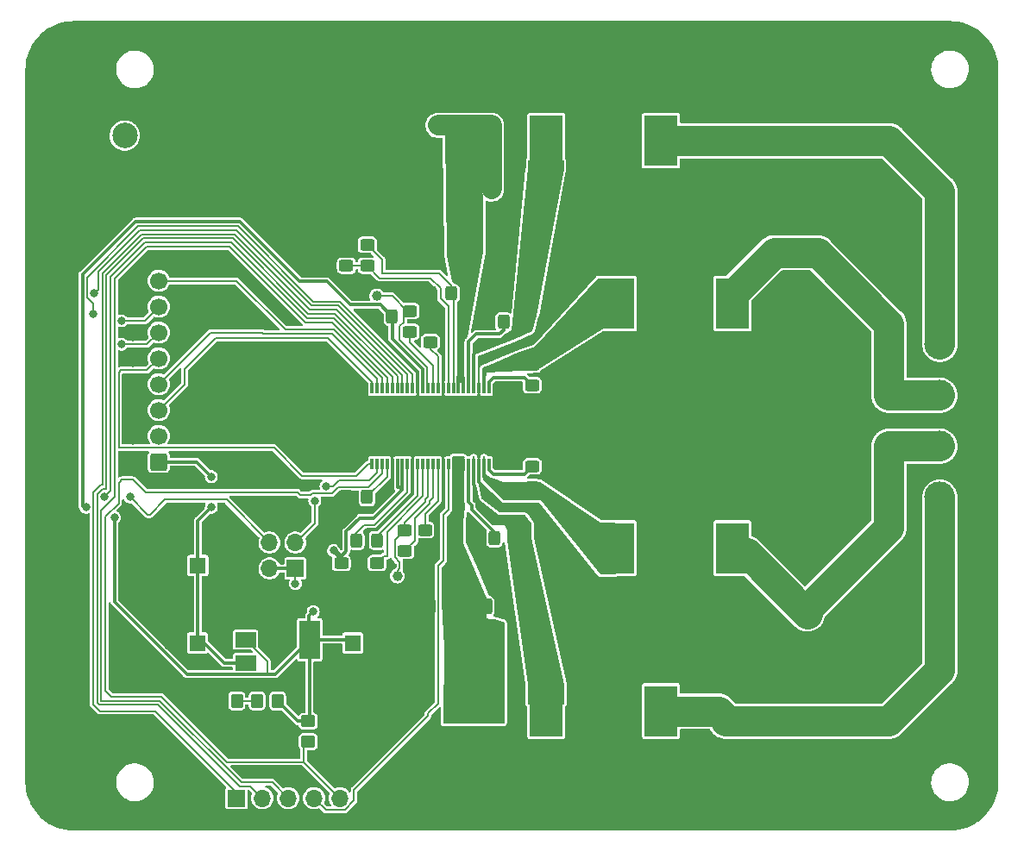
<source format=gbr>
G04 #@! TF.GenerationSoftware,KiCad,Pcbnew,(7.0.0-0)*
G04 #@! TF.CreationDate,2024-11-26T16:17:06-08:00*
G04 #@! TF.ProjectId,tas5754m,74617335-3735-4346-9d2e-6b696361645f,rev?*
G04 #@! TF.SameCoordinates,Original*
G04 #@! TF.FileFunction,Copper,L1,Top*
G04 #@! TF.FilePolarity,Positive*
%FSLAX46Y46*%
G04 Gerber Fmt 4.6, Leading zero omitted, Abs format (unit mm)*
G04 Created by KiCad (PCBNEW (7.0.0-0)) date 2024-11-26 16:17:06*
%MOMM*%
%LPD*%
G01*
G04 APERTURE LIST*
G04 Aperture macros list*
%AMRoundRect*
0 Rectangle with rounded corners*
0 $1 Rounding radius*
0 $2 $3 $4 $5 $6 $7 $8 $9 X,Y pos of 4 corners*
0 Add a 4 corners polygon primitive as box body*
4,1,4,$2,$3,$4,$5,$6,$7,$8,$9,$2,$3,0*
0 Add four circle primitives for the rounded corners*
1,1,$1+$1,$2,$3*
1,1,$1+$1,$4,$5*
1,1,$1+$1,$6,$7*
1,1,$1+$1,$8,$9*
0 Add four rect primitives between the rounded corners*
20,1,$1+$1,$2,$3,$4,$5,0*
20,1,$1+$1,$4,$5,$6,$7,0*
20,1,$1+$1,$6,$7,$8,$9,0*
20,1,$1+$1,$8,$9,$2,$3,0*%
G04 Aperture macros list end*
G04 #@! TA.AperFunction,SMDPad,CuDef*
%ADD10R,0.300000X1.100000*%
G04 #@! TD*
G04 #@! TA.AperFunction,SMDPad,CuDef*
%ADD11R,8.500000X3.300000*%
G04 #@! TD*
G04 #@! TA.AperFunction,SMDPad,CuDef*
%ADD12R,3.250000X5.000000*%
G04 #@! TD*
G04 #@! TA.AperFunction,ComponentPad*
%ADD13RoundRect,0.250000X0.600000X0.600000X-0.600000X0.600000X-0.600000X-0.600000X0.600000X-0.600000X0*%
G04 #@! TD*
G04 #@! TA.AperFunction,ComponentPad*
%ADD14C,1.700000*%
G04 #@! TD*
G04 #@! TA.AperFunction,SMDPad,CuDef*
%ADD15RoundRect,0.250000X-0.325000X-0.450000X0.325000X-0.450000X0.325000X0.450000X-0.325000X0.450000X0*%
G04 #@! TD*
G04 #@! TA.AperFunction,SMDPad,CuDef*
%ADD16RoundRect,0.250000X1.500000X0.550000X-1.500000X0.550000X-1.500000X-0.550000X1.500000X-0.550000X0*%
G04 #@! TD*
G04 #@! TA.AperFunction,SMDPad,CuDef*
%ADD17RoundRect,0.250000X0.325000X0.450000X-0.325000X0.450000X-0.325000X-0.450000X0.325000X-0.450000X0*%
G04 #@! TD*
G04 #@! TA.AperFunction,SMDPad,CuDef*
%ADD18RoundRect,0.250000X0.450000X-0.325000X0.450000X0.325000X-0.450000X0.325000X-0.450000X-0.325000X0*%
G04 #@! TD*
G04 #@! TA.AperFunction,SMDPad,CuDef*
%ADD19RoundRect,0.250000X-0.450000X0.325000X-0.450000X-0.325000X0.450000X-0.325000X0.450000X0.325000X0*%
G04 #@! TD*
G04 #@! TA.AperFunction,ComponentPad*
%ADD20C,2.000000*%
G04 #@! TD*
G04 #@! TA.AperFunction,SMDPad,CuDef*
%ADD21RoundRect,0.250000X0.350000X0.450000X-0.350000X0.450000X-0.350000X-0.450000X0.350000X-0.450000X0*%
G04 #@! TD*
G04 #@! TA.AperFunction,ComponentPad*
%ADD22R,1.700000X1.700000*%
G04 #@! TD*
G04 #@! TA.AperFunction,ComponentPad*
%ADD23O,1.700000X1.700000*%
G04 #@! TD*
G04 #@! TA.AperFunction,SMDPad,CuDef*
%ADD24R,2.000000X1.500000*%
G04 #@! TD*
G04 #@! TA.AperFunction,SMDPad,CuDef*
%ADD25R,2.000000X3.800000*%
G04 #@! TD*
G04 #@! TA.AperFunction,SMDPad,CuDef*
%ADD26C,1.000000*%
G04 #@! TD*
G04 #@! TA.AperFunction,ComponentPad*
%ADD27R,1.600000X1.600000*%
G04 #@! TD*
G04 #@! TA.AperFunction,ComponentPad*
%ADD28C,1.600000*%
G04 #@! TD*
G04 #@! TA.AperFunction,SMDPad,CuDef*
%ADD29RoundRect,0.250000X-0.450000X0.350000X-0.450000X-0.350000X0.450000X-0.350000X0.450000X0.350000X0*%
G04 #@! TD*
G04 #@! TA.AperFunction,ComponentPad*
%ADD30C,3.000000*%
G04 #@! TD*
G04 #@! TA.AperFunction,ComponentPad*
%ADD31C,2.500000*%
G04 #@! TD*
G04 #@! TA.AperFunction,ViaPad*
%ADD32C,0.600000*%
G04 #@! TD*
G04 #@! TA.AperFunction,ViaPad*
%ADD33C,0.800000*%
G04 #@! TD*
G04 #@! TA.AperFunction,Conductor*
%ADD34C,0.200000*%
G04 #@! TD*
G04 #@! TA.AperFunction,Conductor*
%ADD35C,0.300000*%
G04 #@! TD*
G04 #@! TA.AperFunction,Conductor*
%ADD36C,0.500000*%
G04 #@! TD*
G04 #@! TA.AperFunction,Conductor*
%ADD37C,2.000000*%
G04 #@! TD*
G04 #@! TA.AperFunction,Conductor*
%ADD38C,3.000000*%
G04 #@! TD*
G04 #@! TA.AperFunction,Conductor*
%ADD39C,0.150000*%
G04 #@! TD*
G04 APERTURE END LIST*
D10*
X123749999Y-122249999D03*
X123249999Y-122249999D03*
X122749999Y-122249999D03*
X122249999Y-122249999D03*
X121749999Y-122249999D03*
X121249999Y-122249999D03*
X120749999Y-122249999D03*
X120249999Y-122249999D03*
X119749999Y-122249999D03*
X119249999Y-122249999D03*
X118749999Y-122249999D03*
X118249999Y-122249999D03*
X117749999Y-122249999D03*
X117249999Y-122249999D03*
X116749999Y-122249999D03*
X116249999Y-122249999D03*
X115749999Y-122249999D03*
X115249999Y-122249999D03*
X114749999Y-122249999D03*
X114249999Y-122249999D03*
X113749999Y-122249999D03*
X113249999Y-122249999D03*
X112749999Y-122249999D03*
X112249999Y-122249999D03*
X112249999Y-129749999D03*
X112749999Y-129749999D03*
X113249999Y-129749999D03*
X113749999Y-129749999D03*
X114249999Y-129749999D03*
X114749999Y-129749999D03*
X115249999Y-129749999D03*
X115749999Y-129749999D03*
X116249999Y-129749999D03*
X116749999Y-129749999D03*
X117249999Y-129749999D03*
X117749999Y-129749999D03*
X118249999Y-129749999D03*
X118749999Y-129749999D03*
X119249999Y-129749999D03*
X119749999Y-129749999D03*
X120249999Y-129749999D03*
X120749999Y-129749999D03*
X121249999Y-129749999D03*
X121749999Y-129749999D03*
X122249999Y-129749999D03*
X122749999Y-129749999D03*
X123249999Y-129749999D03*
X123749999Y-129749999D03*
D11*
X117999999Y-125999999D03*
D12*
X129374999Y-153999999D03*
X140624999Y-153999999D03*
X136374999Y-137999999D03*
X147624999Y-137999999D03*
X136374999Y-113999999D03*
X147624999Y-113999999D03*
X129374999Y-97999999D03*
X140624999Y-97999999D03*
D13*
X91340000Y-129540000D03*
D14*
X88800000Y-129540000D03*
X91340000Y-127000000D03*
X88800000Y-127000000D03*
X91340000Y-124460000D03*
X88800000Y-124460000D03*
X91340000Y-121920000D03*
X88800000Y-121920000D03*
X91340000Y-119380000D03*
X88800000Y-119380000D03*
X91340000Y-116840000D03*
X88800000Y-116840000D03*
X91340000Y-114300000D03*
X88800000Y-114300000D03*
X91340000Y-111760000D03*
X88800000Y-111760000D03*
D15*
X121225000Y-115750000D03*
X123275000Y-115750000D03*
D16*
X121400000Y-100600000D03*
X115800000Y-100600000D03*
X121400000Y-108200000D03*
X115800000Y-108200000D03*
D17*
X120025000Y-113000000D03*
X117975000Y-113000000D03*
X127225000Y-115800000D03*
X125175000Y-115800000D03*
X114225000Y-115250000D03*
X112175000Y-115250000D03*
D18*
X118000000Y-117775000D03*
X118000000Y-115725000D03*
D19*
X128000000Y-119975000D03*
X128000000Y-122025000D03*
D20*
X147000000Y-98460000D03*
X147000000Y-103540000D03*
X155000000Y-108540000D03*
X155000000Y-103460000D03*
D18*
X128000000Y-132025000D03*
X128000000Y-129975000D03*
D19*
X117500000Y-136225000D03*
X117500000Y-138275000D03*
D17*
X126325000Y-137000000D03*
X124275000Y-137000000D03*
D20*
X155000000Y-144460000D03*
X155000000Y-149540000D03*
X147000000Y-154540000D03*
X147000000Y-149460000D03*
D17*
X111775000Y-133000000D03*
X109725000Y-133000000D03*
D19*
X109250000Y-139475000D03*
X109250000Y-141525000D03*
X112750000Y-139475000D03*
X112750000Y-141525000D03*
D15*
X120375000Y-136250000D03*
X122425000Y-136250000D03*
D16*
X121400000Y-151400000D03*
X115800000Y-151400000D03*
X122300000Y-143750000D03*
X116700000Y-143750000D03*
D21*
X99000000Y-153000000D03*
X97000000Y-153000000D03*
D22*
X104749999Y-139999999D03*
D23*
X102209999Y-139999999D03*
X104749999Y-137459999D03*
X102209999Y-137459999D03*
X104749999Y-134919999D03*
X102209999Y-134919999D03*
D22*
X98959999Y-162559999D03*
D23*
X101499999Y-162559999D03*
X104039999Y-162559999D03*
X106579999Y-162559999D03*
X109119999Y-162559999D03*
X111659999Y-162559999D03*
D19*
X109750000Y-108225000D03*
X109750000Y-110275000D03*
D18*
X111800000Y-110275000D03*
X111800000Y-108225000D03*
D24*
X99849999Y-144699999D03*
X99849999Y-146999999D03*
D25*
X106149999Y-146999999D03*
D24*
X99849999Y-149299999D03*
D26*
X114750000Y-140750000D03*
X112750000Y-113250000D03*
D19*
X116000000Y-114725000D03*
X116000000Y-116775000D03*
D15*
X110725000Y-137250000D03*
X112775000Y-137250000D03*
D19*
X115500000Y-136225000D03*
X115500000Y-138275000D03*
D27*
X110379999Y-147319999D03*
D28*
X112880000Y-147320000D03*
D29*
X106000000Y-155000000D03*
X106000000Y-157000000D03*
D27*
X95179999Y-139699999D03*
D28*
X97680000Y-139700000D03*
D30*
X168000000Y-118000000D03*
X168000000Y-123000000D03*
X168000000Y-128000000D03*
X168000000Y-133000000D03*
D21*
X103000000Y-153000000D03*
X101000000Y-153000000D03*
D31*
X88000000Y-97500000D03*
X88000000Y-102500000D03*
D27*
X95139999Y-147319999D03*
D28*
X92640000Y-147320000D03*
D32*
X123760000Y-126000000D03*
X145520000Y-126000000D03*
X145520000Y-134000000D03*
X115440000Y-127280000D03*
X101500000Y-127000000D03*
X121840000Y-127280000D03*
X118000000Y-124720000D03*
X152560000Y-116400000D03*
X139760000Y-122800000D03*
X152560000Y-136240000D03*
X115440000Y-124720000D03*
X104932255Y-124460000D03*
X116720000Y-127280000D03*
X152560000Y-126320000D03*
D33*
X90000000Y-140000000D03*
D32*
X101500000Y-124460000D03*
X134640000Y-123760000D03*
X158960000Y-116400000D03*
X123760000Y-139440000D03*
D33*
X108000000Y-135000000D03*
D32*
X139760000Y-129200000D03*
D33*
X110000000Y-154000000D03*
D32*
X105840000Y-128240000D03*
X114160000Y-124720000D03*
X105840000Y-130160000D03*
X123760000Y-127280000D03*
X130800000Y-127600000D03*
X145520000Y-122160000D03*
D33*
X114000000Y-154000000D03*
D32*
X126320000Y-149680000D03*
X105840000Y-118640000D03*
X116720000Y-126000000D03*
X139760000Y-133040000D03*
D33*
X96000000Y-102000000D03*
D32*
X126960000Y-123440000D03*
D33*
X103000000Y-146000000D03*
D32*
X116720000Y-124720000D03*
X152560000Y-121200000D03*
D33*
X113000000Y-151500000D03*
D32*
X112880000Y-100080000D03*
X113750000Y-106000000D03*
X124400000Y-112240000D03*
X112240000Y-124720000D03*
X139760000Y-126000000D03*
D33*
X87000000Y-106000000D03*
X99500000Y-142750000D03*
D32*
X130800000Y-126000000D03*
X126960000Y-127280000D03*
X123760000Y-124720000D03*
X126960000Y-126000000D03*
X145520000Y-118320000D03*
X109040000Y-122480000D03*
X152560000Y-131440000D03*
D33*
X103000000Y-106000000D03*
D32*
X130800000Y-129200000D03*
X114160000Y-127280000D03*
X120560000Y-124720000D03*
X109040000Y-127600000D03*
D33*
X109500000Y-143250000D03*
X88000000Y-149000000D03*
D32*
X121840000Y-126000000D03*
X119280000Y-127280000D03*
X112500000Y-107000000D03*
X131440000Y-111280000D03*
X107120000Y-109040000D03*
X159000000Y-126000000D03*
X119280000Y-124720000D03*
X125040000Y-143280000D03*
X131440000Y-139440000D03*
X119280000Y-126000000D03*
X134640000Y-121520000D03*
X134640000Y-128240000D03*
X134640000Y-130480000D03*
X158960000Y-121200000D03*
D33*
X113000000Y-143750000D03*
D32*
X158960000Y-131760000D03*
D33*
X111250000Y-151750000D03*
D32*
X118000000Y-126000000D03*
X126320000Y-100400000D03*
X115440000Y-126000000D03*
X120560000Y-126000000D03*
X126960000Y-128560000D03*
D33*
X104000000Y-102000000D03*
D32*
X112880000Y-101040000D03*
X130160000Y-114480000D03*
X120560000Y-127280000D03*
X128880000Y-135920000D03*
D33*
X93000000Y-138000000D03*
D32*
X109040000Y-124400000D03*
X98960000Y-119380000D03*
X109040000Y-129200000D03*
X125680000Y-107440000D03*
X139760000Y-119920000D03*
X145520000Y-130480000D03*
X130800000Y-122800000D03*
X134640000Y-126000000D03*
D33*
X94000000Y-152000000D03*
D32*
X114160000Y-126000000D03*
D33*
X93000000Y-104000000D03*
D32*
X112240000Y-127280000D03*
X130800000Y-124080000D03*
X133360000Y-107120000D03*
D33*
X110000000Y-135000000D03*
D32*
X118000000Y-127280000D03*
X98960000Y-121920000D03*
X96420000Y-124460000D03*
X109040000Y-126000000D03*
D33*
X105000000Y-151000000D03*
D32*
X133360000Y-144560000D03*
D33*
X111500000Y-143500000D03*
X91000000Y-143000000D03*
D32*
X121840000Y-124720000D03*
X158960000Y-136560000D03*
X109040000Y-106750000D03*
X126960000Y-124720000D03*
X112240000Y-126000000D03*
D33*
X104750000Y-141500000D03*
X106500000Y-144250000D03*
X87000000Y-135000000D03*
X108500000Y-138250000D03*
X84200500Y-134000000D03*
X122250000Y-153750000D03*
X124229290Y-152270710D03*
X124000000Y-96500000D03*
X124000000Y-153750000D03*
X121500000Y-96500000D03*
X120000000Y-96500000D03*
X118750000Y-96500000D03*
X124000000Y-102750000D03*
X124250000Y-146000000D03*
X120250000Y-153750000D03*
X124250000Y-147750000D03*
X124000000Y-99500000D03*
X124000000Y-97750000D03*
X124000000Y-101250000D03*
X124250000Y-150000000D03*
X122500000Y-96500000D03*
X107744055Y-131950021D03*
X106650605Y-133361207D03*
X86000000Y-133000000D03*
X88500000Y-133000000D03*
X84900500Y-115000000D03*
X87699500Y-118000000D03*
X85000000Y-113000000D03*
X87699500Y-115690000D03*
X96500000Y-134000000D03*
X96500000Y-131000000D03*
D34*
X120250000Y-112684300D02*
X120250000Y-122250000D01*
X111800010Y-136199990D02*
X111749990Y-136250010D01*
D35*
X113100000Y-151400000D02*
X113000000Y-151500000D01*
X115800000Y-143800000D02*
X113050000Y-143800000D01*
X116250000Y-129750000D02*
X116250000Y-132636410D01*
D34*
X116750000Y-122250000D02*
X116800000Y-122200000D01*
X111749990Y-136250010D02*
X111749990Y-139500010D01*
X111749990Y-139500010D02*
X111250000Y-140000000D01*
D35*
X113050000Y-143800000D02*
X113000000Y-143750000D01*
X114250000Y-132250000D02*
X112449990Y-134050010D01*
X99850000Y-143100000D02*
X99500000Y-142750000D01*
X116750000Y-120707122D02*
X112250000Y-116207122D01*
X114250000Y-129750000D02*
X114250000Y-132250000D01*
X122750000Y-129750000D02*
X122750000Y-131500000D01*
X119250000Y-129750000D02*
X119250000Y-134000000D01*
X118550010Y-134699990D02*
X118550010Y-138949990D01*
X119250000Y-134000000D02*
X118550010Y-134699990D01*
X112686421Y-136199990D02*
X111800010Y-136199990D01*
X99850000Y-144700000D02*
X99850000Y-143100000D01*
X116250000Y-132636410D02*
X112686421Y-136199990D01*
X116750000Y-122250000D02*
X116750000Y-120707122D01*
X112250000Y-116207122D02*
X112250000Y-115250000D01*
X112449990Y-134050010D02*
X111199990Y-134050010D01*
X111800010Y-136199990D02*
X111750000Y-136250000D01*
X110100000Y-114100000D02*
X107833274Y-111833274D01*
X106150000Y-154850000D02*
X106150000Y-147000000D01*
X103000000Y-153000000D02*
X105000000Y-155000000D01*
X83850000Y-133850000D02*
X84000000Y-134000000D01*
X102750000Y-150400000D02*
X106150000Y-147000000D01*
X106500000Y-144250000D02*
X106100001Y-144649999D01*
X104500000Y-140000000D02*
X102250000Y-140000000D01*
X83850000Y-111150000D02*
X83850000Y-133850000D01*
X89050000Y-105950000D02*
X83850000Y-111150000D01*
X113075000Y-114100000D02*
X110100000Y-114100000D01*
X87000000Y-143306346D02*
X94093654Y-150400000D01*
D36*
X108500000Y-138250000D02*
X109250000Y-139000000D01*
D35*
X117250000Y-122250000D02*
X117250000Y-120500000D01*
X105000000Y-155000000D02*
X106000000Y-155000000D01*
D34*
X102000000Y-149150000D02*
X102000000Y-150400000D01*
D35*
X117250000Y-120500000D02*
X117250000Y-120464245D01*
X106150000Y-147000000D02*
X110060000Y-147000000D01*
X109250000Y-139475000D02*
X109250000Y-138800000D01*
X109750000Y-138300000D02*
X109750000Y-136363589D01*
X115250000Y-129750000D02*
X115250000Y-132250000D01*
X114250000Y-117464245D02*
X114250000Y-115500000D01*
X115000000Y-132000000D02*
X115250000Y-132250000D01*
D34*
X109149999Y-139350001D02*
X109250000Y-139250000D01*
D35*
X114750000Y-129750000D02*
X114750000Y-132000000D01*
X104750000Y-140000000D02*
X104500000Y-140000000D01*
X111063600Y-135049989D02*
X112450011Y-135049989D01*
X114225000Y-115250000D02*
X113075000Y-114100000D01*
X105166726Y-111833274D02*
X99283451Y-105950000D01*
X94093654Y-150400000D02*
X102000000Y-150400000D01*
X84000000Y-134000000D02*
X84200500Y-134000000D01*
D34*
X104750000Y-140000000D02*
X104750000Y-141500000D01*
D35*
X117250000Y-120464245D02*
X114250000Y-117464245D01*
X109250000Y-138800000D02*
X109750000Y-138300000D01*
X114750000Y-132000000D02*
X115000000Y-132000000D01*
X87000000Y-135000000D02*
X87000000Y-143306346D01*
X106100001Y-144649999D02*
X106100001Y-146149999D01*
X106100001Y-146149999D02*
X106000000Y-146250000D01*
D34*
X102000000Y-149150000D02*
X99850000Y-147000000D01*
D35*
X102000000Y-150400000D02*
X102750000Y-150400000D01*
X106000000Y-155000000D02*
X106150000Y-154850000D01*
X107833274Y-111833274D02*
X105166726Y-111833274D01*
X109750000Y-136363589D02*
X111063600Y-135049989D01*
X112450011Y-135049989D02*
X115250000Y-132250000D01*
X89050000Y-105950000D02*
X99283451Y-105950000D01*
X110060000Y-147000000D02*
X110380000Y-147320000D01*
X102210000Y-140000000D02*
X102250000Y-140000000D01*
X120750000Y-122250000D02*
X120750000Y-121150000D01*
D37*
X124229290Y-146020710D02*
X124250000Y-146000000D01*
X124000000Y-102750000D02*
X124000000Y-96500000D01*
X124229290Y-152270710D02*
X124229290Y-146020710D01*
D35*
X121250000Y-122250000D02*
X121250000Y-121250000D01*
X121250000Y-129750000D02*
X121250000Y-130325000D01*
D37*
X121500000Y-96500000D02*
X120000000Y-96500000D01*
X124000000Y-96500000D02*
X122500000Y-96500000D01*
X122270710Y-152270710D02*
X124229290Y-152270710D01*
X123350000Y-100600000D02*
X124000000Y-101250000D01*
D35*
X121400000Y-149900000D02*
X121250000Y-149750000D01*
D37*
X120000000Y-96500000D02*
X118750000Y-96500000D01*
D35*
X121400000Y-151400000D02*
X121400000Y-149900000D01*
D37*
X121400000Y-151400000D02*
X122270710Y-152270710D01*
X122250000Y-153750000D02*
X120250000Y-153750000D01*
X124000000Y-153750000D02*
X122250000Y-153750000D01*
X121400000Y-100600000D02*
X123350000Y-100600000D01*
X122500000Y-96500000D02*
X121500000Y-96500000D01*
D34*
X99000000Y-153000000D02*
X101000000Y-153000000D01*
D38*
X163000000Y-98000000D02*
X168000000Y-103000000D01*
X168000000Y-103000000D02*
X168000000Y-118000000D01*
X140625000Y-98000000D02*
X163000000Y-98000000D01*
X156000000Y-109000000D02*
X163000000Y-116000000D01*
X163000000Y-123000000D02*
X168000000Y-123000000D01*
X151750000Y-109000000D02*
X156000000Y-109000000D01*
X147625000Y-114000000D02*
X147625000Y-113125000D01*
X163000000Y-116000000D02*
X163000000Y-123000000D01*
X147625000Y-113125000D02*
X151750000Y-109000000D01*
X155000000Y-144460000D02*
X149040000Y-138500000D01*
X163000000Y-128000000D02*
X163000000Y-136000000D01*
X149040000Y-138500000D02*
X148000000Y-138500000D01*
X168000000Y-128000000D02*
X163000000Y-128000000D01*
X163000000Y-136000000D02*
X155000000Y-144000000D01*
X168000000Y-150000000D02*
X163000000Y-155000000D01*
X140625000Y-154000000D02*
X146250000Y-154000000D01*
X146250000Y-154000000D02*
X147250000Y-155000000D01*
X163000000Y-155000000D02*
X154750000Y-155000000D01*
X147250000Y-155000000D02*
X154750000Y-155000000D01*
X168000000Y-133000000D02*
X168000000Y-150000000D01*
X154750000Y-155000000D02*
X147000000Y-155000000D01*
D34*
X112750000Y-130584300D02*
X112004280Y-131330020D01*
X106650605Y-135599395D02*
X106650605Y-133361207D01*
X107744055Y-131950021D02*
X108452089Y-131950021D01*
X109072090Y-131330020D02*
X108452089Y-131950021D01*
X104750000Y-137500000D02*
X106650605Y-135599395D01*
X112750000Y-129750000D02*
X112750000Y-130584300D01*
X112004280Y-131330020D02*
X109072090Y-131330020D01*
X90000000Y-108000000D02*
X86600000Y-111400000D01*
X90475732Y-134710046D02*
X91935778Y-133250000D01*
X90210046Y-134710046D02*
X90475732Y-134710046D01*
X98000000Y-133250000D02*
X102210000Y-137460000D01*
X91935778Y-133250000D02*
X98000000Y-133250000D01*
X90000000Y-108000000D02*
X98434315Y-108000000D01*
X98434315Y-108000000D02*
X105884263Y-115449948D01*
X114250000Y-122250000D02*
X114250000Y-121171500D01*
X86000000Y-133000000D02*
X86600000Y-132400000D01*
X108528448Y-115449948D02*
X105884263Y-115449948D01*
X86600000Y-132400000D02*
X86600000Y-111400000D01*
X88500000Y-133000000D02*
X90210046Y-134710046D01*
X114250000Y-121171500D02*
X108528448Y-115449948D01*
X99097055Y-106400000D02*
X106497058Y-113800000D01*
X84300000Y-113389450D02*
X84300000Y-111437256D01*
X109141300Y-113800000D02*
X116250000Y-120908700D01*
X116250000Y-120908700D02*
X116250000Y-122250000D01*
X90180000Y-118000000D02*
X91340000Y-116840000D01*
X84900500Y-115000000D02*
X84900500Y-113989950D01*
X87699500Y-118000000D02*
X90180000Y-118000000D01*
X84300000Y-111437256D02*
X89337256Y-106400000D01*
X84900500Y-113989950D02*
X84300000Y-113389450D01*
X106497058Y-113800000D02*
X109141300Y-113800000D01*
X89337256Y-106400000D02*
X99097055Y-106400000D01*
X108975570Y-114200000D02*
X106331372Y-114200000D01*
X115750000Y-122250000D02*
X115750000Y-120974400D01*
X89950000Y-115690000D02*
X91340000Y-114300000D01*
X89502942Y-106800000D02*
X85400000Y-110902945D01*
X89950000Y-115690000D02*
X87699500Y-115690000D01*
X85400000Y-112600000D02*
X85000000Y-113000000D01*
X115749971Y-120974400D02*
X108975570Y-114200000D01*
X98931370Y-106800000D02*
X89502942Y-106800000D01*
X85400000Y-110902945D02*
X85400000Y-112600000D01*
X115750000Y-120974400D02*
X115749971Y-120974400D01*
X106331372Y-114200000D02*
X98931370Y-106800000D01*
X96929980Y-117349980D02*
X106580000Y-117349980D01*
X93880000Y-120399960D02*
X93880000Y-121920000D01*
D39*
X112250000Y-122250000D02*
X112250000Y-121675000D01*
D34*
X96929980Y-117349980D02*
X93880000Y-120399960D01*
X107924991Y-117349991D02*
X106070009Y-117349991D01*
X112250000Y-121675000D02*
X107924991Y-117349991D01*
X93880000Y-121920000D02*
X91340000Y-124460000D01*
X101609980Y-116949980D02*
X101500000Y-116840000D01*
X112750000Y-121368600D02*
X108331380Y-116949980D01*
X108331380Y-116949980D02*
X101609980Y-116949980D01*
X91340000Y-121920000D02*
X96420000Y-116840000D01*
X96420000Y-116840000D02*
X101500000Y-116840000D01*
X112750000Y-122250000D02*
X112750000Y-121368600D01*
X103749969Y-116549969D02*
X98960000Y-111760000D01*
X108497069Y-116549969D02*
X103749969Y-116549969D01*
X98960000Y-111760000D02*
X91340000Y-111760000D01*
X113250000Y-121302900D02*
X113250000Y-122250000D01*
X108497069Y-116549969D02*
X113250000Y-121302900D01*
X102650000Y-128150000D02*
X105430020Y-130930020D01*
X109119989Y-130930020D02*
X109120000Y-130930009D01*
X87650000Y-120530000D02*
X87400000Y-120780000D01*
X87410000Y-128150000D02*
X102650000Y-128150000D01*
X111925000Y-129750000D02*
X112250000Y-129750000D01*
X110744991Y-130930009D02*
X111925000Y-129750000D01*
X105430020Y-130930020D02*
X109119989Y-130930020D01*
X90190000Y-120530000D02*
X87650000Y-120530000D01*
X91340000Y-119380000D02*
X90190000Y-120530000D01*
X87400000Y-128140000D02*
X87410000Y-128150000D01*
X109120000Y-130930009D02*
X110744991Y-130930009D01*
X87400000Y-120780000D02*
X87400000Y-128140000D01*
X106165686Y-114600000D02*
X108809885Y-114600000D01*
X84900000Y-153331370D02*
X84900000Y-132544364D01*
X98960000Y-162560000D02*
X98960000Y-161960000D01*
X84900000Y-132544364D02*
X85644364Y-131800000D01*
X115250000Y-121040100D02*
X115250000Y-122250000D01*
X89668628Y-107200000D02*
X98765685Y-107200000D01*
X98765685Y-107200000D02*
X106165686Y-114600000D01*
X91000000Y-154000000D02*
X98960000Y-161960000D01*
X85568630Y-154000000D02*
X91000000Y-154000000D01*
X85644364Y-131800000D02*
X85800000Y-131800000D01*
X84900000Y-153331370D02*
X85568630Y-154000000D01*
X85800000Y-131800000D02*
X85800000Y-111068630D01*
X108809885Y-114600000D02*
X115249985Y-121040100D01*
X85800000Y-111068630D02*
X89668628Y-107200000D01*
X115249985Y-121040100D02*
X115250000Y-121040100D01*
X89834314Y-107600000D02*
X86200000Y-111234315D01*
X85534315Y-153400000D02*
X85300000Y-153165685D01*
X101500000Y-162560000D02*
X100350000Y-161410000D01*
X106000000Y-115000000D02*
X98600000Y-107600000D01*
X98600000Y-107600000D02*
X89834314Y-107600000D01*
X86200000Y-132200000D02*
X85810050Y-132200000D01*
X114749985Y-121105800D02*
X108644185Y-115000000D01*
X85300000Y-132710050D02*
X85300000Y-153165685D01*
X114750000Y-121105800D02*
X114749985Y-121105800D01*
X100350000Y-161410000D02*
X99278628Y-161410000D01*
X86200000Y-111234315D02*
X86200000Y-132200000D01*
X108644185Y-115000000D02*
X106000000Y-115000000D01*
X99278628Y-161410000D02*
X91268628Y-153400000D01*
X85810050Y-132200000D02*
X85300000Y-132710050D01*
X91268628Y-153400000D02*
X85534315Y-153400000D01*
X114750000Y-122250000D02*
X114750000Y-121105800D01*
X108362249Y-115849449D02*
X108361750Y-115849948D01*
X113750000Y-122250000D02*
X113750000Y-121237200D01*
X85789950Y-134200000D02*
X87000000Y-132989950D01*
X87000000Y-111565686D02*
X90165686Y-108400000D01*
X91434314Y-153000000D02*
X99434314Y-161000000D01*
D39*
X113750000Y-122250000D02*
X113750000Y-121400000D01*
D34*
X85700000Y-153000000D02*
X85700000Y-134200000D01*
X108361750Y-115849948D02*
X105718577Y-115849948D01*
X113750000Y-121237200D02*
X108362249Y-115849449D01*
X102480000Y-161000000D02*
X104040000Y-162560000D01*
X85700000Y-134200000D02*
X85789950Y-134200000D01*
X98268629Y-108400000D02*
X105718577Y-115849948D01*
X90165686Y-108400000D02*
X98268629Y-108400000D01*
X87000000Y-111565686D02*
X87000000Y-132989950D01*
X99434314Y-161000000D02*
X102480000Y-161000000D01*
X85700000Y-153000000D02*
X91434314Y-153000000D01*
X90050020Y-132550020D02*
X88800000Y-131300000D01*
X106382261Y-132650022D02*
X106232522Y-132799761D01*
X113250000Y-130650000D02*
X111903822Y-131996178D01*
X113250000Y-129750000D02*
X113250000Y-130650000D01*
X106000000Y-157000000D02*
X105560000Y-157440000D01*
X87700000Y-131300000D02*
X87500000Y-131500000D01*
X108971632Y-131996178D02*
X108317788Y-132650022D01*
X104979399Y-132550020D02*
X90050020Y-132550020D01*
X87400000Y-133600000D02*
X86100000Y-134900000D01*
X106232522Y-132799761D02*
X105229140Y-132799761D01*
X98000000Y-159000000D02*
X105560000Y-159000000D01*
X87500000Y-131510050D02*
X87400000Y-131610050D01*
X87500000Y-131500000D02*
X87500000Y-131510050D01*
X105560000Y-159000000D02*
X109120000Y-162560000D01*
X88800000Y-131300000D02*
X87700000Y-131300000D01*
X111903822Y-131996178D02*
X108971632Y-131996178D01*
X86100000Y-152000000D02*
X86700000Y-152600000D01*
X105560000Y-157440000D02*
X105560000Y-159000000D01*
X91600000Y-152600000D02*
X98000000Y-159000000D01*
X86700000Y-152600000D02*
X91600000Y-152600000D01*
X86100000Y-134900000D02*
X86100000Y-152000000D01*
X105229140Y-132799761D02*
X104979399Y-132550020D01*
X108317788Y-132650022D02*
X106382261Y-132650022D01*
X87400000Y-131610050D02*
X87400000Y-133600000D01*
X106580000Y-162560000D02*
X107730000Y-163710000D01*
X110510000Y-162796346D02*
X110510000Y-161740000D01*
X117750000Y-154250000D02*
X117750000Y-154500000D01*
X110510000Y-161740000D02*
X117750000Y-154500000D01*
X107730000Y-163710000D02*
X109596346Y-163710000D01*
X119750000Y-129750000D02*
X119750000Y-134250000D01*
X119750000Y-134250000D02*
X119250000Y-134750000D01*
X109596346Y-163710000D02*
X110510000Y-162796346D01*
X119250000Y-139250000D02*
X118750000Y-139750000D01*
X119250000Y-134750000D02*
X119250000Y-139250000D01*
X118750000Y-153250000D02*
X117750000Y-154250000D01*
X118750000Y-139750000D02*
X118750000Y-153250000D01*
D35*
X91340000Y-129540000D02*
X95040000Y-129540000D01*
X95180000Y-135320000D02*
X96500000Y-134000000D01*
X95820000Y-147320000D02*
X97800000Y-149300000D01*
X95180000Y-139700000D02*
X95180000Y-135320000D01*
X97800000Y-149300000D02*
X99850000Y-149300000D01*
X95140000Y-147320000D02*
X95820000Y-147320000D01*
X95040000Y-129540000D02*
X96500000Y-131000000D01*
X95180000Y-139700000D02*
X95180000Y-147280000D01*
X95180000Y-147280000D02*
X95140000Y-147320000D01*
X122500000Y-117000000D02*
X121750000Y-117750000D01*
X125175000Y-115800000D02*
X125175000Y-116600000D01*
X121750000Y-117750000D02*
X121750000Y-122500000D01*
X124775000Y-117000000D02*
X122500000Y-117000000D01*
X125175000Y-116600000D02*
X124775000Y-117000000D01*
X127225000Y-115800000D02*
X127848372Y-115176628D01*
X129500000Y-106000000D02*
X129500000Y-97500000D01*
X127848372Y-107651628D02*
X129500000Y-106000000D01*
X122250000Y-122250000D02*
X122250000Y-119000000D01*
X127848372Y-115176628D02*
X127848372Y-107651628D01*
X127250000Y-121250000D02*
X128000000Y-122000000D01*
X123750000Y-122250000D02*
X123750000Y-121675000D01*
X124175000Y-121250000D02*
X127250000Y-121250000D01*
X123750000Y-121675000D02*
X124175000Y-121250000D01*
X123250000Y-122250000D02*
X123250000Y-120950000D01*
X136375000Y-114000000D02*
X134450000Y-114000000D01*
X134450000Y-114000000D02*
X128450000Y-120000000D01*
X128450000Y-120000000D02*
X128000000Y-120000000D01*
X124175000Y-130750000D02*
X127250000Y-130750000D01*
X123750000Y-130325000D02*
X124175000Y-130750000D01*
X123750000Y-129750000D02*
X123750000Y-130325000D01*
X127250000Y-130750000D02*
X128000000Y-130000000D01*
D34*
X134550000Y-138000000D02*
X133500000Y-136950000D01*
X136375000Y-138000000D02*
X134550000Y-138000000D01*
X133500000Y-136950000D02*
X133500000Y-136750000D01*
D35*
X123250000Y-129750000D02*
X123250000Y-131000000D01*
X121750000Y-129750000D02*
X121750000Y-133500000D01*
X124250000Y-136451454D02*
X124250000Y-136750000D01*
X122048546Y-133798546D02*
X121750000Y-133500000D01*
X122048546Y-134250000D02*
X122048546Y-133798546D01*
X122048546Y-134250000D02*
X124250000Y-136451454D01*
D34*
X129375000Y-154000000D02*
X129375000Y-151300000D01*
X129375000Y-151300000D02*
X129000000Y-150925000D01*
D35*
X122250000Y-129750000D02*
X122250000Y-131750000D01*
D34*
X129000000Y-150925000D02*
X129000000Y-149250000D01*
X126325000Y-137800000D02*
X127000000Y-138475000D01*
X126325000Y-137000000D02*
X126325000Y-137800000D01*
X127000000Y-138475000D02*
X127000000Y-139000000D01*
X116750000Y-129750000D02*
X116750000Y-132856466D01*
X116750000Y-132856466D02*
X112856466Y-136750000D01*
X112856466Y-136750000D02*
X112750000Y-136750000D01*
X112500021Y-135749979D02*
X111500021Y-135749979D01*
X115750000Y-132500000D02*
X112500021Y-135749979D01*
X115750000Y-129750000D02*
X115750000Y-132500000D01*
X111500021Y-135749979D02*
X110500000Y-136750000D01*
X117750000Y-129750000D02*
X117750000Y-132982189D01*
X117499967Y-133482222D02*
X115500000Y-135482189D01*
X117750000Y-132982189D02*
X117499967Y-133232222D01*
X115500000Y-136225000D02*
X114499990Y-137225010D01*
X114499990Y-137225010D02*
X114499990Y-138922156D01*
X117499967Y-133232222D02*
X117499967Y-133482222D01*
X114499990Y-138922156D02*
X115000001Y-139422167D01*
X115500000Y-135482189D02*
X115500000Y-136000000D01*
X115000001Y-139999999D02*
X114750000Y-140250000D01*
X115000001Y-139422167D02*
X115000001Y-139999999D01*
X116000000Y-114725000D02*
X115376628Y-115348372D01*
X117700010Y-120277845D02*
X117700010Y-122200010D01*
X114999990Y-116222176D02*
X114999990Y-117577825D01*
X114250000Y-113250000D02*
X112750000Y-113250000D01*
X114999990Y-117577825D02*
X117700010Y-120277845D01*
X114250000Y-113250000D02*
X115725000Y-114725000D01*
X117700010Y-122200010D02*
X117750000Y-122250000D01*
X115725000Y-114725000D02*
X116000000Y-114725000D01*
X115376628Y-115348372D02*
X115376628Y-115845538D01*
X115376628Y-115845538D02*
X114999990Y-116222176D01*
X118825000Y-111000000D02*
X113250000Y-111000000D01*
X120025000Y-112200000D02*
X118825000Y-111000000D01*
X120025000Y-113000000D02*
X120025000Y-112200000D01*
X113250000Y-111000000D02*
X113250000Y-109675000D01*
X113250000Y-109675000D02*
X111800000Y-108225000D01*
X113750000Y-131025000D02*
X113750000Y-129750000D01*
X111775000Y-133000000D02*
X113750000Y-131025000D01*
X113425000Y-138800000D02*
X112750000Y-139475000D01*
X117099956Y-133066533D02*
X117099956Y-133072210D01*
X117250000Y-132916489D02*
X117099956Y-133066533D01*
X117099956Y-133072210D02*
X113750000Y-136422166D01*
X117250000Y-129750000D02*
X117250000Y-132916489D01*
X113750000Y-136422166D02*
X113750000Y-138800000D01*
X113750000Y-138800000D02*
X113425000Y-138800000D01*
X111800000Y-110275000D02*
X109750000Y-110275000D01*
X113025000Y-111500000D02*
X111800000Y-110275000D01*
X119000000Y-113527834D02*
X119000000Y-112472166D01*
X119000000Y-112472166D02*
X118027834Y-111500000D01*
X119750000Y-122250000D02*
X119750000Y-114277834D01*
X119750000Y-114277834D02*
X119000000Y-113527834D01*
X118027834Y-111500000D02*
X113025000Y-111500000D01*
X117899978Y-133397911D02*
X117899978Y-133647911D01*
X118250000Y-133047889D02*
X117899978Y-133397911D01*
X116500000Y-135047889D02*
X116500000Y-137250000D01*
X116500000Y-137250000D02*
X115500000Y-138250000D01*
X117899978Y-133647911D02*
X116500000Y-135047889D01*
X118250000Y-129750000D02*
X118250000Y-133047889D01*
X116000000Y-117815700D02*
X118250000Y-120065700D01*
X116000000Y-117200000D02*
X116000000Y-117815700D01*
X118250000Y-120065700D02*
X118250000Y-122250000D01*
X118000000Y-118450000D02*
X118750000Y-119200000D01*
X118750000Y-119200000D02*
X118750000Y-122500000D01*
X118000000Y-117775000D02*
X118000000Y-118450000D01*
X118750000Y-129750000D02*
X118750000Y-133363589D01*
X117500000Y-134613589D02*
X117500000Y-136000000D01*
X118750000Y-133363589D02*
X117500000Y-134613589D01*
G04 #@! TA.AperFunction,Conductor*
G36*
X121318745Y-129016685D02*
G01*
X121355207Y-129061115D01*
X121360840Y-129118312D01*
X121349500Y-129175326D01*
X121349500Y-129718481D01*
X121349500Y-133436567D01*
X121349500Y-133563433D01*
X121351906Y-133570839D01*
X121351907Y-133570844D01*
X121356953Y-133586374D01*
X121360579Y-133601474D01*
X121363134Y-133617606D01*
X121363135Y-133617609D01*
X121364354Y-133625304D01*
X121367893Y-133632249D01*
X121369647Y-133635692D01*
X121380094Y-133688855D01*
X121281984Y-134866186D01*
X121250000Y-135250000D01*
X121250000Y-137500000D01*
X121253917Y-137509198D01*
X121253918Y-137509200D01*
X123628522Y-143084548D01*
X123636145Y-143130967D01*
X123500923Y-144881216D01*
X123500923Y-144881219D01*
X123500000Y-144893174D01*
X123511751Y-144895570D01*
X125170779Y-145233847D01*
X125211518Y-145252502D01*
X125239860Y-145287206D01*
X125250000Y-145330851D01*
X125250000Y-155151000D01*
X125236737Y-155200500D01*
X125200500Y-155236737D01*
X125151000Y-155250000D01*
X119351013Y-155250000D01*
X119300939Y-155236402D01*
X119264620Y-155199345D01*
X119252033Y-155149007D01*
X119400000Y-147800000D01*
X119100716Y-143287732D01*
X119100500Y-143281182D01*
X119100500Y-139936189D01*
X119108036Y-139898304D01*
X119129496Y-139866186D01*
X119296746Y-139698935D01*
X119464878Y-139530801D01*
X119480729Y-139517930D01*
X119490669Y-139511437D01*
X119509454Y-139487299D01*
X119512905Y-139483394D01*
X119512829Y-139483329D01*
X119515469Y-139480210D01*
X119518375Y-139477306D01*
X119529890Y-139461176D01*
X119532253Y-139458007D01*
X119562517Y-139419126D01*
X119564926Y-139412107D01*
X119569240Y-139406066D01*
X119583291Y-139358866D01*
X119584508Y-139355068D01*
X119600500Y-139308488D01*
X119600500Y-139301065D01*
X119602617Y-139293954D01*
X119600584Y-139244813D01*
X119600500Y-139240724D01*
X119600500Y-134936189D01*
X119608036Y-134898304D01*
X119629496Y-134866186D01*
X119700195Y-134795486D01*
X119964878Y-134530801D01*
X119980729Y-134517930D01*
X119990669Y-134511437D01*
X120009454Y-134487299D01*
X120012905Y-134483394D01*
X120012829Y-134483329D01*
X120015469Y-134480210D01*
X120018375Y-134477306D01*
X120029890Y-134461176D01*
X120032253Y-134458007D01*
X120062517Y-134419126D01*
X120064926Y-134412107D01*
X120069240Y-134406066D01*
X120083291Y-134358866D01*
X120084508Y-134355068D01*
X120100500Y-134308488D01*
X120100500Y-134301065D01*
X120102617Y-134293954D01*
X120100584Y-134244813D01*
X120100500Y-134240724D01*
X120100500Y-130480850D01*
X120117184Y-130425850D01*
X120119790Y-130421950D01*
X120135966Y-130397740D01*
X120150500Y-130324674D01*
X120150500Y-129175326D01*
X120139159Y-129118312D01*
X120144793Y-129061115D01*
X120181255Y-129016685D01*
X120236257Y-129000000D01*
X121263743Y-129000000D01*
X121318745Y-129016685D01*
G37*
G04 #@! TD.AperFunction*
G04 #@! TA.AperFunction,Conductor*
G36*
X122318745Y-129016685D02*
G01*
X122355207Y-129061115D01*
X122360840Y-129118312D01*
X122349500Y-129175326D01*
X122349500Y-129718481D01*
X122349500Y-131531519D01*
X122364354Y-131625304D01*
X122367889Y-131632243D01*
X122367890Y-131632244D01*
X122393152Y-131681823D01*
X122421950Y-131738342D01*
X122427455Y-131743847D01*
X122427456Y-131743848D01*
X122482904Y-131799296D01*
X122509977Y-131849885D01*
X122800000Y-133300000D01*
X124700000Y-134750000D01*
X127248702Y-134750000D01*
X127294248Y-134761099D01*
X127329582Y-134791908D01*
X127881880Y-135574330D01*
X127900000Y-135631422D01*
X127900000Y-137000000D01*
X127901173Y-137005282D01*
X127901174Y-137005284D01*
X131097643Y-151389394D01*
X131100000Y-151410870D01*
X131100000Y-153301000D01*
X131086737Y-153350500D01*
X131050500Y-153386737D01*
X131001000Y-153400000D01*
X127699000Y-153400000D01*
X127649500Y-153386737D01*
X127613263Y-153350500D01*
X127600000Y-153301000D01*
X127600000Y-151303681D01*
X127600000Y-151300000D01*
X125501088Y-137257279D01*
X125500000Y-137242644D01*
X125500000Y-136261525D01*
X125500000Y-136250000D01*
X125250000Y-135750000D01*
X125236209Y-135750000D01*
X124155946Y-135750000D01*
X124118060Y-135742464D01*
X124085942Y-135721004D01*
X122478042Y-134113103D01*
X122456582Y-134080985D01*
X122449046Y-134043099D01*
X122449046Y-133742905D01*
X122449046Y-133735113D01*
X122441590Y-133712169D01*
X122437966Y-133697077D01*
X122434192Y-133673242D01*
X122423239Y-133651747D01*
X122417297Y-133637401D01*
X122412248Y-133621863D01*
X122409842Y-133614457D01*
X122405265Y-133608157D01*
X122405263Y-133608153D01*
X122395659Y-133594934D01*
X122387549Y-133581701D01*
X122376596Y-133560204D01*
X122354032Y-133537640D01*
X122354030Y-133537637D01*
X122179496Y-133363103D01*
X122158036Y-133330985D01*
X122150500Y-133293099D01*
X122150500Y-129180184D01*
X122150500Y-129175326D01*
X122139159Y-129118312D01*
X122144793Y-129061115D01*
X122181255Y-129016685D01*
X122236257Y-129000000D01*
X122263743Y-129000000D01*
X122318745Y-129016685D01*
G37*
G04 #@! TD.AperFunction*
G04 #@! TA.AperFunction,Conductor*
G36*
X123318745Y-129016685D02*
G01*
X123355207Y-129061115D01*
X123360840Y-129118312D01*
X123349500Y-129175326D01*
X123349500Y-129718481D01*
X123349500Y-130261567D01*
X123349500Y-130388433D01*
X123351906Y-130395839D01*
X123351907Y-130395844D01*
X123356953Y-130411374D01*
X123360579Y-130426474D01*
X123363134Y-130442606D01*
X123363135Y-130442609D01*
X123364354Y-130450304D01*
X123375305Y-130471796D01*
X123381246Y-130486140D01*
X123386295Y-130501680D01*
X123386298Y-130501687D01*
X123388704Y-130509090D01*
X123390064Y-130510962D01*
X123400000Y-130552343D01*
X123400000Y-130800000D01*
X123821322Y-130973485D01*
X123853629Y-130995022D01*
X123914091Y-131055484D01*
X123914094Y-131055486D01*
X123936658Y-131078050D01*
X123958155Y-131089003D01*
X123971388Y-131097113D01*
X123984607Y-131106717D01*
X123984611Y-131106719D01*
X123990911Y-131111296D01*
X124012533Y-131118321D01*
X124013855Y-131118751D01*
X124028201Y-131124693D01*
X124049696Y-131135646D01*
X124073531Y-131139420D01*
X124088623Y-131143044D01*
X124111567Y-131150500D01*
X124119359Y-131150500D01*
X124231630Y-131150500D01*
X124269324Y-131157957D01*
X125100000Y-131500000D01*
X128670025Y-131500000D01*
X128724940Y-131516627D01*
X134700000Y-135500000D01*
X136101000Y-135500000D01*
X136150500Y-135513263D01*
X136186737Y-135549500D01*
X136200000Y-135599000D01*
X136200000Y-140501000D01*
X136186737Y-140550500D01*
X136150500Y-140586737D01*
X136101000Y-140600000D01*
X134747278Y-140600000D01*
X134704615Y-140590336D01*
X134670282Y-140563230D01*
X128806959Y-133308610D01*
X128806958Y-133308609D01*
X128800000Y-133300000D01*
X128788927Y-133300000D01*
X125239601Y-133300000D01*
X125202833Y-133292919D01*
X125171325Y-133272690D01*
X123181224Y-131377356D01*
X123158505Y-131344664D01*
X123150500Y-131305666D01*
X123150500Y-129180184D01*
X123150500Y-129175326D01*
X123139159Y-129118312D01*
X123144793Y-129061115D01*
X123181255Y-129016685D01*
X123236257Y-129000000D01*
X123263743Y-129000000D01*
X123318745Y-129016685D01*
G37*
G04 #@! TD.AperFunction*
G04 #@! TA.AperFunction,Conductor*
G36*
X87889609Y-133210595D02*
G01*
X87922067Y-133254153D01*
X87935380Y-133289258D01*
X87937619Y-133295160D01*
X87941016Y-133300081D01*
X87941018Y-133300085D01*
X87999085Y-133384209D01*
X88024598Y-133421170D01*
X88071929Y-133463102D01*
X88122518Y-133507921D01*
X88139204Y-133522703D01*
X88185550Y-133547027D01*
X88269470Y-133591072D01*
X88269472Y-133591072D01*
X88274779Y-133593858D01*
X88423443Y-133630500D01*
X88570569Y-133630500D01*
X88576557Y-133630500D01*
X88591770Y-133626750D01*
X88642049Y-133627508D01*
X88685470Y-133652868D01*
X89963096Y-134930493D01*
X89968930Y-134936861D01*
X89988760Y-134960494D01*
X89988761Y-134960495D01*
X89994328Y-134967129D01*
X90001830Y-134971460D01*
X90028552Y-134986888D01*
X90035837Y-134991528D01*
X90068216Y-135014201D01*
X90076590Y-135016444D01*
X90082077Y-135019003D01*
X90087759Y-135021071D01*
X90095265Y-135025405D01*
X90129431Y-135031429D01*
X90134188Y-135032268D01*
X90142620Y-135034137D01*
X90180796Y-135044367D01*
X90220158Y-135040922D01*
X90228787Y-135040546D01*
X90456990Y-135040546D01*
X90465618Y-135040922D01*
X90504981Y-135044367D01*
X90543184Y-135034129D01*
X90551560Y-135032272D01*
X90590513Y-135025405D01*
X90598020Y-135021070D01*
X90603708Y-135019000D01*
X90609189Y-135016443D01*
X90617562Y-135014201D01*
X90649957Y-134991516D01*
X90657208Y-134986897D01*
X90691450Y-134967129D01*
X90716854Y-134936852D01*
X90722665Y-134930509D01*
X92043679Y-133609496D01*
X92075798Y-133588036D01*
X92113684Y-133580500D01*
X95841348Y-133580500D01*
X95887355Y-133591840D01*
X95922823Y-133623261D01*
X95939626Y-133667566D01*
X95933915Y-133714605D01*
X95885449Y-133842401D01*
X95885448Y-133842405D01*
X95883325Y-133848003D01*
X95882604Y-133853940D01*
X95882602Y-133853949D01*
X95865857Y-133991859D01*
X95864869Y-134000000D01*
X95865591Y-134005946D01*
X95865591Y-134005949D01*
X95869563Y-134038666D01*
X95864869Y-134082892D01*
X95841289Y-134120601D01*
X94946107Y-135015783D01*
X94930257Y-135028654D01*
X94925599Y-135031697D01*
X94925592Y-135031702D01*
X94918731Y-135036186D01*
X94913695Y-135042655D01*
X94913695Y-135042656D01*
X94898011Y-135062806D01*
X94894145Y-135067185D01*
X94894190Y-135067223D01*
X94891540Y-135070351D01*
X94888653Y-135073239D01*
X94886284Y-135076555D01*
X94886277Y-135076565D01*
X94876087Y-135090837D01*
X94873645Y-135094111D01*
X94845770Y-135129925D01*
X94845767Y-135129929D01*
X94840733Y-135136398D01*
X94838157Y-135143898D01*
X94838041Y-135144123D01*
X94833436Y-135150575D01*
X94831097Y-135158428D01*
X94831094Y-135158436D01*
X94818146Y-135201925D01*
X94816900Y-135205817D01*
X94802162Y-135248749D01*
X94802161Y-135248753D01*
X94799500Y-135256506D01*
X94799500Y-135264436D01*
X94799464Y-135264682D01*
X94797201Y-135272284D01*
X94797540Y-135280481D01*
X94797540Y-135280483D01*
X94799415Y-135325801D01*
X94799500Y-135329893D01*
X94799500Y-138570501D01*
X94786237Y-138620001D01*
X94750000Y-138656238D01*
X94700500Y-138669501D01*
X94357298Y-138669501D01*
X94352541Y-138670447D01*
X94352532Y-138670448D01*
X94299626Y-138680971D01*
X94299621Y-138680972D01*
X94290063Y-138682874D01*
X94281959Y-138688288D01*
X94281954Y-138688291D01*
X94221928Y-138728400D01*
X94221925Y-138728402D01*
X94213819Y-138733819D01*
X94208402Y-138741925D01*
X94208400Y-138741928D01*
X94168292Y-138801953D01*
X94168292Y-138801954D01*
X94162874Y-138810063D01*
X94160971Y-138819626D01*
X94160971Y-138819628D01*
X94150447Y-138872533D01*
X94150446Y-138872539D01*
X94149500Y-138877297D01*
X94149500Y-138882154D01*
X94149500Y-138882155D01*
X94149500Y-140517842D01*
X94149500Y-140517852D01*
X94149501Y-140522702D01*
X94150447Y-140527459D01*
X94150448Y-140527467D01*
X94160971Y-140580373D01*
X94160972Y-140580376D01*
X94162874Y-140589937D01*
X94168289Y-140598042D01*
X94168291Y-140598045D01*
X94168292Y-140598046D01*
X94213819Y-140666181D01*
X94290063Y-140717126D01*
X94357297Y-140730500D01*
X94700500Y-140730500D01*
X94750000Y-140743763D01*
X94786237Y-140780000D01*
X94799500Y-140829500D01*
X94799500Y-146190501D01*
X94786237Y-146240001D01*
X94750000Y-146276238D01*
X94700500Y-146289501D01*
X94317298Y-146289501D01*
X94312541Y-146290447D01*
X94312532Y-146290448D01*
X94259626Y-146300971D01*
X94259621Y-146300972D01*
X94250063Y-146302874D01*
X94241959Y-146308288D01*
X94241954Y-146308291D01*
X94181928Y-146348400D01*
X94181925Y-146348402D01*
X94173819Y-146353819D01*
X94168402Y-146361925D01*
X94168400Y-146361928D01*
X94128292Y-146421953D01*
X94128292Y-146421954D01*
X94122874Y-146430063D01*
X94120971Y-146439626D01*
X94120971Y-146439628D01*
X94110447Y-146492533D01*
X94110446Y-146492539D01*
X94109500Y-146497297D01*
X94109500Y-146502154D01*
X94109500Y-146502155D01*
X94109500Y-148137842D01*
X94109500Y-148137852D01*
X94109501Y-148142702D01*
X94110447Y-148147459D01*
X94110448Y-148147467D01*
X94120971Y-148200373D01*
X94120972Y-148200376D01*
X94122874Y-148209937D01*
X94128289Y-148218042D01*
X94128291Y-148218045D01*
X94128292Y-148218046D01*
X94173819Y-148286181D01*
X94250063Y-148337126D01*
X94317297Y-148350500D01*
X95962702Y-148350499D01*
X96029937Y-148337126D01*
X96106181Y-148286181D01*
X96108921Y-148282079D01*
X96150156Y-148258271D01*
X96201403Y-148258270D01*
X96245785Y-148283893D01*
X97495781Y-149533889D01*
X97508656Y-149549745D01*
X97511696Y-149554398D01*
X97511699Y-149554401D01*
X97516186Y-149561269D01*
X97542797Y-149581981D01*
X97547175Y-149585847D01*
X97547214Y-149585802D01*
X97550346Y-149588454D01*
X97553239Y-149591347D01*
X97568879Y-149602513D01*
X97570807Y-149603890D01*
X97574087Y-149606336D01*
X97609923Y-149634228D01*
X97609926Y-149634229D01*
X97616398Y-149639267D01*
X97623903Y-149641843D01*
X97624118Y-149641954D01*
X97630575Y-149646564D01*
X97680262Y-149661356D01*
X97681922Y-149661851D01*
X97685808Y-149663095D01*
X97736506Y-149680500D01*
X97744436Y-149680500D01*
X97744682Y-149680535D01*
X97752284Y-149682799D01*
X97805811Y-149680585D01*
X97809903Y-149680500D01*
X98520501Y-149680500D01*
X98570001Y-149693763D01*
X98606238Y-149730000D01*
X98619501Y-149779500D01*
X98619501Y-149920500D01*
X98606238Y-149970000D01*
X98570001Y-150006237D01*
X98520501Y-150019500D01*
X94292270Y-150019500D01*
X94254384Y-150011964D01*
X94222266Y-149990504D01*
X87409496Y-143177734D01*
X87388036Y-143145616D01*
X87380500Y-143107730D01*
X87380500Y-135549803D01*
X87389222Y-135509172D01*
X87413850Y-135475701D01*
X87432277Y-135459376D01*
X87475402Y-135421170D01*
X87562381Y-135295160D01*
X87616675Y-135151997D01*
X87635131Y-135000000D01*
X87616675Y-134848003D01*
X87562381Y-134704840D01*
X87547010Y-134682572D01*
X87510078Y-134629066D01*
X87475402Y-134578830D01*
X87402114Y-134513902D01*
X87365281Y-134481270D01*
X87365278Y-134481268D01*
X87360796Y-134477297D01*
X87236823Y-134412231D01*
X87194263Y-134368805D01*
X87185114Y-134308691D01*
X87212826Y-134254570D01*
X87620463Y-133846933D01*
X87626806Y-133841122D01*
X87657083Y-133815718D01*
X87676851Y-133781476D01*
X87681470Y-133774225D01*
X87704155Y-133741830D01*
X87706397Y-133733457D01*
X87708954Y-133727976D01*
X87711024Y-133722288D01*
X87715359Y-133714781D01*
X87722226Y-133675828D01*
X87724083Y-133667452D01*
X87734321Y-133629249D01*
X87730877Y-133589883D01*
X87730500Y-133581255D01*
X87730500Y-133289258D01*
X87745403Y-133237022D01*
X87785624Y-133200512D01*
X87839055Y-133190720D01*
X87889609Y-133210595D01*
G37*
G04 #@! TD.AperFunction*
G04 #@! TA.AperFunction,Conductor*
G36*
X90338009Y-128495274D02*
G01*
X90374509Y-128535185D01*
X90384587Y-128588323D01*
X90365235Y-128638828D01*
X90318179Y-128701687D01*
X90318175Y-128701694D01*
X90313939Y-128707353D01*
X90311468Y-128713976D01*
X90311465Y-128713983D01*
X90267816Y-128831010D01*
X90267814Y-128831017D01*
X90265653Y-128836812D01*
X90264991Y-128842963D01*
X90264991Y-128842966D01*
X90259782Y-128891415D01*
X90259781Y-128891425D01*
X90259500Y-128894043D01*
X90259500Y-128896687D01*
X90259500Y-128896688D01*
X90259500Y-130183308D01*
X90259500Y-130183326D01*
X90259501Y-130185956D01*
X90259782Y-130188571D01*
X90259783Y-130188587D01*
X90264990Y-130237027D01*
X90264991Y-130237032D01*
X90265653Y-130243188D01*
X90267817Y-130248989D01*
X90267818Y-130248993D01*
X90311465Y-130366016D01*
X90311467Y-130366020D01*
X90313939Y-130372647D01*
X90318177Y-130378308D01*
X90318179Y-130378312D01*
X90390193Y-130474512D01*
X90396741Y-130483259D01*
X90402412Y-130487504D01*
X90501687Y-130561820D01*
X90501689Y-130561821D01*
X90507353Y-130566061D01*
X90513982Y-130568533D01*
X90513983Y-130568534D01*
X90631005Y-130612181D01*
X90636812Y-130614347D01*
X90694043Y-130620500D01*
X91985956Y-130620499D01*
X92043188Y-130614347D01*
X92172647Y-130566061D01*
X92283259Y-130483259D01*
X92366061Y-130372647D01*
X92414347Y-130243188D01*
X92420500Y-130185957D01*
X92420500Y-130019500D01*
X92433763Y-129970000D01*
X92470000Y-129933763D01*
X92519500Y-129920500D01*
X94841384Y-129920500D01*
X94879270Y-129928036D01*
X94911388Y-129949496D01*
X95841289Y-130879397D01*
X95864869Y-130917106D01*
X95869563Y-130961332D01*
X95865591Y-130994051D01*
X95864869Y-131000000D01*
X95865591Y-131005946D01*
X95882602Y-131146050D01*
X95882603Y-131146057D01*
X95883325Y-131151997D01*
X95885447Y-131157594D01*
X95885448Y-131157595D01*
X95933595Y-131284551D01*
X95937619Y-131295160D01*
X95941016Y-131300081D01*
X95941018Y-131300085D01*
X96000468Y-131386212D01*
X96024598Y-131421170D01*
X96073434Y-131464435D01*
X96120658Y-131506273D01*
X96139204Y-131522703D01*
X96177719Y-131542917D01*
X96269470Y-131591072D01*
X96269472Y-131591072D01*
X96274779Y-131593858D01*
X96423443Y-131630500D01*
X96570569Y-131630500D01*
X96576557Y-131630500D01*
X96725221Y-131593858D01*
X96860796Y-131522703D01*
X96975402Y-131421170D01*
X97062381Y-131295160D01*
X97116675Y-131151997D01*
X97135131Y-131000000D01*
X97116675Y-130848003D01*
X97062381Y-130704840D01*
X97058696Y-130699502D01*
X97004164Y-130620499D01*
X96975402Y-130578830D01*
X96905753Y-130517126D01*
X96865281Y-130481270D01*
X96865278Y-130481268D01*
X96860796Y-130477297D01*
X96855490Y-130474512D01*
X96730529Y-130408927D01*
X96730523Y-130408924D01*
X96725221Y-130406142D01*
X96719402Y-130404707D01*
X96719400Y-130404707D01*
X96582372Y-130370933D01*
X96582369Y-130370932D01*
X96576557Y-130369500D01*
X96448616Y-130369500D01*
X96410730Y-130361964D01*
X96378612Y-130340504D01*
X95344216Y-129306108D01*
X95331341Y-129290253D01*
X95323814Y-129278731D01*
X95297202Y-129258018D01*
X95292824Y-129254152D01*
X95292786Y-129254198D01*
X95289650Y-129251542D01*
X95286761Y-129248653D01*
X95283432Y-129246276D01*
X95283426Y-129246271D01*
X95269183Y-129236102D01*
X95265903Y-129233657D01*
X95230075Y-129205771D01*
X95230074Y-129205770D01*
X95223602Y-129200733D01*
X95216103Y-129198158D01*
X95215873Y-129198040D01*
X95209425Y-129193436D01*
X95201566Y-129191096D01*
X95201564Y-129191095D01*
X95158060Y-129178143D01*
X95154166Y-129176895D01*
X95111252Y-129162163D01*
X95111250Y-129162162D01*
X95103494Y-129159500D01*
X95095565Y-129159500D01*
X95095316Y-129159463D01*
X95087716Y-129157201D01*
X95079517Y-129157540D01*
X95034199Y-129159415D01*
X95030107Y-129159500D01*
X92519499Y-129159500D01*
X92469999Y-129146237D01*
X92433762Y-129110000D01*
X92420499Y-129060500D01*
X92420499Y-128896691D01*
X92420499Y-128896688D01*
X92420499Y-128894044D01*
X92414347Y-128836812D01*
X92366061Y-128707353D01*
X92314765Y-128638828D01*
X92295413Y-128588323D01*
X92305491Y-128535185D01*
X92341991Y-128495274D01*
X92394019Y-128480500D01*
X102472094Y-128480500D01*
X102509980Y-128488036D01*
X102542098Y-128509496D01*
X105183075Y-131150473D01*
X105188909Y-131156841D01*
X105208734Y-131180468D01*
X105208735Y-131180469D01*
X105214302Y-131187103D01*
X105248534Y-131206866D01*
X105255811Y-131211503D01*
X105267635Y-131219782D01*
X105288190Y-131234175D01*
X105296561Y-131236417D01*
X105302054Y-131238979D01*
X105307736Y-131241047D01*
X105315239Y-131245379D01*
X105354165Y-131252242D01*
X105362574Y-131254105D01*
X105400771Y-131264341D01*
X105440136Y-131260897D01*
X105448765Y-131260520D01*
X107310494Y-131260520D01*
X107366732Y-131278045D01*
X107403061Y-131324414D01*
X107406617Y-131383212D01*
X107376144Y-131433620D01*
X107311976Y-131490470D01*
X107275593Y-131522703D01*
X107268653Y-131528851D01*
X107265253Y-131533776D01*
X107265250Y-131533780D01*
X107185073Y-131649935D01*
X107185069Y-131649942D01*
X107181674Y-131654861D01*
X107179553Y-131660451D01*
X107179552Y-131660455D01*
X107129990Y-131791141D01*
X107127380Y-131798024D01*
X107126659Y-131803961D01*
X107126657Y-131803970D01*
X107115138Y-131898846D01*
X107108924Y-131950021D01*
X107109646Y-131955967D01*
X107126657Y-132096071D01*
X107126658Y-132096078D01*
X107127380Y-132102018D01*
X107129503Y-132107615D01*
X107129504Y-132107620D01*
X107159008Y-132185417D01*
X107164719Y-132232456D01*
X107147916Y-132276761D01*
X107112448Y-132308182D01*
X107066441Y-132319522D01*
X106401006Y-132319522D01*
X106392378Y-132319145D01*
X106361638Y-132316455D01*
X106361634Y-132316455D01*
X106353012Y-132315701D01*
X106344649Y-132317941D01*
X106344646Y-132317942D01*
X106314833Y-132325930D01*
X106306405Y-132327799D01*
X106276010Y-132333158D01*
X106276005Y-132333159D01*
X106267480Y-132334663D01*
X106259980Y-132338992D01*
X106254278Y-132341068D01*
X106248791Y-132343626D01*
X106240431Y-132345867D01*
X106233339Y-132350832D01*
X106233338Y-132350833D01*
X106208049Y-132368540D01*
X106200769Y-132373177D01*
X106174047Y-132388605D01*
X106174041Y-132388609D01*
X106166543Y-132392939D01*
X106160976Y-132399572D01*
X106160975Y-132399574D01*
X106141144Y-132423207D01*
X106135315Y-132429568D01*
X106124623Y-132440261D01*
X106092504Y-132461724D01*
X106054616Y-132469261D01*
X105407046Y-132469261D01*
X105369160Y-132461725D01*
X105337042Y-132440265D01*
X105226348Y-132329571D01*
X105220513Y-132323203D01*
X105200681Y-132299568D01*
X105195117Y-132292937D01*
X105187621Y-132288609D01*
X105187615Y-132288604D01*
X105160885Y-132273172D01*
X105153601Y-132268532D01*
X105128323Y-132250832D01*
X105128321Y-132250831D01*
X105121229Y-132245865D01*
X105112865Y-132243623D01*
X105107376Y-132241064D01*
X105101678Y-132238990D01*
X105094180Y-132234661D01*
X105085652Y-132233157D01*
X105085649Y-132233156D01*
X105055256Y-132227797D01*
X105046828Y-132225928D01*
X105017014Y-132217940D01*
X105017010Y-132217939D01*
X105008648Y-132215699D01*
X105000025Y-132216453D01*
X105000021Y-132216453D01*
X104969286Y-132219143D01*
X104960657Y-132219520D01*
X90227925Y-132219520D01*
X90190039Y-132211984D01*
X90157921Y-132190524D01*
X89613168Y-131645771D01*
X89046949Y-131079551D01*
X89041114Y-131073183D01*
X89033367Y-131063951D01*
X89015718Y-131042917D01*
X89008222Y-131038589D01*
X89008216Y-131038584D01*
X88981486Y-131023152D01*
X88974202Y-131018512D01*
X88948924Y-131000812D01*
X88948922Y-131000811D01*
X88941830Y-130995845D01*
X88933466Y-130993603D01*
X88927977Y-130991044D01*
X88922279Y-130988970D01*
X88914781Y-130984641D01*
X88906253Y-130983137D01*
X88906250Y-130983136D01*
X88875857Y-130977777D01*
X88867429Y-130975908D01*
X88837615Y-130967920D01*
X88837611Y-130967919D01*
X88829249Y-130965679D01*
X88820626Y-130966433D01*
X88820622Y-130966433D01*
X88789887Y-130969123D01*
X88781258Y-130969500D01*
X87718745Y-130969500D01*
X87710117Y-130969123D01*
X87679377Y-130966433D01*
X87679373Y-130966433D01*
X87670751Y-130965679D01*
X87662388Y-130967919D01*
X87662385Y-130967920D01*
X87632572Y-130975908D01*
X87624144Y-130977777D01*
X87593749Y-130983136D01*
X87593744Y-130983137D01*
X87585219Y-130984641D01*
X87577719Y-130988970D01*
X87572017Y-130991046D01*
X87566530Y-130993604D01*
X87558170Y-130995845D01*
X87551078Y-131000810D01*
X87551077Y-131000811D01*
X87525788Y-131018518D01*
X87518508Y-131023155D01*
X87484283Y-131042916D01*
X87483560Y-131041664D01*
X87442420Y-131059765D01*
X87387659Y-131051336D01*
X87346004Y-131014804D01*
X87330500Y-130961612D01*
X87330500Y-128579500D01*
X87343763Y-128530000D01*
X87380000Y-128493763D01*
X87429500Y-128480500D01*
X90285981Y-128480500D01*
X90338009Y-128495274D01*
G37*
G04 #@! TD.AperFunction*
G04 #@! TA.AperFunction,Conductor*
G36*
X169002152Y-86250593D02*
G01*
X169409642Y-86268385D01*
X169418221Y-86269135D01*
X169820465Y-86322093D01*
X169828960Y-86323591D01*
X170225037Y-86411398D01*
X170233378Y-86413633D01*
X170620302Y-86535630D01*
X170628418Y-86538584D01*
X171003241Y-86693841D01*
X171011053Y-86697483D01*
X171370910Y-86884813D01*
X171378390Y-86889131D01*
X171720561Y-87107118D01*
X171727635Y-87112072D01*
X172049487Y-87359038D01*
X172056103Y-87364589D01*
X172355216Y-87638675D01*
X172361324Y-87644783D01*
X172635410Y-87943896D01*
X172640961Y-87950512D01*
X172887927Y-88272364D01*
X172892881Y-88279438D01*
X173110868Y-88621609D01*
X173115186Y-88629089D01*
X173302512Y-88988939D01*
X173306162Y-88996766D01*
X173461415Y-89371581D01*
X173464369Y-89379697D01*
X173586366Y-89766621D01*
X173588601Y-89774964D01*
X173676407Y-90171034D01*
X173677907Y-90179539D01*
X173730862Y-90581765D01*
X173731615Y-90590369D01*
X173749406Y-90997847D01*
X173749500Y-91002165D01*
X173749500Y-160997835D01*
X173749406Y-161002153D01*
X173731615Y-161409630D01*
X173730862Y-161418234D01*
X173677907Y-161820460D01*
X173676407Y-161828965D01*
X173588601Y-162225035D01*
X173586366Y-162233378D01*
X173464369Y-162620302D01*
X173461415Y-162628418D01*
X173306162Y-163003233D01*
X173302512Y-163011060D01*
X173115186Y-163370910D01*
X173110868Y-163378390D01*
X172892881Y-163720561D01*
X172887927Y-163727635D01*
X172640961Y-164049487D01*
X172635410Y-164056103D01*
X172361324Y-164355216D01*
X172355216Y-164361324D01*
X172056103Y-164635410D01*
X172049487Y-164640961D01*
X171727635Y-164887927D01*
X171720561Y-164892881D01*
X171378390Y-165110868D01*
X171370910Y-165115186D01*
X171011060Y-165302512D01*
X171003233Y-165306162D01*
X170628418Y-165461415D01*
X170620302Y-165464369D01*
X170233378Y-165586366D01*
X170225035Y-165588601D01*
X169828965Y-165676407D01*
X169820460Y-165677907D01*
X169418234Y-165730862D01*
X169409630Y-165731615D01*
X169002153Y-165749406D01*
X168997835Y-165749500D01*
X83002165Y-165749500D01*
X82997847Y-165749406D01*
X82590369Y-165731615D01*
X82581765Y-165730862D01*
X82179539Y-165677907D01*
X82171034Y-165676407D01*
X81774964Y-165588601D01*
X81766621Y-165586366D01*
X81379697Y-165464369D01*
X81371581Y-165461415D01*
X80996766Y-165306162D01*
X80988939Y-165302512D01*
X80629089Y-165115186D01*
X80621609Y-165110868D01*
X80279438Y-164892881D01*
X80272364Y-164887927D01*
X79950512Y-164640961D01*
X79943896Y-164635410D01*
X79644783Y-164361324D01*
X79638675Y-164355216D01*
X79364589Y-164056103D01*
X79359038Y-164049487D01*
X79112072Y-163727635D01*
X79107118Y-163720561D01*
X78889131Y-163378390D01*
X78884813Y-163370910D01*
X78761952Y-163134896D01*
X78697483Y-163011053D01*
X78693837Y-163003233D01*
X78681767Y-162974094D01*
X78538584Y-162628418D01*
X78535630Y-162620302D01*
X78460458Y-162381888D01*
X78413632Y-162233376D01*
X78411398Y-162225035D01*
X78402287Y-162183938D01*
X78323590Y-161828953D01*
X78322092Y-161820460D01*
X78318082Y-161790000D01*
X78269135Y-161418221D01*
X78268385Y-161409642D01*
X78253458Y-161067765D01*
X87145788Y-161067765D01*
X87146182Y-161071350D01*
X87146183Y-161071363D01*
X87175018Y-161333426D01*
X87175019Y-161333436D01*
X87175414Y-161337018D01*
X87176325Y-161340503D01*
X87176327Y-161340513D01*
X87217893Y-161499504D01*
X87243928Y-161599088D01*
X87349870Y-161848390D01*
X87351750Y-161851471D01*
X87351754Y-161851478D01*
X87485069Y-162069922D01*
X87490982Y-162079610D01*
X87493289Y-162082383D01*
X87493294Y-162082389D01*
X87568210Y-162172410D01*
X87664255Y-162287820D01*
X87865998Y-162468582D01*
X88091910Y-162618044D01*
X88337176Y-162733020D01*
X88596569Y-162811060D01*
X88864561Y-162850500D01*
X89065824Y-162850500D01*
X89067631Y-162850500D01*
X89270156Y-162835677D01*
X89534553Y-162776780D01*
X89787558Y-162680014D01*
X90023777Y-162547441D01*
X90238177Y-162381888D01*
X90426186Y-162186881D01*
X90583799Y-161966579D01*
X90707656Y-161725675D01*
X90795118Y-161469305D01*
X90844319Y-161202933D01*
X90854212Y-160932235D01*
X90824586Y-160662982D01*
X90756072Y-160400912D01*
X90650130Y-160151610D01*
X90509018Y-159920390D01*
X90506708Y-159917614D01*
X90506705Y-159917610D01*
X90338064Y-159714967D01*
X90335745Y-159712180D01*
X90228288Y-159615898D01*
X90136699Y-159533834D01*
X90136694Y-159533830D01*
X90134002Y-159531418D01*
X90014807Y-159452559D01*
X89911109Y-159383953D01*
X89911105Y-159383951D01*
X89908090Y-159381956D01*
X89904812Y-159380419D01*
X89904808Y-159380417D01*
X89666098Y-159268515D01*
X89666100Y-159268515D01*
X89662824Y-159266980D01*
X89609250Y-159250862D01*
X89406900Y-159189983D01*
X89406891Y-159189981D01*
X89403431Y-159188940D01*
X89399857Y-159188414D01*
X89399848Y-159188412D01*
X89139020Y-159150027D01*
X89139019Y-159150026D01*
X89135439Y-159149500D01*
X88932369Y-159149500D01*
X88930590Y-159149630D01*
X88930568Y-159149631D01*
X88733443Y-159164059D01*
X88733435Y-159164060D01*
X88729844Y-159164323D01*
X88726327Y-159165106D01*
X88726323Y-159165107D01*
X88468969Y-159222435D01*
X88468963Y-159222436D01*
X88465447Y-159223220D01*
X88462086Y-159224505D01*
X88462074Y-159224509D01*
X88215816Y-159318695D01*
X88215809Y-159318698D01*
X88212442Y-159319986D01*
X88209300Y-159321749D01*
X88209288Y-159321755D01*
X87979378Y-159450787D01*
X87979364Y-159450795D01*
X87976223Y-159452559D01*
X87973360Y-159454769D01*
X87973358Y-159454771D01*
X87764689Y-159615898D01*
X87764681Y-159615904D01*
X87761823Y-159618112D01*
X87759314Y-159620713D01*
X87759311Y-159620717D01*
X87576325Y-159810514D01*
X87576321Y-159810517D01*
X87573814Y-159813119D01*
X87571716Y-159816050D01*
X87571708Y-159816061D01*
X87418301Y-160030484D01*
X87418293Y-160030495D01*
X87416201Y-160033421D01*
X87414556Y-160036620D01*
X87414549Y-160036632D01*
X87293997Y-160271108D01*
X87293992Y-160271118D01*
X87292344Y-160274325D01*
X87291178Y-160277741D01*
X87291174Y-160277752D01*
X87206051Y-160527267D01*
X87204882Y-160530695D01*
X87204226Y-160534245D01*
X87204224Y-160534254D01*
X87156338Y-160793505D01*
X87156336Y-160793517D01*
X87155681Y-160797067D01*
X87155549Y-160800672D01*
X87155548Y-160800684D01*
X87148186Y-161002153D01*
X87145788Y-161067765D01*
X78253458Y-161067765D01*
X78250593Y-161002152D01*
X78250500Y-160997835D01*
X78250500Y-133834058D01*
X83464568Y-133834058D01*
X83465582Y-133842192D01*
X83465582Y-133842194D01*
X83468740Y-133867527D01*
X83469101Y-133873356D01*
X83469162Y-133873352D01*
X83469500Y-133877432D01*
X83469500Y-133881527D01*
X83470173Y-133885564D01*
X83470174Y-133885569D01*
X83473054Y-133902830D01*
X83473644Y-133906875D01*
X83475822Y-133924347D01*
X83480276Y-133960072D01*
X83483761Y-133967200D01*
X83483835Y-133967432D01*
X83485141Y-133975256D01*
X83489045Y-133982470D01*
X83510640Y-134022375D01*
X83512512Y-134026012D01*
X83536049Y-134074157D01*
X83541652Y-134079760D01*
X83541807Y-134079968D01*
X83545580Y-134086939D01*
X83551611Y-134092490D01*
X83551615Y-134092496D01*
X83553336Y-134094080D01*
X83554880Y-134096690D01*
X83556653Y-134098968D01*
X83556361Y-134099194D01*
X83582404Y-134143218D01*
X83583103Y-134146056D01*
X83583825Y-134151997D01*
X83585947Y-134157594D01*
X83585948Y-134157595D01*
X83629951Y-134273624D01*
X83638119Y-134295160D01*
X83641516Y-134300081D01*
X83641518Y-134300085D01*
X83721695Y-134416240D01*
X83725098Y-134421170D01*
X83729583Y-134425143D01*
X83827803Y-134512160D01*
X83839704Y-134522703D01*
X83876064Y-134541786D01*
X83969970Y-134591072D01*
X83969972Y-134591072D01*
X83975279Y-134593858D01*
X84123943Y-134630500D01*
X84271069Y-134630500D01*
X84277057Y-134630500D01*
X84425721Y-134593858D01*
X84431026Y-134591073D01*
X84435395Y-134589417D01*
X84482434Y-134583706D01*
X84526739Y-134600509D01*
X84558160Y-134635977D01*
X84569500Y-134681984D01*
X84569500Y-153312628D01*
X84569123Y-153321256D01*
X84565679Y-153360619D01*
X84567919Y-153368981D01*
X84567920Y-153368985D01*
X84575908Y-153398799D01*
X84577777Y-153407227D01*
X84583136Y-153437620D01*
X84583137Y-153437623D01*
X84584641Y-153446151D01*
X84588970Y-153453649D01*
X84591044Y-153459347D01*
X84593603Y-153464836D01*
X84595845Y-153473200D01*
X84600811Y-153480292D01*
X84600812Y-153480294D01*
X84618512Y-153505572D01*
X84623152Y-153512856D01*
X84638584Y-153539586D01*
X84638589Y-153539592D01*
X84642917Y-153547088D01*
X84649548Y-153552652D01*
X84673183Y-153572484D01*
X84679551Y-153578319D01*
X85321685Y-154220453D01*
X85327519Y-154226821D01*
X85347344Y-154250448D01*
X85347345Y-154250449D01*
X85352912Y-154257083D01*
X85387144Y-154276846D01*
X85394421Y-154281483D01*
X85426800Y-154304155D01*
X85435171Y-154306397D01*
X85440664Y-154308959D01*
X85446346Y-154311027D01*
X85453849Y-154315359D01*
X85492775Y-154322222D01*
X85501184Y-154324085D01*
X85539381Y-154334321D01*
X85578746Y-154330877D01*
X85587375Y-154330500D01*
X90822094Y-154330500D01*
X90859980Y-154338036D01*
X90892098Y-154359496D01*
X97941461Y-161408859D01*
X97967083Y-161453238D01*
X97967085Y-161504483D01*
X97944725Y-161543213D01*
X97943819Y-161543819D01*
X97938406Y-161551919D01*
X97938403Y-161551923D01*
X97898292Y-161611953D01*
X97898290Y-161611956D01*
X97892874Y-161620063D01*
X97890971Y-161629626D01*
X97890971Y-161629628D01*
X97880447Y-161682533D01*
X97880446Y-161682539D01*
X97879500Y-161687297D01*
X97879500Y-161692154D01*
X97879500Y-161692155D01*
X97879500Y-163427842D01*
X97879500Y-163427852D01*
X97879501Y-163432702D01*
X97880447Y-163437459D01*
X97880448Y-163437467D01*
X97890971Y-163490373D01*
X97890972Y-163490376D01*
X97892874Y-163499937D01*
X97898289Y-163508042D01*
X97898291Y-163508045D01*
X97914980Y-163533021D01*
X97943819Y-163576181D01*
X98020063Y-163627126D01*
X98087297Y-163640500D01*
X99832702Y-163640499D01*
X99899937Y-163627126D01*
X99976181Y-163576181D01*
X100027126Y-163499937D01*
X100040500Y-163432703D01*
X100040499Y-161839499D01*
X100053762Y-161790000D01*
X100089999Y-161753763D01*
X100139499Y-161740500D01*
X100172094Y-161740500D01*
X100209980Y-161748036D01*
X100242098Y-161769496D01*
X100488459Y-162015857D01*
X100516163Y-162069921D01*
X100507078Y-162129986D01*
X100490186Y-162163911D01*
X100488147Y-162168006D01*
X100486895Y-162172402D01*
X100486894Y-162172408D01*
X100434597Y-162356212D01*
X100434595Y-162356219D01*
X100433347Y-162360608D01*
X100432925Y-162365153D01*
X100432925Y-162365158D01*
X100431375Y-162381888D01*
X100414871Y-162560000D01*
X100433347Y-162759392D01*
X100434596Y-162763782D01*
X100434597Y-162763787D01*
X100486893Y-162947589D01*
X100486895Y-162947595D01*
X100488147Y-162951994D01*
X100490188Y-162956094D01*
X100490189Y-162956095D01*
X100520830Y-163017630D01*
X100577405Y-163131247D01*
X100580157Y-163134891D01*
X100580160Y-163134896D01*
X100654507Y-163233347D01*
X100698080Y-163291047D01*
X100846064Y-163425952D01*
X100849954Y-163428361D01*
X100849956Y-163428362D01*
X100856967Y-163432703D01*
X101016316Y-163531368D01*
X101145978Y-163581599D01*
X101198770Y-163602051D01*
X101198771Y-163602051D01*
X101203040Y-163603705D01*
X101399877Y-163640500D01*
X101595540Y-163640500D01*
X101600123Y-163640500D01*
X101796960Y-163603705D01*
X101983684Y-163531368D01*
X102153936Y-163425952D01*
X102301920Y-163291047D01*
X102422595Y-163131247D01*
X102511853Y-162951994D01*
X102566653Y-162759392D01*
X102585129Y-162560000D01*
X102566653Y-162360608D01*
X102511853Y-162168006D01*
X102422595Y-161988753D01*
X102403424Y-161963367D01*
X102316598Y-161848390D01*
X102301920Y-161828953D01*
X102153936Y-161694048D01*
X102150047Y-161691640D01*
X102150043Y-161691637D01*
X102021452Y-161612017D01*
X101983684Y-161588632D01*
X101811209Y-161521815D01*
X101767968Y-161489161D01*
X101748394Y-161438635D01*
X101758351Y-161385372D01*
X101794855Y-161345329D01*
X101846972Y-161330500D01*
X102302094Y-161330500D01*
X102339980Y-161338036D01*
X102372098Y-161359496D01*
X103028459Y-162015857D01*
X103056163Y-162069921D01*
X103047078Y-162129986D01*
X103030186Y-162163911D01*
X103028147Y-162168006D01*
X103026895Y-162172402D01*
X103026894Y-162172408D01*
X102974597Y-162356212D01*
X102974595Y-162356219D01*
X102973347Y-162360608D01*
X102972925Y-162365153D01*
X102972925Y-162365158D01*
X102971375Y-162381888D01*
X102954871Y-162560000D01*
X102973347Y-162759392D01*
X102974596Y-162763782D01*
X102974597Y-162763787D01*
X103026893Y-162947589D01*
X103026895Y-162947595D01*
X103028147Y-162951994D01*
X103030188Y-162956094D01*
X103030189Y-162956095D01*
X103060830Y-163017630D01*
X103117405Y-163131247D01*
X103120157Y-163134891D01*
X103120160Y-163134896D01*
X103194507Y-163233347D01*
X103238080Y-163291047D01*
X103386064Y-163425952D01*
X103389954Y-163428361D01*
X103389956Y-163428362D01*
X103396967Y-163432703D01*
X103556316Y-163531368D01*
X103685978Y-163581599D01*
X103738770Y-163602051D01*
X103738771Y-163602051D01*
X103743040Y-163603705D01*
X103939877Y-163640500D01*
X104135540Y-163640500D01*
X104140123Y-163640500D01*
X104336960Y-163603705D01*
X104523684Y-163531368D01*
X104693936Y-163425952D01*
X104841920Y-163291047D01*
X104962595Y-163131247D01*
X105051853Y-162951994D01*
X105106653Y-162759392D01*
X105125129Y-162560000D01*
X105106653Y-162360608D01*
X105051853Y-162168006D01*
X104962595Y-161988753D01*
X104943424Y-161963367D01*
X104856598Y-161848390D01*
X104841920Y-161828953D01*
X104693936Y-161694048D01*
X104690047Y-161691640D01*
X104690043Y-161691637D01*
X104561452Y-161612017D01*
X104523684Y-161588632D01*
X104445925Y-161558508D01*
X104341229Y-161517948D01*
X104341221Y-161517945D01*
X104336960Y-161516295D01*
X104332456Y-161515453D01*
X104144629Y-161480342D01*
X104144625Y-161480341D01*
X104140123Y-161479500D01*
X103939877Y-161479500D01*
X103935375Y-161480341D01*
X103935370Y-161480342D01*
X103747543Y-161515453D01*
X103747540Y-161515453D01*
X103743040Y-161516295D01*
X103738781Y-161517944D01*
X103738770Y-161517948D01*
X103601847Y-161570993D01*
X103545650Y-161575546D01*
X103496080Y-161548682D01*
X102726949Y-160779551D01*
X102721114Y-160773183D01*
X102701282Y-160749548D01*
X102695718Y-160742917D01*
X102688222Y-160738589D01*
X102688216Y-160738584D01*
X102661486Y-160723152D01*
X102654202Y-160718512D01*
X102628924Y-160700812D01*
X102628922Y-160700811D01*
X102621830Y-160695845D01*
X102613466Y-160693603D01*
X102607977Y-160691044D01*
X102602279Y-160688970D01*
X102594781Y-160684641D01*
X102586253Y-160683137D01*
X102586250Y-160683136D01*
X102555857Y-160677777D01*
X102547429Y-160675908D01*
X102517615Y-160667920D01*
X102517611Y-160667919D01*
X102509249Y-160665679D01*
X102500626Y-160666433D01*
X102500622Y-160666433D01*
X102469887Y-160669123D01*
X102461258Y-160669500D01*
X99612219Y-160669500D01*
X99574333Y-160661964D01*
X99542215Y-160640504D01*
X98401215Y-159499504D01*
X98374121Y-159448814D01*
X98379755Y-159391614D01*
X98416218Y-159347185D01*
X98471219Y-159330500D01*
X105382094Y-159330500D01*
X105419980Y-159338036D01*
X105452098Y-159359496D01*
X106788447Y-160695845D01*
X108108460Y-162015857D01*
X108136165Y-162069922D01*
X108127077Y-162129989D01*
X108110189Y-162163904D01*
X108110187Y-162163909D01*
X108108147Y-162168006D01*
X108106896Y-162172400D01*
X108106893Y-162172410D01*
X108054597Y-162356212D01*
X108054595Y-162356219D01*
X108053347Y-162360608D01*
X108052925Y-162365153D01*
X108052925Y-162365158D01*
X108051375Y-162381888D01*
X108034871Y-162560000D01*
X108053347Y-162759392D01*
X108054596Y-162763782D01*
X108054597Y-162763787D01*
X108106893Y-162947589D01*
X108106895Y-162947595D01*
X108108147Y-162951994D01*
X108110188Y-162956094D01*
X108110189Y-162956095D01*
X108140830Y-163017630D01*
X108197405Y-163131247D01*
X108200157Y-163134891D01*
X108200160Y-163134896D01*
X108265062Y-163220839D01*
X108284636Y-163271365D01*
X108274679Y-163324628D01*
X108238175Y-163364671D01*
X108186058Y-163379500D01*
X107907906Y-163379500D01*
X107870020Y-163371964D01*
X107837902Y-163350504D01*
X107591540Y-163104142D01*
X107563835Y-163050076D01*
X107572924Y-162990008D01*
X107582612Y-162970552D01*
X107591853Y-162951994D01*
X107646653Y-162759392D01*
X107665129Y-162560000D01*
X107646653Y-162360608D01*
X107591853Y-162168006D01*
X107502595Y-161988753D01*
X107483424Y-161963367D01*
X107396598Y-161848390D01*
X107381920Y-161828953D01*
X107233936Y-161694048D01*
X107230047Y-161691640D01*
X107230043Y-161691637D01*
X107101452Y-161612017D01*
X107063684Y-161588632D01*
X106985925Y-161558508D01*
X106881229Y-161517948D01*
X106881221Y-161517945D01*
X106876960Y-161516295D01*
X106872456Y-161515453D01*
X106684629Y-161480342D01*
X106684625Y-161480341D01*
X106680123Y-161479500D01*
X106479877Y-161479500D01*
X106475375Y-161480341D01*
X106475370Y-161480342D01*
X106287543Y-161515453D01*
X106287540Y-161515453D01*
X106283040Y-161516295D01*
X106278781Y-161517944D01*
X106278770Y-161517948D01*
X106100585Y-161586978D01*
X106096316Y-161588632D01*
X106092422Y-161591042D01*
X106092420Y-161591044D01*
X105929956Y-161691637D01*
X105929947Y-161691643D01*
X105926064Y-161694048D01*
X105922688Y-161697124D01*
X105922682Y-161697130D01*
X105843301Y-161769496D01*
X105778080Y-161828953D01*
X105775329Y-161832595D01*
X105775327Y-161832598D01*
X105660160Y-161985103D01*
X105660153Y-161985112D01*
X105657405Y-161988753D01*
X105655367Y-161992845D01*
X105655365Y-161992849D01*
X105570189Y-162163904D01*
X105570187Y-162163909D01*
X105568147Y-162168006D01*
X105566896Y-162172400D01*
X105566893Y-162172410D01*
X105514597Y-162356212D01*
X105514595Y-162356219D01*
X105513347Y-162360608D01*
X105512925Y-162365153D01*
X105512925Y-162365158D01*
X105511375Y-162381888D01*
X105494871Y-162560000D01*
X105513347Y-162759392D01*
X105514596Y-162763782D01*
X105514597Y-162763787D01*
X105566893Y-162947589D01*
X105566895Y-162947595D01*
X105568147Y-162951994D01*
X105570188Y-162956094D01*
X105570189Y-162956095D01*
X105600830Y-163017630D01*
X105657405Y-163131247D01*
X105660157Y-163134891D01*
X105660160Y-163134896D01*
X105734507Y-163233347D01*
X105778080Y-163291047D01*
X105926064Y-163425952D01*
X105929954Y-163428361D01*
X105929956Y-163428362D01*
X105936967Y-163432703D01*
X106096316Y-163531368D01*
X106225978Y-163581599D01*
X106278770Y-163602051D01*
X106278771Y-163602051D01*
X106283040Y-163603705D01*
X106479877Y-163640500D01*
X106675540Y-163640500D01*
X106680123Y-163640500D01*
X106876960Y-163603705D01*
X107018155Y-163549005D01*
X107074349Y-163544453D01*
X107123919Y-163571317D01*
X107483055Y-163930453D01*
X107488889Y-163936821D01*
X107508714Y-163960448D01*
X107508715Y-163960449D01*
X107514282Y-163967083D01*
X107548514Y-163986846D01*
X107555791Y-163991483D01*
X107588170Y-164014155D01*
X107596541Y-164016397D01*
X107602034Y-164018959D01*
X107607716Y-164021027D01*
X107615219Y-164025359D01*
X107654145Y-164032222D01*
X107662554Y-164034085D01*
X107700751Y-164044321D01*
X107740116Y-164040877D01*
X107748745Y-164040500D01*
X109577604Y-164040500D01*
X109586232Y-164040876D01*
X109625595Y-164044321D01*
X109663798Y-164034083D01*
X109672174Y-164032226D01*
X109711127Y-164025359D01*
X109718634Y-164021024D01*
X109724322Y-164018954D01*
X109729803Y-164016397D01*
X109738176Y-164014155D01*
X109770571Y-163991470D01*
X109777822Y-163986851D01*
X109812064Y-163967083D01*
X109837468Y-163936806D01*
X109843279Y-163930463D01*
X110730463Y-163043279D01*
X110736806Y-163037468D01*
X110767083Y-163012064D01*
X110786851Y-162977822D01*
X110791470Y-162970571D01*
X110814155Y-162938176D01*
X110816397Y-162929803D01*
X110818954Y-162924322D01*
X110821024Y-162918634D01*
X110825359Y-162911127D01*
X110832226Y-162872174D01*
X110834083Y-162863798D01*
X110844321Y-162825595D01*
X110840877Y-162786229D01*
X110840500Y-162777601D01*
X110840500Y-161917906D01*
X110848036Y-161880020D01*
X110869496Y-161847902D01*
X111649633Y-161067765D01*
X167145788Y-161067765D01*
X167146182Y-161071350D01*
X167146183Y-161071363D01*
X167175018Y-161333426D01*
X167175019Y-161333436D01*
X167175414Y-161337018D01*
X167176325Y-161340503D01*
X167176327Y-161340513D01*
X167217893Y-161499504D01*
X167243928Y-161599088D01*
X167349870Y-161848390D01*
X167351750Y-161851471D01*
X167351754Y-161851478D01*
X167485069Y-162069922D01*
X167490982Y-162079610D01*
X167493289Y-162082383D01*
X167493294Y-162082389D01*
X167568210Y-162172410D01*
X167664255Y-162287820D01*
X167865998Y-162468582D01*
X168091910Y-162618044D01*
X168337176Y-162733020D01*
X168596569Y-162811060D01*
X168864561Y-162850500D01*
X169065824Y-162850500D01*
X169067631Y-162850500D01*
X169270156Y-162835677D01*
X169534553Y-162776780D01*
X169787558Y-162680014D01*
X170023777Y-162547441D01*
X170238177Y-162381888D01*
X170426186Y-162186881D01*
X170583799Y-161966579D01*
X170707656Y-161725675D01*
X170795118Y-161469305D01*
X170844319Y-161202933D01*
X170854212Y-160932235D01*
X170824586Y-160662982D01*
X170756072Y-160400912D01*
X170650130Y-160151610D01*
X170509018Y-159920390D01*
X170506708Y-159917614D01*
X170506705Y-159917610D01*
X170338064Y-159714967D01*
X170335745Y-159712180D01*
X170228288Y-159615898D01*
X170136699Y-159533834D01*
X170136694Y-159533830D01*
X170134002Y-159531418D01*
X170014807Y-159452559D01*
X169911109Y-159383953D01*
X169911105Y-159383951D01*
X169908090Y-159381956D01*
X169904812Y-159380419D01*
X169904808Y-159380417D01*
X169666098Y-159268515D01*
X169666100Y-159268515D01*
X169662824Y-159266980D01*
X169609250Y-159250862D01*
X169406900Y-159189983D01*
X169406891Y-159189981D01*
X169403431Y-159188940D01*
X169399857Y-159188414D01*
X169399848Y-159188412D01*
X169139020Y-159150027D01*
X169139019Y-159150026D01*
X169135439Y-159149500D01*
X168932369Y-159149500D01*
X168930590Y-159149630D01*
X168930568Y-159149631D01*
X168733443Y-159164059D01*
X168733435Y-159164060D01*
X168729844Y-159164323D01*
X168726327Y-159165106D01*
X168726323Y-159165107D01*
X168468969Y-159222435D01*
X168468963Y-159222436D01*
X168465447Y-159223220D01*
X168462086Y-159224505D01*
X168462074Y-159224509D01*
X168215816Y-159318695D01*
X168215809Y-159318698D01*
X168212442Y-159319986D01*
X168209300Y-159321749D01*
X168209288Y-159321755D01*
X167979378Y-159450787D01*
X167979364Y-159450795D01*
X167976223Y-159452559D01*
X167973360Y-159454769D01*
X167973358Y-159454771D01*
X167764689Y-159615898D01*
X167764681Y-159615904D01*
X167761823Y-159618112D01*
X167759314Y-159620713D01*
X167759311Y-159620717D01*
X167576325Y-159810514D01*
X167576321Y-159810517D01*
X167573814Y-159813119D01*
X167571716Y-159816050D01*
X167571708Y-159816061D01*
X167418301Y-160030484D01*
X167418293Y-160030495D01*
X167416201Y-160033421D01*
X167414556Y-160036620D01*
X167414549Y-160036632D01*
X167293997Y-160271108D01*
X167293992Y-160271118D01*
X167292344Y-160274325D01*
X167291178Y-160277741D01*
X167291174Y-160277752D01*
X167206051Y-160527267D01*
X167204882Y-160530695D01*
X167204226Y-160534245D01*
X167204224Y-160534254D01*
X167156338Y-160793505D01*
X167156336Y-160793517D01*
X167155681Y-160797067D01*
X167155549Y-160800672D01*
X167155548Y-160800684D01*
X167148186Y-161002153D01*
X167145788Y-161067765D01*
X111649633Y-161067765D01*
X112568877Y-160148521D01*
X117970463Y-154746933D01*
X117976806Y-154741122D01*
X118007083Y-154715718D01*
X118026851Y-154681476D01*
X118031470Y-154674225D01*
X118054155Y-154641830D01*
X118056398Y-154633456D01*
X118058957Y-154627969D01*
X118061025Y-154622285D01*
X118065359Y-154614781D01*
X118072223Y-154575850D01*
X118074084Y-154567451D01*
X118084321Y-154529250D01*
X118080876Y-154489887D01*
X118080500Y-154481259D01*
X118080500Y-154427906D01*
X118088036Y-154390020D01*
X118109496Y-154357903D01*
X118852059Y-153615338D01*
X118903839Y-153588033D01*
X118961991Y-153594750D01*
X119006183Y-153633140D01*
X119020963Y-153689782D01*
X119015969Y-153800988D01*
X119015770Y-153805429D01*
X119016365Y-153809826D01*
X119016366Y-153809834D01*
X119021497Y-153847715D01*
X119022373Y-153862995D01*
X119005894Y-154681496D01*
X118996585Y-155143864D01*
X118996952Y-155147119D01*
X118996953Y-155147129D01*
X119003795Y-155207723D01*
X119003796Y-155207731D01*
X119004164Y-155210986D01*
X119004958Y-155214165D01*
X119004960Y-155214171D01*
X119015019Y-155254398D01*
X119016751Y-155261324D01*
X119017960Y-155264373D01*
X119017963Y-155264381D01*
X119033635Y-155303890D01*
X119041657Y-155324115D01*
X119045594Y-155329373D01*
X119045595Y-155329374D01*
X119080179Y-155375559D01*
X119080183Y-155375564D01*
X119082146Y-155378185D01*
X119093957Y-155390236D01*
X119116168Y-155412899D01*
X119116173Y-155412903D01*
X119118465Y-155415242D01*
X119171707Y-155456809D01*
X119233981Y-155482972D01*
X119284055Y-155496570D01*
X119351013Y-155505500D01*
X125147758Y-155505500D01*
X125151000Y-155505500D01*
X125217126Y-155496795D01*
X125266626Y-155483532D01*
X125328249Y-155458007D01*
X125381166Y-155417403D01*
X125417403Y-155381166D01*
X125458007Y-155328249D01*
X125483532Y-155266626D01*
X125496795Y-155217126D01*
X125505500Y-155151000D01*
X125505500Y-145330851D01*
X125498872Y-145273031D01*
X125488732Y-145229386D01*
X125469191Y-145174567D01*
X125437752Y-145125592D01*
X125409410Y-145090888D01*
X125400437Y-145082155D01*
X125371755Y-145054241D01*
X125371752Y-145054239D01*
X125367703Y-145050298D01*
X125353918Y-145041968D01*
X125320313Y-145021661D01*
X125320308Y-145021658D01*
X125317893Y-145020199D01*
X125315331Y-145019026D01*
X125315322Y-145019021D01*
X125279715Y-145002716D01*
X125279704Y-145002711D01*
X125277154Y-145001544D01*
X125274473Y-145000669D01*
X125274469Y-145000668D01*
X125224525Y-144984378D01*
X125224514Y-144984375D01*
X125221825Y-144983498D01*
X125219055Y-144982933D01*
X125219043Y-144982930D01*
X124807525Y-144899021D01*
X124782360Y-144890227D01*
X124713921Y-144855356D01*
X124713914Y-144855353D01*
X124709959Y-144853338D01*
X124698200Y-144849807D01*
X124502078Y-144790913D01*
X124502070Y-144790911D01*
X124497823Y-144789636D01*
X124493420Y-144789139D01*
X124493411Y-144789138D01*
X124282133Y-144765334D01*
X124282131Y-144765333D01*
X124277721Y-144764837D01*
X124273296Y-144765135D01*
X124273284Y-144765135D01*
X124255384Y-144766342D01*
X124201015Y-144754309D01*
X124161740Y-144714833D01*
X124149988Y-144660402D01*
X124169474Y-144608239D01*
X124226061Y-144532647D01*
X124274347Y-144403188D01*
X124280500Y-144345957D01*
X124280499Y-143154044D01*
X124274347Y-143096812D01*
X124226061Y-142967353D01*
X124143259Y-142856741D01*
X124137587Y-142852495D01*
X124038312Y-142778179D01*
X124038308Y-142778177D01*
X124032647Y-142773939D01*
X124026020Y-142771467D01*
X124026016Y-142771465D01*
X123908989Y-142727816D01*
X123908984Y-142727814D01*
X123903188Y-142725653D01*
X123897035Y-142724991D01*
X123897033Y-142724991D01*
X123848584Y-142719782D01*
X123848575Y-142719781D01*
X123845957Y-142719500D01*
X123843311Y-142719500D01*
X123816192Y-142719500D01*
X123761600Y-142703088D01*
X123725109Y-142659293D01*
X123499279Y-142129066D01*
X122457290Y-139682572D01*
X121513417Y-137466445D01*
X121505500Y-137427652D01*
X121505500Y-135264739D01*
X121505842Y-135256518D01*
X121539389Y-134853949D01*
X121565894Y-134535884D01*
X121588423Y-134480818D01*
X121638448Y-134448609D01*
X121697901Y-134450892D01*
X121732001Y-134476750D01*
X121734595Y-134474157D01*
X121736084Y-134475646D01*
X121741070Y-134481293D01*
X121744126Y-134486939D01*
X121750157Y-134492491D01*
X121750158Y-134492492D01*
X121783538Y-134523220D01*
X121786491Y-134526053D01*
X123493579Y-136233141D01*
X123520312Y-136282101D01*
X123516333Y-136337741D01*
X123477817Y-136441007D01*
X123477814Y-136441015D01*
X123475653Y-136446812D01*
X123474991Y-136452963D01*
X123474991Y-136452966D01*
X123469782Y-136501415D01*
X123469781Y-136501425D01*
X123469500Y-136504043D01*
X123469500Y-136506687D01*
X123469500Y-136506688D01*
X123469500Y-137493308D01*
X123469500Y-137493326D01*
X123469501Y-137495956D01*
X123469782Y-137498571D01*
X123469783Y-137498587D01*
X123474990Y-137547027D01*
X123474991Y-137547032D01*
X123475653Y-137553188D01*
X123477817Y-137558989D01*
X123477818Y-137558993D01*
X123521465Y-137676016D01*
X123521467Y-137676020D01*
X123523939Y-137682647D01*
X123528177Y-137688308D01*
X123528179Y-137688312D01*
X123573298Y-137748584D01*
X123606741Y-137793259D01*
X123642670Y-137820155D01*
X123711687Y-137871820D01*
X123711689Y-137871821D01*
X123717353Y-137876061D01*
X123846812Y-137924347D01*
X123904043Y-137930500D01*
X124645956Y-137930499D01*
X124703188Y-137924347D01*
X124832647Y-137876061D01*
X124943259Y-137793259D01*
X125026061Y-137682647D01*
X125074347Y-137553188D01*
X125080500Y-137495957D01*
X125080514Y-137495958D01*
X125099859Y-137442518D01*
X125146033Y-137408462D01*
X125203344Y-137405737D01*
X125252541Y-137435258D01*
X125277101Y-137487110D01*
X127343412Y-151311710D01*
X127344500Y-151326345D01*
X127344500Y-153301000D01*
X127344922Y-153304211D01*
X127344923Y-153304215D01*
X127347166Y-153321257D01*
X127353205Y-153367126D01*
X127354041Y-153370246D01*
X127354042Y-153370251D01*
X127365630Y-153413499D01*
X127366468Y-153416626D01*
X127367703Y-153419609D01*
X127367706Y-153419616D01*
X127389509Y-153472254D01*
X127389511Y-153472258D01*
X127391993Y-153478249D01*
X127432597Y-153531166D01*
X127468834Y-153567403D01*
X127480766Y-153576559D01*
X127509290Y-153611313D01*
X127519500Y-153655101D01*
X127519500Y-156517842D01*
X127519500Y-156517852D01*
X127519501Y-156522702D01*
X127520447Y-156527459D01*
X127520448Y-156527467D01*
X127530971Y-156580373D01*
X127530972Y-156580376D01*
X127532874Y-156589937D01*
X127538289Y-156598042D01*
X127538291Y-156598045D01*
X127544998Y-156608082D01*
X127583819Y-156666181D01*
X127660063Y-156717126D01*
X127727297Y-156730500D01*
X131022702Y-156730499D01*
X131089937Y-156717126D01*
X131166181Y-156666181D01*
X131217126Y-156589937D01*
X131230500Y-156522703D01*
X131230500Y-156517852D01*
X138769500Y-156517852D01*
X138769501Y-156522702D01*
X138770447Y-156527459D01*
X138770448Y-156527467D01*
X138780971Y-156580373D01*
X138780972Y-156580376D01*
X138782874Y-156589937D01*
X138788289Y-156598042D01*
X138788291Y-156598045D01*
X138794998Y-156608082D01*
X138833819Y-156666181D01*
X138910063Y-156717126D01*
X138977297Y-156730500D01*
X142272702Y-156730499D01*
X142339937Y-156717126D01*
X142416181Y-156666181D01*
X142467126Y-156589937D01*
X142480500Y-156522703D01*
X142480500Y-155829500D01*
X142493763Y-155780000D01*
X142530000Y-155743763D01*
X142579500Y-155730500D01*
X145368569Y-155730500D01*
X145419160Y-155744403D01*
X145455541Y-155782205D01*
X145543203Y-155943412D01*
X145704287Y-156154735D01*
X145895742Y-156338991D01*
X145898840Y-156341170D01*
X146109973Y-156489678D01*
X146109976Y-156489680D01*
X146113080Y-156491863D01*
X146116486Y-156493549D01*
X146116487Y-156493550D01*
X146241361Y-156555379D01*
X146351206Y-156609767D01*
X146604539Y-156689939D01*
X146867142Y-156730500D01*
X147117142Y-156730500D01*
X147162313Y-156730500D01*
X147171781Y-156730954D01*
X147216756Y-156735275D01*
X147284305Y-156731389D01*
X147296925Y-156730663D01*
X147302611Y-156730500D01*
X154617142Y-156730500D01*
X154816338Y-156730500D01*
X162877153Y-156730500D01*
X162890388Y-156731389D01*
X162896555Y-156732221D01*
X162896556Y-156732221D01*
X162900314Y-156732728D01*
X163015662Y-156730518D01*
X163017559Y-156730500D01*
X163064442Y-156730500D01*
X163066338Y-156730500D01*
X163080061Y-156729446D01*
X163085691Y-156729176D01*
X163165981Y-156727638D01*
X163210480Y-156719888D01*
X163219881Y-156718711D01*
X163264937Y-156715253D01*
X163280090Y-156711707D01*
X163297885Y-156707542D01*
X163343105Y-156696959D01*
X163348659Y-156695827D01*
X163427759Y-156682054D01*
X163432090Y-156680591D01*
X163470564Y-156667600D01*
X163479677Y-156665001D01*
X163523664Y-156654708D01*
X163598150Y-156624686D01*
X163603424Y-156622735D01*
X163679511Y-156597044D01*
X163719622Y-156576216D01*
X163728205Y-156572269D01*
X163770117Y-156555379D01*
X163794293Y-156541006D01*
X163833251Y-156517844D01*
X163839123Y-156514352D01*
X163844098Y-156511586D01*
X163911962Y-156476351D01*
X163911964Y-156476349D01*
X163915334Y-156474600D01*
X163951784Y-156447901D01*
X163959677Y-156442682D01*
X163998519Y-156419592D01*
X164060458Y-156368510D01*
X164064944Y-156365023D01*
X164126636Y-156319839D01*
X164129703Y-156317593D01*
X164161645Y-156285650D01*
X164168650Y-156279285D01*
X164203517Y-156250532D01*
X164256948Y-156190576D01*
X164260818Y-156186476D01*
X169136782Y-151310512D01*
X169146768Y-151301785D01*
X169154735Y-151295713D01*
X169234822Y-151212495D01*
X169235994Y-151211300D01*
X169270556Y-151176740D01*
X169279512Y-151166292D01*
X169283300Y-151162122D01*
X169338991Y-151104258D01*
X169364994Y-151067287D01*
X169370778Y-151059848D01*
X169400206Y-151025528D01*
X169442553Y-150957305D01*
X169445683Y-150952574D01*
X169489676Y-150890029D01*
X169491863Y-150886920D01*
X169511910Y-150846428D01*
X169516504Y-150838169D01*
X169540342Y-150799769D01*
X169571770Y-150725899D01*
X169574146Y-150720734D01*
X169575721Y-150717554D01*
X169609767Y-150648794D01*
X169623399Y-150605714D01*
X169626676Y-150596855D01*
X169644374Y-150555264D01*
X169664169Y-150477420D01*
X169665714Y-150472004D01*
X169688793Y-150399082D01*
X169688792Y-150399082D01*
X169689939Y-150395461D01*
X169696834Y-150350812D01*
X169698725Y-150341536D01*
X169709863Y-150297743D01*
X169717540Y-150217819D01*
X169718245Y-150212195D01*
X169729919Y-150136619D01*
X169729918Y-150136619D01*
X169730500Y-150132858D01*
X169730500Y-150087687D01*
X169730954Y-150078219D01*
X169731152Y-150076156D01*
X169735275Y-150033244D01*
X169730663Y-149953080D01*
X169730500Y-149947394D01*
X169730500Y-133068449D01*
X169730777Y-133061051D01*
X169735075Y-133003696D01*
X169735352Y-133000000D01*
X169730607Y-132936686D01*
X169730500Y-132934787D01*
X169730500Y-132933662D01*
X169725511Y-132868686D01*
X169715970Y-132741359D01*
X169715722Y-132740278D01*
X169715610Y-132739285D01*
X169715543Y-132738852D01*
X169715253Y-132735063D01*
X169686074Y-132610378D01*
X169685954Y-132609854D01*
X169677966Y-132574856D01*
X169658255Y-132488496D01*
X169657045Y-132485415D01*
X169655677Y-132480363D01*
X169655573Y-132480035D01*
X169654708Y-132476336D01*
X169608075Y-132360632D01*
X169607797Y-132359932D01*
X169604372Y-132351206D01*
X169563498Y-132247059D01*
X169561644Y-132243847D01*
X169560040Y-132240516D01*
X169560199Y-132240438D01*
X169556925Y-132233720D01*
X169556796Y-132233400D01*
X169555379Y-132229883D01*
X169546946Y-132215699D01*
X169493451Y-132125717D01*
X169492811Y-132124626D01*
X169479758Y-132102018D01*
X169433815Y-132022441D01*
X169431118Y-132019059D01*
X169423427Y-132007932D01*
X169419592Y-132001481D01*
X169344565Y-131910505D01*
X169343556Y-131909260D01*
X169274416Y-131822561D01*
X169274413Y-131822558D01*
X169272103Y-131819661D01*
X169269382Y-131817136D01*
X169269378Y-131817132D01*
X169266478Y-131814441D01*
X169257441Y-131804861D01*
X169252948Y-131799413D01*
X169250532Y-131796483D01*
X169247699Y-131793958D01*
X169247694Y-131793953D01*
X169165000Y-131720257D01*
X169163530Y-131718920D01*
X169084693Y-131645770D01*
X169084694Y-131645770D01*
X169081974Y-131643247D01*
X169072869Y-131637039D01*
X169062775Y-131629154D01*
X169054994Y-131622219D01*
X169054988Y-131622214D01*
X169052161Y-131619695D01*
X168958840Y-131559261D01*
X168956886Y-131557962D01*
X168870742Y-131499231D01*
X168870738Y-131499228D01*
X168867676Y-131497141D01*
X168864340Y-131495534D01*
X168864336Y-131495532D01*
X168854716Y-131490899D01*
X168843874Y-131484809D01*
X168829127Y-131475260D01*
X168825673Y-131473711D01*
X168825661Y-131473705D01*
X168730698Y-131431133D01*
X168728244Y-131429992D01*
X168637338Y-131386215D01*
X168637328Y-131386211D01*
X168633995Y-131384606D01*
X168630459Y-131383515D01*
X168630456Y-131383514D01*
X168617053Y-131379379D01*
X168605747Y-131375119D01*
X168590123Y-131368115D01*
X168590107Y-131368109D01*
X168586660Y-131366564D01*
X168485891Y-131338872D01*
X168482945Y-131338013D01*
X168389688Y-131309247D01*
X168389679Y-131309245D01*
X168386152Y-131308157D01*
X168375099Y-131306491D01*
X168365309Y-131305015D01*
X168353838Y-131302583D01*
X168334103Y-131297160D01*
X168334099Y-131297159D01*
X168330441Y-131296154D01*
X168326675Y-131295719D01*
X168326669Y-131295718D01*
X168229934Y-131284551D01*
X168226533Y-131284098D01*
X168133347Y-131270052D01*
X168133343Y-131270051D01*
X168129683Y-131269500D01*
X168125978Y-131269500D01*
X168105257Y-131269500D01*
X168093904Y-131268847D01*
X168070241Y-131266115D01*
X168070235Y-131266114D01*
X168066478Y-131265681D01*
X168062691Y-131265826D01*
X168062689Y-131265826D01*
X167968744Y-131269427D01*
X167964952Y-131269500D01*
X167870317Y-131269500D01*
X167866660Y-131270051D01*
X167866649Y-131270052D01*
X167842854Y-131273639D01*
X167831893Y-131274672D01*
X167804753Y-131275712D01*
X167804747Y-131275712D01*
X167800956Y-131275858D01*
X167797232Y-131276580D01*
X167797225Y-131276581D01*
X167708191Y-131293848D01*
X167704099Y-131294553D01*
X167617506Y-131307605D01*
X167617498Y-131307606D01*
X167613848Y-131308157D01*
X167610313Y-131309247D01*
X167610314Y-131309247D01*
X167584119Y-131317326D01*
X167573796Y-131319911D01*
X167543829Y-131325723D01*
X167543807Y-131325728D01*
X167540100Y-131326448D01*
X167536535Y-131327728D01*
X167536529Y-131327730D01*
X167454321Y-131357255D01*
X167450040Y-131358683D01*
X167369547Y-131383512D01*
X167369529Y-131383518D01*
X167366005Y-131384606D01*
X167362674Y-131386209D01*
X167362669Y-131386212D01*
X167334953Y-131399559D01*
X167325466Y-131403534D01*
X167293602Y-131414978D01*
X167293584Y-131414985D01*
X167290023Y-131416265D01*
X167286693Y-131418075D01*
X167286688Y-131418078D01*
X167212884Y-131458211D01*
X167208545Y-131460434D01*
X167135662Y-131495532D01*
X167135646Y-131495540D01*
X167132324Y-131497141D01*
X167129274Y-131499220D01*
X167129259Y-131499229D01*
X167101079Y-131518441D01*
X167092614Y-131523610D01*
X167059921Y-131541389D01*
X167059906Y-131541398D01*
X167056588Y-131543203D01*
X167053577Y-131545497D01*
X167053574Y-131545500D01*
X166989404Y-131594414D01*
X166985159Y-131597476D01*
X166921090Y-131641158D01*
X166918026Y-131643247D01*
X166915310Y-131645766D01*
X166915305Y-131645771D01*
X166887856Y-131671239D01*
X166880540Y-131677397D01*
X166848282Y-131701986D01*
X166848272Y-131701994D01*
X166845265Y-131704287D01*
X166817864Y-131732758D01*
X166789014Y-131762735D01*
X166785021Y-131766655D01*
X166730614Y-131817138D01*
X166730601Y-131817151D01*
X166727897Y-131819661D01*
X166725593Y-131822549D01*
X166725592Y-131822551D01*
X166700151Y-131854451D01*
X166694087Y-131861369D01*
X166663641Y-131893006D01*
X166663634Y-131893013D01*
X166661009Y-131895742D01*
X166658829Y-131898840D01*
X166658825Y-131898846D01*
X166616268Y-131959349D01*
X166612696Y-131964115D01*
X166568496Y-132019540D01*
X166568481Y-132019560D01*
X166566185Y-132022441D01*
X166564337Y-132025640D01*
X166564334Y-132025646D01*
X166542260Y-132063877D01*
X166537502Y-132071328D01*
X166510319Y-132109976D01*
X166510312Y-132109987D01*
X166508137Y-132113080D01*
X166506457Y-132116472D01*
X166506454Y-132116478D01*
X166475105Y-132179792D01*
X166472122Y-132185362D01*
X166440280Y-132240516D01*
X166436502Y-132247059D01*
X166435150Y-132250503D01*
X166435149Y-132250506D01*
X166417800Y-132294709D01*
X166414365Y-132302464D01*
X166391918Y-132347800D01*
X166391911Y-132347814D01*
X166390233Y-132351206D01*
X166389090Y-132354814D01*
X166389088Y-132354822D01*
X166368780Y-132418992D01*
X166366551Y-132425289D01*
X166343096Y-132485051D01*
X166343092Y-132485063D01*
X166341745Y-132488496D01*
X166340925Y-132492088D01*
X166340918Y-132492111D01*
X166329608Y-132541663D01*
X166327478Y-132549500D01*
X166311203Y-132600927D01*
X166311200Y-132600939D01*
X166310061Y-132604539D01*
X166309483Y-132608277D01*
X166309483Y-132608280D01*
X166299718Y-132671497D01*
X166298396Y-132678411D01*
X166284855Y-132737738D01*
X166284852Y-132737756D01*
X166284030Y-132741359D01*
X166283753Y-132745043D01*
X166283752Y-132745056D01*
X166279704Y-132799077D01*
X166278821Y-132806788D01*
X166270079Y-132863386D01*
X166270077Y-132863400D01*
X166269500Y-132867142D01*
X166269500Y-132870941D01*
X166269500Y-132931551D01*
X166269222Y-132938949D01*
X166264648Y-133000000D01*
X166264925Y-133003696D01*
X166269223Y-133061051D01*
X166269500Y-133068449D01*
X166269500Y-149242196D01*
X166261964Y-149280082D01*
X166240504Y-149312200D01*
X162312200Y-153240504D01*
X162280082Y-153261964D01*
X162242196Y-153269500D01*
X154882858Y-153269500D01*
X148007804Y-153269500D01*
X147969918Y-153261964D01*
X147937800Y-153240504D01*
X147560515Y-152863219D01*
X147551784Y-152853230D01*
X147548007Y-152848275D01*
X147545713Y-152845265D01*
X147462577Y-152765255D01*
X147461223Y-152763927D01*
X147428067Y-152730771D01*
X147428066Y-152730770D01*
X147426740Y-152729444D01*
X147425307Y-152728215D01*
X147425298Y-152728207D01*
X147416311Y-152720501D01*
X147412101Y-152716677D01*
X147402736Y-152707664D01*
X147354258Y-152661009D01*
X147347474Y-152656237D01*
X147317304Y-152635015D01*
X147309823Y-152629198D01*
X147278411Y-152602266D01*
X147278412Y-152602266D01*
X147275528Y-152599794D01*
X147228336Y-152570500D01*
X147207315Y-152557451D01*
X147202573Y-152554315D01*
X147164784Y-152527736D01*
X147136920Y-152508137D01*
X147133516Y-152506451D01*
X147133510Y-152506448D01*
X147096430Y-152488088D01*
X147088158Y-152483487D01*
X147049769Y-152459658D01*
X147019577Y-152446812D01*
X146975888Y-152428223D01*
X146970736Y-152425854D01*
X146898794Y-152390233D01*
X146895173Y-152389087D01*
X146895168Y-152389085D01*
X146855720Y-152376601D01*
X146846832Y-152373312D01*
X146808758Y-152357112D01*
X146808751Y-152357109D01*
X146805264Y-152355626D01*
X146790253Y-152351808D01*
X146727457Y-152335838D01*
X146721989Y-152334279D01*
X146686828Y-152323152D01*
X146645461Y-152310061D01*
X146617809Y-152305789D01*
X146600806Y-152303163D01*
X146591532Y-152301272D01*
X146547744Y-152290137D01*
X146543970Y-152289774D01*
X146543968Y-152289774D01*
X146467835Y-152282459D01*
X146462193Y-152281753D01*
X146386613Y-152270079D01*
X146386600Y-152270078D01*
X146382858Y-152269500D01*
X146379059Y-152269500D01*
X146337688Y-152269500D01*
X146328220Y-152269046D01*
X146287026Y-152265088D01*
X146287022Y-152265087D01*
X146283245Y-152264725D01*
X146279468Y-152264942D01*
X146279456Y-152264942D01*
X146203081Y-152269337D01*
X146197395Y-152269500D01*
X142579499Y-152269500D01*
X142529999Y-152256237D01*
X142493762Y-152220000D01*
X142480499Y-152170500D01*
X142480499Y-151482158D01*
X142480499Y-151482155D01*
X142480499Y-151477298D01*
X142467126Y-151410063D01*
X142416181Y-151333819D01*
X142408071Y-151328400D01*
X142348046Y-151288292D01*
X142348044Y-151288291D01*
X142339937Y-151282874D01*
X142330371Y-151280971D01*
X142277466Y-151270447D01*
X142277461Y-151270446D01*
X142272703Y-151269500D01*
X142267844Y-151269500D01*
X138982157Y-151269500D01*
X138982146Y-151269500D01*
X138977298Y-151269501D01*
X138972541Y-151270447D01*
X138972532Y-151270448D01*
X138919626Y-151280971D01*
X138919621Y-151280972D01*
X138910063Y-151282874D01*
X138901959Y-151288288D01*
X138901954Y-151288291D01*
X138841928Y-151328400D01*
X138841925Y-151328402D01*
X138833819Y-151333819D01*
X138828402Y-151341925D01*
X138828400Y-151341928D01*
X138788292Y-151401953D01*
X138788292Y-151401954D01*
X138782874Y-151410063D01*
X138780971Y-151419626D01*
X138780971Y-151419628D01*
X138770447Y-151472533D01*
X138770446Y-151472539D01*
X138769500Y-151477297D01*
X138769500Y-151482154D01*
X138769500Y-151482155D01*
X138769500Y-156517842D01*
X138769500Y-156517852D01*
X131230500Y-156517852D01*
X131230499Y-153609076D01*
X131238036Y-153571188D01*
X131259500Y-153539069D01*
X131265116Y-153533453D01*
X131265115Y-153533453D01*
X131267403Y-153531166D01*
X131308007Y-153478249D01*
X131333532Y-153416626D01*
X131346795Y-153367126D01*
X131355500Y-153301000D01*
X131355500Y-151410870D01*
X131353975Y-151382996D01*
X131351618Y-151361520D01*
X131347059Y-151333968D01*
X128157856Y-136982558D01*
X128155500Y-136961083D01*
X128155500Y-135635224D01*
X128155500Y-135631422D01*
X128143529Y-135554130D01*
X128125409Y-135497038D01*
X128090615Y-135426987D01*
X128086496Y-135421152D01*
X127742306Y-134933549D01*
X127538317Y-134644565D01*
X127517906Y-134621948D01*
X127499483Y-134601534D01*
X127499477Y-134601528D01*
X127497496Y-134599333D01*
X127492861Y-134595292D01*
X127464403Y-134570478D01*
X127464402Y-134570477D01*
X127462162Y-134568524D01*
X127459710Y-134566855D01*
X127459706Y-134566852D01*
X127416690Y-134537576D01*
X127411793Y-134534243D01*
X127406251Y-134532166D01*
X127406247Y-134532164D01*
X127357514Y-134513902D01*
X127357506Y-134513899D01*
X127354740Y-134512863D01*
X127350049Y-134511719D01*
X127312074Y-134502465D01*
X127312060Y-134502462D01*
X127309194Y-134501764D01*
X127306266Y-134501412D01*
X127306253Y-134501410D01*
X127251631Y-134494851D01*
X127251619Y-134494850D01*
X127248702Y-134494500D01*
X127245750Y-134494500D01*
X124819817Y-134494500D01*
X124788118Y-134489288D01*
X124759756Y-134474200D01*
X123061323Y-133178027D01*
X123037409Y-133151760D01*
X123024309Y-133118750D01*
X122760515Y-131799777D01*
X122735247Y-131729330D01*
X122708174Y-131678741D01*
X122663570Y-131618630D01*
X122659496Y-131614556D01*
X122658787Y-131613496D01*
X122658616Y-131613297D01*
X122658640Y-131613275D01*
X122638036Y-131582438D01*
X122630500Y-131544552D01*
X122630500Y-131031527D01*
X122869500Y-131031527D01*
X122870172Y-131035556D01*
X122870173Y-131035563D01*
X122878988Y-131088386D01*
X122885141Y-131125256D01*
X122889046Y-131132472D01*
X122889636Y-131134190D01*
X122895000Y-131166336D01*
X122895000Y-131305666D01*
X122895252Y-131308156D01*
X122895253Y-131308157D01*
X122899964Y-131354547D01*
X122899966Y-131354560D01*
X122900218Y-131357041D01*
X122900719Y-131359484D01*
X122900721Y-131359494D01*
X122907717Y-131393578D01*
X122907721Y-131393593D01*
X122908223Y-131396039D01*
X122923663Y-131445310D01*
X122926090Y-131449688D01*
X122926091Y-131449691D01*
X122947485Y-131488290D01*
X122947491Y-131488300D01*
X122948694Y-131490470D01*
X122971413Y-131523162D01*
X122973035Y-131525055D01*
X122973040Y-131525061D01*
X122988343Y-131542917D01*
X123005017Y-131562373D01*
X123006825Y-131564095D01*
X123006828Y-131564098D01*
X124933991Y-133399491D01*
X124995118Y-133457707D01*
X124996968Y-133459160D01*
X125031439Y-133486240D01*
X125031445Y-133486244D01*
X125033288Y-133487692D01*
X125035258Y-133488957D01*
X125035264Y-133488961D01*
X125038683Y-133491156D01*
X125064796Y-133507921D01*
X125154515Y-133543809D01*
X125191283Y-133550890D01*
X125239601Y-133555500D01*
X128630707Y-133555500D01*
X128673370Y-133565164D01*
X128707703Y-133592270D01*
X134467685Y-140719028D01*
X134471569Y-140723833D01*
X134473526Y-140725767D01*
X134473528Y-140725770D01*
X134478311Y-140730499D01*
X134511959Y-140763765D01*
X134546292Y-140790871D01*
X134594510Y-140820894D01*
X134648169Y-140839523D01*
X134690832Y-140849187D01*
X134747278Y-140855500D01*
X136097758Y-140855500D01*
X136101000Y-140855500D01*
X136167126Y-140846795D01*
X136216626Y-140833532D01*
X136278249Y-140808007D01*
X136331166Y-140767403D01*
X136339074Y-140759494D01*
X136371192Y-140738035D01*
X136409078Y-140730499D01*
X138017842Y-140730499D01*
X138022702Y-140730499D01*
X138089937Y-140717126D01*
X138166181Y-140666181D01*
X138217126Y-140589937D01*
X138230500Y-140522703D01*
X138230500Y-140517852D01*
X145769500Y-140517852D01*
X145769501Y-140522702D01*
X145770447Y-140527459D01*
X145770448Y-140527467D01*
X145780971Y-140580373D01*
X145780972Y-140580376D01*
X145782874Y-140589937D01*
X145788289Y-140598042D01*
X145788291Y-140598045D01*
X145788292Y-140598046D01*
X145833819Y-140666181D01*
X145910063Y-140717126D01*
X145977297Y-140730500D01*
X148782195Y-140730499D01*
X148820081Y-140738035D01*
X148852199Y-140759495D01*
X153823260Y-145730556D01*
X153974472Y-145860206D01*
X153977688Y-145862202D01*
X154197010Y-145998343D01*
X154197013Y-145998344D01*
X154200231Y-146000342D01*
X154444736Y-146104374D01*
X154702257Y-146169863D01*
X154966755Y-146195275D01*
X155232033Y-146180013D01*
X155491873Y-146124435D01*
X155740183Y-146029845D01*
X155971144Y-145898458D01*
X156179342Y-145733356D01*
X156359898Y-145538407D01*
X156508578Y-145318182D01*
X156621899Y-145077840D01*
X156697204Y-144823018D01*
X156704106Y-144771848D01*
X156713496Y-144741157D01*
X156732210Y-144715084D01*
X164136790Y-137310505D01*
X164146760Y-137301791D01*
X164154735Y-137295713D01*
X164234796Y-137212522D01*
X164235968Y-137211327D01*
X164270556Y-137176741D01*
X164279527Y-137166277D01*
X164283306Y-137162117D01*
X164338991Y-137104258D01*
X164364988Y-137067295D01*
X164370794Y-137059829D01*
X164400205Y-137025529D01*
X164442538Y-136957328D01*
X164445678Y-136952581D01*
X164489672Y-136890035D01*
X164489672Y-136890034D01*
X164491863Y-136886920D01*
X164511918Y-136846413D01*
X164516518Y-136838146D01*
X164524156Y-136825842D01*
X164540341Y-136799769D01*
X164571765Y-136725909D01*
X164574132Y-136720761D01*
X164609767Y-136648794D01*
X164623399Y-136605716D01*
X164626685Y-136596839D01*
X164642883Y-136558768D01*
X164642882Y-136558768D01*
X164644374Y-136555264D01*
X164664165Y-136477433D01*
X164665707Y-136472026D01*
X164689939Y-136395461D01*
X164696835Y-136350806D01*
X164698729Y-136341519D01*
X164699690Y-136337741D01*
X164709862Y-136297744D01*
X164717539Y-136217831D01*
X164718237Y-136212243D01*
X164730500Y-136132858D01*
X164730500Y-136087678D01*
X164730954Y-136078210D01*
X164731527Y-136072243D01*
X164735274Y-136033245D01*
X164730663Y-135953093D01*
X164730500Y-135947407D01*
X164730500Y-129829500D01*
X164743763Y-129780000D01*
X164780000Y-129743763D01*
X164829500Y-129730500D01*
X168125979Y-129730500D01*
X168129683Y-129730500D01*
X168191893Y-129721122D01*
X168199014Y-129720313D01*
X168264937Y-129715253D01*
X168322793Y-129701713D01*
X168330546Y-129700223D01*
X168386152Y-129691843D01*
X168449475Y-129672309D01*
X168456040Y-129670531D01*
X168523664Y-129654708D01*
X168575670Y-129633746D01*
X168583455Y-129630982D01*
X168633995Y-129615394D01*
X168696693Y-129585199D01*
X168702612Y-129582585D01*
X168770117Y-129555379D01*
X168815449Y-129528427D01*
X168823046Y-129524350D01*
X168867676Y-129502859D01*
X168927943Y-129461768D01*
X168933060Y-129458506D01*
X168998519Y-129419592D01*
X169036624Y-129388166D01*
X169043807Y-129382774D01*
X169081974Y-129356753D01*
X169094270Y-129345344D01*
X169137877Y-129304882D01*
X169142213Y-129301087D01*
X169203517Y-129250532D01*
X169234137Y-129216173D01*
X169240703Y-129209472D01*
X169272103Y-129180339D01*
X169321730Y-129118107D01*
X169325218Y-129113972D01*
X169332232Y-129106102D01*
X169380305Y-129052161D01*
X169403511Y-129016325D01*
X169409202Y-129008421D01*
X169424215Y-128989597D01*
X169433815Y-128977559D01*
X169475289Y-128905721D01*
X169477895Y-128901463D01*
X169524740Y-128829127D01*
X169540834Y-128793222D01*
X169545431Y-128784232D01*
X169552386Y-128772187D01*
X169563498Y-128752941D01*
X169595022Y-128672617D01*
X169596832Y-128668311D01*
X169610049Y-128638828D01*
X169633436Y-128586660D01*
X169642975Y-128551946D01*
X169646271Y-128542037D01*
X169658255Y-128511504D01*
X169678201Y-128424108D01*
X169679235Y-128419994D01*
X169703846Y-128330441D01*
X169707587Y-128298022D01*
X169709412Y-128287368D01*
X169715970Y-128258641D01*
X169722918Y-128165921D01*
X169723287Y-128162033D01*
X169734319Y-128066478D01*
X169733196Y-128037204D01*
X169733399Y-128026044D01*
X169735352Y-128000000D01*
X169728153Y-127903953D01*
X169727951Y-127900369D01*
X169727735Y-127894743D01*
X169724142Y-127800956D01*
X169719201Y-127775480D01*
X169717669Y-127764038D01*
X169716247Y-127745057D01*
X169715970Y-127741359D01*
X169693789Y-127644181D01*
X169693136Y-127641084D01*
X169673552Y-127540100D01*
X169665916Y-127518840D01*
X169662570Y-127507403D01*
X169659081Y-127492115D01*
X169659080Y-127492114D01*
X169658255Y-127488496D01*
X169620631Y-127392635D01*
X169619633Y-127389977D01*
X169618976Y-127388148D01*
X169583735Y-127290023D01*
X169574540Y-127273115D01*
X169569359Y-127261993D01*
X169564853Y-127250510D01*
X169564849Y-127250503D01*
X169563498Y-127247059D01*
X169510344Y-127154996D01*
X169509133Y-127152834D01*
X169506339Y-127147695D01*
X169456797Y-127056588D01*
X169454500Y-127053574D01*
X169454495Y-127053567D01*
X169447167Y-127043954D01*
X169440162Y-127033435D01*
X169435663Y-127025642D01*
X169435662Y-127025641D01*
X169433815Y-127022441D01*
X169365458Y-126936725D01*
X169364138Y-126935031D01*
X169354948Y-126922975D01*
X169295713Y-126845265D01*
X169292989Y-126842643D01*
X169292986Y-126842640D01*
X169286677Y-126836569D01*
X169277923Y-126826959D01*
X169274412Y-126822556D01*
X169274409Y-126822553D01*
X169272103Y-126819661D01*
X169246831Y-126796212D01*
X169189338Y-126742866D01*
X169188025Y-126741626D01*
X169106987Y-126663635D01*
X169106984Y-126663632D01*
X169104258Y-126661009D01*
X169096752Y-126655729D01*
X169086369Y-126647325D01*
X169084686Y-126645763D01*
X169084683Y-126645760D01*
X169081974Y-126643247D01*
X169078916Y-126641162D01*
X168985877Y-126577729D01*
X168984690Y-126576906D01*
X168890025Y-126510320D01*
X168890015Y-126510314D01*
X168886920Y-126508137D01*
X168883522Y-126506454D01*
X168883518Y-126506452D01*
X168881687Y-126505545D01*
X168873969Y-126501033D01*
X168873943Y-126501079D01*
X168870738Y-126499228D01*
X168867676Y-126497141D01*
X168862410Y-126494605D01*
X168759846Y-126445212D01*
X168758920Y-126444760D01*
X168648794Y-126390233D01*
X168645181Y-126389089D01*
X168644790Y-126388932D01*
X168639369Y-126387013D01*
X168637332Y-126386213D01*
X168633995Y-126384606D01*
X168630464Y-126383517D01*
X168630457Y-126383514D01*
X168516471Y-126348354D01*
X168515782Y-126348138D01*
X168399080Y-126311206D01*
X168399076Y-126311205D01*
X168395461Y-126310061D01*
X168391717Y-126309482D01*
X168391391Y-126309406D01*
X168388265Y-126308808D01*
X168386152Y-126308157D01*
X168382493Y-126307605D01*
X168382491Y-126307605D01*
X168261432Y-126289357D01*
X168261077Y-126289303D01*
X168136613Y-126270079D01*
X168136600Y-126270078D01*
X168132858Y-126269500D01*
X168129059Y-126269500D01*
X163105257Y-126269500D01*
X163093904Y-126268847D01*
X163070241Y-126266115D01*
X163070235Y-126266114D01*
X163066478Y-126265681D01*
X163062691Y-126265826D01*
X163062689Y-126265826D01*
X162968744Y-126269427D01*
X162964952Y-126269500D01*
X162933662Y-126269500D01*
X162931780Y-126269644D01*
X162931765Y-126269645D01*
X162902455Y-126271895D01*
X162898671Y-126272112D01*
X162804743Y-126275712D01*
X162804732Y-126275713D01*
X162800956Y-126275858D01*
X162797244Y-126276577D01*
X162797233Y-126276579D01*
X162773846Y-126281114D01*
X162762585Y-126282633D01*
X162738848Y-126284456D01*
X162738844Y-126284456D01*
X162735063Y-126284747D01*
X162731371Y-126285610D01*
X162731364Y-126285612D01*
X162639826Y-126307032D01*
X162636120Y-126307825D01*
X162543822Y-126325726D01*
X162543820Y-126325726D01*
X162540100Y-126326448D01*
X162536540Y-126327726D01*
X162536531Y-126327729D01*
X162514118Y-126335779D01*
X162503217Y-126339000D01*
X162480034Y-126344425D01*
X162480014Y-126344431D01*
X162476336Y-126345292D01*
X162472828Y-126346705D01*
X162472824Y-126346707D01*
X162385638Y-126381845D01*
X162382097Y-126383193D01*
X162293595Y-126414980D01*
X162293572Y-126414990D01*
X162290023Y-126416265D01*
X162267058Y-126428753D01*
X162265774Y-126429451D01*
X162255491Y-126434299D01*
X162233406Y-126443200D01*
X162233394Y-126443205D01*
X162229883Y-126444621D01*
X162226633Y-126446552D01*
X162226623Y-126446558D01*
X162145805Y-126494605D01*
X162142510Y-126496479D01*
X162059917Y-126541392D01*
X162059910Y-126541396D01*
X162056588Y-126543203D01*
X162053579Y-126545495D01*
X162053572Y-126545501D01*
X162034623Y-126559944D01*
X162025208Y-126566300D01*
X162004746Y-126578465D01*
X162004729Y-126578476D01*
X162001481Y-126580408D01*
X161998558Y-126582818D01*
X161998553Y-126582822D01*
X161926045Y-126642617D01*
X161923077Y-126644971D01*
X161848280Y-126701987D01*
X161848266Y-126701998D01*
X161845265Y-126704287D01*
X161842645Y-126707008D01*
X161842635Y-126707018D01*
X161826114Y-126724184D01*
X161817778Y-126731904D01*
X161799408Y-126747054D01*
X161799396Y-126747065D01*
X161796483Y-126749468D01*
X161793972Y-126752284D01*
X161793961Y-126752296D01*
X161731402Y-126822493D01*
X161728826Y-126825274D01*
X161663643Y-126893004D01*
X161663636Y-126893011D01*
X161661009Y-126895742D01*
X161658833Y-126898835D01*
X161658821Y-126898850D01*
X161645128Y-126918318D01*
X161638066Y-126927224D01*
X161622220Y-126945004D01*
X161622211Y-126945015D01*
X161619695Y-126947839D01*
X161617632Y-126951023D01*
X161617627Y-126951031D01*
X161566519Y-127029949D01*
X161564399Y-127033090D01*
X161510319Y-127109977D01*
X161510315Y-127109982D01*
X161508137Y-127113080D01*
X161506456Y-127116473D01*
X161506451Y-127116483D01*
X161495887Y-127137818D01*
X161490269Y-127147695D01*
X161475260Y-127170873D01*
X161473710Y-127174328D01*
X161473709Y-127174332D01*
X161435250Y-127260121D01*
X161433633Y-127263551D01*
X161391913Y-127347811D01*
X161391908Y-127347821D01*
X161390233Y-127351206D01*
X161389092Y-127354810D01*
X161389086Y-127354826D01*
X161381902Y-127377526D01*
X161377856Y-127388148D01*
X161368114Y-127409880D01*
X161368109Y-127409891D01*
X161366564Y-127413340D01*
X161365564Y-127416978D01*
X161365560Y-127416990D01*
X161340644Y-127507659D01*
X161339569Y-127511295D01*
X161320597Y-127571247D01*
X161310061Y-127604539D01*
X161309485Y-127608265D01*
X161309481Y-127608284D01*
X161305844Y-127631828D01*
X161303468Y-127642937D01*
X161297157Y-127665906D01*
X161297155Y-127665915D01*
X161296154Y-127669559D01*
X161295720Y-127673317D01*
X161295720Y-127673318D01*
X161284935Y-127766728D01*
X161284428Y-127770484D01*
X161270079Y-127863387D01*
X161270078Y-127863399D01*
X161269500Y-127867142D01*
X161269500Y-127870941D01*
X161269500Y-127894743D01*
X161268847Y-127906096D01*
X161266115Y-127929758D01*
X161266114Y-127929764D01*
X161265681Y-127933522D01*
X161265826Y-127937307D01*
X161265826Y-127937310D01*
X161269427Y-128031256D01*
X161269500Y-128035048D01*
X161269500Y-135242195D01*
X161261964Y-135280081D01*
X161240504Y-135312199D01*
X154840003Y-141712699D01*
X154795622Y-141738322D01*
X154744376Y-141738322D01*
X154699995Y-141712699D01*
X150350515Y-137363219D01*
X150341784Y-137353230D01*
X150338007Y-137348275D01*
X150335713Y-137345265D01*
X150252577Y-137265255D01*
X150251223Y-137263927D01*
X150218067Y-137230771D01*
X150218066Y-137230770D01*
X150216740Y-137229444D01*
X150215307Y-137228215D01*
X150215298Y-137228207D01*
X150206311Y-137220501D01*
X150202101Y-137216677D01*
X150180368Y-137195761D01*
X150144258Y-137161009D01*
X150121183Y-137144778D01*
X150107304Y-137135015D01*
X150099823Y-137129198D01*
X150068411Y-137102266D01*
X150068412Y-137102266D01*
X150065528Y-137099794D01*
X150014318Y-137068006D01*
X149997315Y-137057451D01*
X149992573Y-137054315D01*
X149954784Y-137027736D01*
X149926920Y-137008137D01*
X149923516Y-137006451D01*
X149923510Y-137006448D01*
X149886430Y-136988088D01*
X149878158Y-136983487D01*
X149839769Y-136959658D01*
X149828598Y-136954905D01*
X149765888Y-136928223D01*
X149760736Y-136925854D01*
X149688794Y-136890233D01*
X149685173Y-136889087D01*
X149685168Y-136889085D01*
X149645720Y-136876601D01*
X149636832Y-136873312D01*
X149598758Y-136857112D01*
X149598751Y-136857109D01*
X149595264Y-136855626D01*
X149559120Y-136846434D01*
X149555098Y-136845411D01*
X149516510Y-136825842D01*
X149489953Y-136791685D01*
X149480499Y-136749465D01*
X149480499Y-135482158D01*
X149480499Y-135482155D01*
X149480499Y-135477298D01*
X149467126Y-135410063D01*
X149416181Y-135333819D01*
X149365695Y-135300085D01*
X149348046Y-135288292D01*
X149348044Y-135288291D01*
X149339937Y-135282874D01*
X149330371Y-135280971D01*
X149277466Y-135270447D01*
X149277461Y-135270446D01*
X149272703Y-135269500D01*
X149267844Y-135269500D01*
X145982157Y-135269500D01*
X145982146Y-135269500D01*
X145977298Y-135269501D01*
X145972541Y-135270447D01*
X145972532Y-135270448D01*
X145919626Y-135280971D01*
X145919621Y-135280972D01*
X145910063Y-135282874D01*
X145901959Y-135288288D01*
X145901954Y-135288291D01*
X145841928Y-135328400D01*
X145841925Y-135328402D01*
X145833819Y-135333819D01*
X145828402Y-135341925D01*
X145828400Y-135341928D01*
X145788292Y-135401953D01*
X145788292Y-135401954D01*
X145782874Y-135410063D01*
X145780971Y-135419626D01*
X145780971Y-135419628D01*
X145770447Y-135472533D01*
X145770446Y-135472539D01*
X145769500Y-135477297D01*
X145769500Y-135482154D01*
X145769500Y-135482155D01*
X145769500Y-140517842D01*
X145769500Y-140517852D01*
X138230500Y-140517852D01*
X138230499Y-135477298D01*
X138217126Y-135410063D01*
X138166181Y-135333819D01*
X138115695Y-135300085D01*
X138098046Y-135288292D01*
X138098044Y-135288291D01*
X138089937Y-135282874D01*
X138080371Y-135280971D01*
X138027466Y-135270447D01*
X138027461Y-135270446D01*
X138022703Y-135269500D01*
X138017845Y-135269500D01*
X136240975Y-135269500D01*
X136215353Y-135266127D01*
X136170251Y-135254042D01*
X136170246Y-135254041D01*
X136167126Y-135253205D01*
X136163919Y-135252782D01*
X136163915Y-135252782D01*
X136104215Y-135244923D01*
X136104211Y-135244922D01*
X136101000Y-135244500D01*
X136097758Y-135244500D01*
X134807334Y-135244500D01*
X134752419Y-135227873D01*
X128869698Y-131306059D01*
X128869694Y-131306057D01*
X128866666Y-131304038D01*
X128863379Y-131302486D01*
X128863371Y-131302482D01*
X128802264Y-131273640D01*
X128802263Y-131273639D01*
X128798980Y-131272090D01*
X128795510Y-131271039D01*
X128795504Y-131271037D01*
X128747546Y-131256517D01*
X128744065Y-131255463D01*
X128722305Y-131252241D01*
X128673634Y-131245034D01*
X128673628Y-131245033D01*
X128670025Y-131244500D01*
X128666378Y-131244500D01*
X128621580Y-131244500D01*
X128586983Y-131238258D01*
X128558989Y-131227816D01*
X128558983Y-131227814D01*
X128553188Y-131225653D01*
X128547035Y-131224991D01*
X128547033Y-131224991D01*
X128498584Y-131219782D01*
X128498575Y-131219781D01*
X128495957Y-131219500D01*
X128493311Y-131219500D01*
X127560669Y-131219500D01*
X127506521Y-131203380D01*
X127470008Y-131160269D01*
X127463019Y-131104206D01*
X127487829Y-131053452D01*
X127523244Y-131014980D01*
X127526055Y-131012052D01*
X127728613Y-130809495D01*
X127760730Y-130788035D01*
X127798616Y-130780499D01*
X128493309Y-130780499D01*
X128495956Y-130780499D01*
X128553188Y-130774347D01*
X128682647Y-130726061D01*
X128793259Y-130643259D01*
X128876061Y-130532647D01*
X128924347Y-130403188D01*
X128930500Y-130345957D01*
X128930499Y-129604044D01*
X128924347Y-129546812D01*
X128886688Y-129445845D01*
X128878534Y-129423983D01*
X128878533Y-129423982D01*
X128876061Y-129417353D01*
X128852074Y-129385310D01*
X128797504Y-129312412D01*
X128793259Y-129306741D01*
X128782718Y-129298850D01*
X128688312Y-129228179D01*
X128688308Y-129228177D01*
X128682647Y-129223939D01*
X128676020Y-129221467D01*
X128676016Y-129221465D01*
X128558989Y-129177816D01*
X128558984Y-129177814D01*
X128553188Y-129175653D01*
X128547035Y-129174991D01*
X128547033Y-129174991D01*
X128498584Y-129169782D01*
X128498575Y-129169781D01*
X128495957Y-129169500D01*
X128493311Y-129169500D01*
X127506691Y-129169500D01*
X127506672Y-129169500D01*
X127504044Y-129169501D01*
X127501429Y-129169782D01*
X127501412Y-129169783D01*
X127452972Y-129174990D01*
X127452965Y-129174991D01*
X127446812Y-129175653D01*
X127441009Y-129177817D01*
X127441006Y-129177818D01*
X127323983Y-129221465D01*
X127323976Y-129221468D01*
X127317353Y-129223939D01*
X127311694Y-129228175D01*
X127311687Y-129228179D01*
X127212412Y-129302495D01*
X127212408Y-129302498D01*
X127206741Y-129306741D01*
X127202498Y-129312408D01*
X127202495Y-129312412D01*
X127128179Y-129411687D01*
X127128175Y-129411694D01*
X127123939Y-129417353D01*
X127121468Y-129423976D01*
X127121465Y-129423983D01*
X127077816Y-129541010D01*
X127077814Y-129541017D01*
X127075653Y-129546812D01*
X127074991Y-129552963D01*
X127074991Y-129552966D01*
X127069782Y-129601415D01*
X127069781Y-129601425D01*
X127069500Y-129604043D01*
X127069500Y-129970000D01*
X127069501Y-130270500D01*
X127056238Y-130320000D01*
X127020001Y-130356236D01*
X126970501Y-130369500D01*
X124373616Y-130369500D01*
X124335730Y-130361964D01*
X124303612Y-130340504D01*
X124159496Y-130196388D01*
X124138036Y-130164270D01*
X124130500Y-130126384D01*
X124130500Y-129718481D01*
X124130499Y-129718465D01*
X124130499Y-129182158D01*
X124130499Y-129182155D01*
X124130499Y-129177298D01*
X124117126Y-129110063D01*
X124105131Y-129092112D01*
X124071599Y-129041928D01*
X124066181Y-129033819D01*
X124040019Y-129016338D01*
X123998046Y-128988292D01*
X123998044Y-128988291D01*
X123989937Y-128982874D01*
X123980371Y-128980971D01*
X123927466Y-128970447D01*
X123927461Y-128970446D01*
X123922703Y-128969500D01*
X123917845Y-128969500D01*
X123651033Y-128969500D01*
X123602235Y-128956638D01*
X123566117Y-128921394D01*
X123552713Y-128899030D01*
X123516251Y-128854600D01*
X123513556Y-128852157D01*
X123513551Y-128852152D01*
X123466102Y-128809147D01*
X123466103Y-128809147D01*
X123460695Y-128804246D01*
X123437430Y-128793242D01*
X123396218Y-128773749D01*
X123396209Y-128773745D01*
X123392914Y-128772187D01*
X123337912Y-128755502D01*
X123329634Y-128754274D01*
X123267361Y-128745036D01*
X123267351Y-128745035D01*
X123263743Y-128744500D01*
X123236257Y-128744500D01*
X123232649Y-128745035D01*
X123232638Y-128745036D01*
X123165694Y-128754967D01*
X123165692Y-128754967D01*
X123162088Y-128755502D01*
X123158605Y-128756558D01*
X123158603Y-128756559D01*
X123110580Y-128771127D01*
X123107086Y-128772187D01*
X123103794Y-128773743D01*
X123103781Y-128773749D01*
X123045905Y-128801124D01*
X123045903Y-128801125D01*
X123039305Y-128804246D01*
X123033899Y-128809145D01*
X123033897Y-128809147D01*
X122986448Y-128852152D01*
X122986436Y-128852164D01*
X122983749Y-128854600D01*
X122981444Y-128857407D01*
X122981436Y-128857417D01*
X122949599Y-128896212D01*
X122949595Y-128896217D01*
X122947287Y-128899030D01*
X122945418Y-128902146D01*
X122945411Y-128902158D01*
X122912497Y-128957073D01*
X122912496Y-128957075D01*
X122908742Y-128963339D01*
X122906967Y-128970422D01*
X122906967Y-128970424D01*
X122891408Y-129032537D01*
X122891406Y-129032546D01*
X122890524Y-129036069D01*
X122890167Y-129039690D01*
X122890167Y-129039692D01*
X122888118Y-129060500D01*
X122884890Y-129093266D01*
X122884900Y-129093475D01*
X122881452Y-129109780D01*
X122882874Y-129110063D01*
X122870447Y-129172533D01*
X122870446Y-129172539D01*
X122869500Y-129177297D01*
X122869500Y-129686504D01*
X122869500Y-129686506D01*
X122869500Y-131031527D01*
X122630500Y-131031527D01*
X122630500Y-129718481D01*
X122630499Y-129718465D01*
X122630499Y-129182158D01*
X122630499Y-129182155D01*
X122630499Y-129177298D01*
X122617126Y-129110063D01*
X122617125Y-129110062D01*
X122618554Y-129109778D01*
X122615100Y-129093468D01*
X122615110Y-129093270D01*
X122609477Y-129036073D01*
X122591259Y-128963341D01*
X122552713Y-128899030D01*
X122516251Y-128854600D01*
X122513556Y-128852157D01*
X122513551Y-128852152D01*
X122466102Y-128809147D01*
X122466103Y-128809147D01*
X122460695Y-128804246D01*
X122437430Y-128793242D01*
X122396218Y-128773749D01*
X122396209Y-128773745D01*
X122392914Y-128772187D01*
X122337912Y-128755502D01*
X122329634Y-128754274D01*
X122267361Y-128745036D01*
X122267351Y-128745035D01*
X122263743Y-128744500D01*
X122236257Y-128744500D01*
X122232649Y-128745035D01*
X122232638Y-128745036D01*
X122165694Y-128754967D01*
X122165692Y-128754967D01*
X122162088Y-128755502D01*
X122158605Y-128756558D01*
X122158603Y-128756559D01*
X122110580Y-128771127D01*
X122107086Y-128772187D01*
X122103794Y-128773743D01*
X122103781Y-128773749D01*
X122045905Y-128801124D01*
X122045903Y-128801125D01*
X122039305Y-128804246D01*
X122033899Y-128809145D01*
X122033897Y-128809147D01*
X121986448Y-128852152D01*
X121986436Y-128852164D01*
X121983749Y-128854600D01*
X121981444Y-128857407D01*
X121981436Y-128857417D01*
X121949599Y-128896212D01*
X121949595Y-128896217D01*
X121947287Y-128899030D01*
X121945416Y-128902151D01*
X121945415Y-128902153D01*
X121933881Y-128921397D01*
X121897762Y-128956639D01*
X121848966Y-128969500D01*
X121651033Y-128969500D01*
X121602235Y-128956638D01*
X121566117Y-128921394D01*
X121552713Y-128899030D01*
X121516251Y-128854600D01*
X121513556Y-128852157D01*
X121513551Y-128852152D01*
X121466102Y-128809147D01*
X121466103Y-128809147D01*
X121460695Y-128804246D01*
X121437430Y-128793242D01*
X121396218Y-128773749D01*
X121396209Y-128773745D01*
X121392914Y-128772187D01*
X121337912Y-128755502D01*
X121329634Y-128754274D01*
X121267361Y-128745036D01*
X121267351Y-128745035D01*
X121263743Y-128744500D01*
X120236257Y-128744500D01*
X120232649Y-128745035D01*
X120232638Y-128745036D01*
X120165694Y-128754967D01*
X120165692Y-128754967D01*
X120162088Y-128755502D01*
X120158605Y-128756558D01*
X120158603Y-128756559D01*
X120110580Y-128771127D01*
X120107086Y-128772187D01*
X120103794Y-128773743D01*
X120103781Y-128773749D01*
X120045905Y-128801124D01*
X120045903Y-128801125D01*
X120039305Y-128804246D01*
X120033899Y-128809145D01*
X120033897Y-128809147D01*
X119986448Y-128852152D01*
X119986436Y-128852164D01*
X119983749Y-128854600D01*
X119981444Y-128857407D01*
X119981436Y-128857417D01*
X119949599Y-128896212D01*
X119949595Y-128896217D01*
X119947287Y-128899030D01*
X119945416Y-128902151D01*
X119945415Y-128902153D01*
X119933881Y-128921397D01*
X119897763Y-128956639D01*
X119848966Y-128969500D01*
X119582157Y-128969500D01*
X119582146Y-128969500D01*
X119577298Y-128969501D01*
X119572541Y-128970447D01*
X119572532Y-128970448D01*
X119519626Y-128980971D01*
X119519621Y-128980972D01*
X119510063Y-128982874D01*
X119501959Y-128988288D01*
X119501954Y-128988291D01*
X119441928Y-129028400D01*
X119441925Y-129028402D01*
X119433819Y-129033819D01*
X119428402Y-129041925D01*
X119428400Y-129041928D01*
X119388292Y-129101953D01*
X119388292Y-129101954D01*
X119382874Y-129110063D01*
X119380971Y-129119626D01*
X119380971Y-129119628D01*
X119370447Y-129172533D01*
X119370446Y-129172539D01*
X119369500Y-129177297D01*
X119369500Y-129182154D01*
X119369500Y-129182155D01*
X119369500Y-130317842D01*
X119369500Y-130317852D01*
X119369501Y-130322702D01*
X119370447Y-130327459D01*
X119370448Y-130327467D01*
X119380971Y-130380373D01*
X119380972Y-130380376D01*
X119382874Y-130389937D01*
X119388291Y-130398044D01*
X119402815Y-130419780D01*
X119419500Y-130474782D01*
X119419500Y-134072095D01*
X119411964Y-134109981D01*
X119390503Y-134142099D01*
X119029548Y-134503052D01*
X119023183Y-134508884D01*
X118999555Y-134528711D01*
X118999552Y-134528713D01*
X118992917Y-134534282D01*
X118988587Y-134541780D01*
X118988583Y-134541786D01*
X118973155Y-134568508D01*
X118968518Y-134575788D01*
X118951209Y-134600509D01*
X118945845Y-134608170D01*
X118943604Y-134616530D01*
X118941046Y-134622017D01*
X118938970Y-134627719D01*
X118934641Y-134635219D01*
X118933137Y-134643744D01*
X118933136Y-134643749D01*
X118927777Y-134674144D01*
X118925908Y-134682572D01*
X118917920Y-134712385D01*
X118917919Y-134712388D01*
X118915679Y-134720751D01*
X118916433Y-134729372D01*
X118916433Y-134729377D01*
X118919123Y-134760113D01*
X118919500Y-134768742D01*
X118919500Y-139072095D01*
X118911964Y-139109981D01*
X118890503Y-139142099D01*
X118529548Y-139503052D01*
X118523183Y-139508884D01*
X118499555Y-139528711D01*
X118499552Y-139528713D01*
X118492917Y-139534282D01*
X118488587Y-139541780D01*
X118488583Y-139541786D01*
X118473155Y-139568508D01*
X118468518Y-139575788D01*
X118450811Y-139601077D01*
X118445845Y-139608170D01*
X118443604Y-139616530D01*
X118441046Y-139622017D01*
X118438970Y-139627719D01*
X118434641Y-139635219D01*
X118433137Y-139643744D01*
X118433136Y-139643749D01*
X118427777Y-139674144D01*
X118425908Y-139682572D01*
X118417920Y-139712385D01*
X118417919Y-139712388D01*
X118415679Y-139720751D01*
X118416433Y-139729372D01*
X118416433Y-139729377D01*
X118419123Y-139760113D01*
X118419500Y-139768742D01*
X118419500Y-153072094D01*
X118411964Y-153109980D01*
X118390503Y-153142098D01*
X117529542Y-154003057D01*
X117523177Y-154008889D01*
X117499555Y-154028711D01*
X117499552Y-154028713D01*
X117492917Y-154034282D01*
X117488587Y-154041780D01*
X117488583Y-154041786D01*
X117473155Y-154068508D01*
X117468518Y-154075788D01*
X117445845Y-154108170D01*
X117443604Y-154116530D01*
X117441046Y-154122017D01*
X117438970Y-154127719D01*
X117434641Y-154135219D01*
X117433137Y-154143744D01*
X117433136Y-154143749D01*
X117427777Y-154174144D01*
X117425908Y-154182572D01*
X117417920Y-154212385D01*
X117417919Y-154212388D01*
X117415679Y-154220751D01*
X117416433Y-154229372D01*
X117416433Y-154229377D01*
X117419123Y-154260113D01*
X117419500Y-154268742D01*
X117419500Y-154322094D01*
X117411964Y-154359980D01*
X117390504Y-154392098D01*
X110289543Y-161493057D01*
X110283177Y-161498889D01*
X110259555Y-161518711D01*
X110259552Y-161518713D01*
X110252917Y-161524282D01*
X110248587Y-161531780D01*
X110248583Y-161531786D01*
X110233155Y-161558508D01*
X110228518Y-161565788D01*
X110210811Y-161591077D01*
X110205845Y-161598170D01*
X110203604Y-161606530D01*
X110201046Y-161612017D01*
X110198970Y-161617719D01*
X110194641Y-161625219D01*
X110193137Y-161633744D01*
X110193136Y-161633749D01*
X110187777Y-161664144D01*
X110185908Y-161672572D01*
X110177920Y-161702385D01*
X110177919Y-161702388D01*
X110175679Y-161710751D01*
X110176433Y-161719372D01*
X110176433Y-161719377D01*
X110179123Y-161750113D01*
X110179500Y-161758742D01*
X110179500Y-161874668D01*
X110160861Y-161932488D01*
X110111961Y-161968536D01*
X110051215Y-161969238D01*
X110001496Y-161934329D01*
X109936598Y-161848390D01*
X109921920Y-161828953D01*
X109773936Y-161694048D01*
X109770047Y-161691640D01*
X109770043Y-161691637D01*
X109641452Y-161612017D01*
X109603684Y-161588632D01*
X109525925Y-161558508D01*
X109421229Y-161517948D01*
X109421221Y-161517945D01*
X109416960Y-161516295D01*
X109412456Y-161515453D01*
X109224629Y-161480342D01*
X109224625Y-161480341D01*
X109220123Y-161479500D01*
X109019877Y-161479500D01*
X109015375Y-161480341D01*
X109015370Y-161480342D01*
X108827543Y-161515453D01*
X108827540Y-161515453D01*
X108823040Y-161516295D01*
X108818773Y-161517947D01*
X108818766Y-161517950D01*
X108681845Y-161570993D01*
X108625649Y-161575546D01*
X108576079Y-161548682D01*
X105919496Y-158892098D01*
X105898036Y-158859980D01*
X105890500Y-158822094D01*
X105890500Y-157929500D01*
X105903763Y-157880000D01*
X105940000Y-157843764D01*
X105989500Y-157830500D01*
X106480183Y-157830499D01*
X106495956Y-157830499D01*
X106553188Y-157824347D01*
X106682647Y-157776061D01*
X106793259Y-157693259D01*
X106876061Y-157582647D01*
X106924347Y-157453188D01*
X106930500Y-157395957D01*
X106930499Y-156604044D01*
X106924347Y-156546812D01*
X106876061Y-156417353D01*
X106793259Y-156306741D01*
X106756566Y-156279273D01*
X106688312Y-156228179D01*
X106688308Y-156228177D01*
X106682647Y-156223939D01*
X106676020Y-156221467D01*
X106676016Y-156221465D01*
X106558989Y-156177816D01*
X106558984Y-156177814D01*
X106553188Y-156175653D01*
X106547035Y-156174991D01*
X106547033Y-156174991D01*
X106498584Y-156169782D01*
X106498575Y-156169781D01*
X106495957Y-156169500D01*
X106493311Y-156169500D01*
X105506691Y-156169500D01*
X105506672Y-156169500D01*
X105504044Y-156169501D01*
X105501429Y-156169782D01*
X105501412Y-156169783D01*
X105452972Y-156174990D01*
X105452965Y-156174991D01*
X105446812Y-156175653D01*
X105441009Y-156177817D01*
X105441006Y-156177818D01*
X105323983Y-156221465D01*
X105323976Y-156221468D01*
X105317353Y-156223939D01*
X105311694Y-156228175D01*
X105311687Y-156228179D01*
X105212412Y-156302495D01*
X105212408Y-156302498D01*
X105206741Y-156306741D01*
X105202498Y-156312408D01*
X105202495Y-156312412D01*
X105128179Y-156411687D01*
X105128175Y-156411694D01*
X105123939Y-156417353D01*
X105121468Y-156423976D01*
X105121465Y-156423983D01*
X105077816Y-156541010D01*
X105077814Y-156541017D01*
X105075653Y-156546812D01*
X105074991Y-156552963D01*
X105074991Y-156552966D01*
X105069782Y-156601415D01*
X105069781Y-156601425D01*
X105069500Y-156604043D01*
X105069500Y-156606687D01*
X105069500Y-156606688D01*
X105069500Y-157393308D01*
X105069500Y-157393326D01*
X105069501Y-157395956D01*
X105069782Y-157398571D01*
X105069783Y-157398587D01*
X105074990Y-157447027D01*
X105074991Y-157447032D01*
X105075653Y-157453188D01*
X105077817Y-157458989D01*
X105077818Y-157458993D01*
X105121465Y-157576016D01*
X105121467Y-157576020D01*
X105123939Y-157582647D01*
X105128177Y-157588308D01*
X105128179Y-157588312D01*
X105206741Y-157693259D01*
X105205996Y-157693816D01*
X105221964Y-157717714D01*
X105229500Y-157755600D01*
X105229500Y-158570500D01*
X105216237Y-158620000D01*
X105180000Y-158656237D01*
X105130500Y-158669500D01*
X98177906Y-158669500D01*
X98140020Y-158661964D01*
X98107902Y-158640504D01*
X92960724Y-153493326D01*
X98169500Y-153493326D01*
X98169501Y-153495956D01*
X98169782Y-153498571D01*
X98169783Y-153498587D01*
X98174990Y-153547027D01*
X98174991Y-153547032D01*
X98175653Y-153553188D01*
X98177817Y-153558989D01*
X98177818Y-153558993D01*
X98221465Y-153676016D01*
X98221467Y-153676020D01*
X98223939Y-153682647D01*
X98228177Y-153688308D01*
X98228179Y-153688312D01*
X98302495Y-153787587D01*
X98306741Y-153793259D01*
X98328883Y-153809834D01*
X98411687Y-153871820D01*
X98411689Y-153871821D01*
X98417353Y-153876061D01*
X98546812Y-153924347D01*
X98604043Y-153930500D01*
X99395956Y-153930499D01*
X99453188Y-153924347D01*
X99582647Y-153876061D01*
X99693259Y-153793259D01*
X99776061Y-153682647D01*
X99824347Y-153553188D01*
X99830500Y-153495957D01*
X99830500Y-153429500D01*
X99843763Y-153380000D01*
X99880000Y-153343763D01*
X99929500Y-153330500D01*
X100070501Y-153330500D01*
X100120001Y-153343763D01*
X100156238Y-153380000D01*
X100169501Y-153429500D01*
X100169501Y-153495956D01*
X100169782Y-153498571D01*
X100169783Y-153498587D01*
X100174990Y-153547027D01*
X100174991Y-153547032D01*
X100175653Y-153553188D01*
X100177817Y-153558989D01*
X100177818Y-153558993D01*
X100221465Y-153676016D01*
X100221467Y-153676020D01*
X100223939Y-153682647D01*
X100228177Y-153688308D01*
X100228179Y-153688312D01*
X100302495Y-153787587D01*
X100306741Y-153793259D01*
X100328883Y-153809834D01*
X100411687Y-153871820D01*
X100411689Y-153871821D01*
X100417353Y-153876061D01*
X100546812Y-153924347D01*
X100604043Y-153930500D01*
X101395956Y-153930499D01*
X101453188Y-153924347D01*
X101582647Y-153876061D01*
X101693259Y-153793259D01*
X101776061Y-153682647D01*
X101824347Y-153553188D01*
X101830500Y-153495957D01*
X101830499Y-152504044D01*
X101824347Y-152446812D01*
X101776061Y-152317353D01*
X101770602Y-152310061D01*
X101697504Y-152212412D01*
X101693259Y-152206741D01*
X101644846Y-152170500D01*
X101588312Y-152128179D01*
X101588308Y-152128177D01*
X101582647Y-152123939D01*
X101576020Y-152121467D01*
X101576016Y-152121465D01*
X101458989Y-152077816D01*
X101458984Y-152077814D01*
X101453188Y-152075653D01*
X101447035Y-152074991D01*
X101447033Y-152074991D01*
X101398584Y-152069782D01*
X101398575Y-152069781D01*
X101395957Y-152069500D01*
X101393311Y-152069500D01*
X100606691Y-152069500D01*
X100606672Y-152069500D01*
X100604044Y-152069501D01*
X100601429Y-152069782D01*
X100601412Y-152069783D01*
X100552972Y-152074990D01*
X100552965Y-152074991D01*
X100546812Y-152075653D01*
X100541009Y-152077817D01*
X100541006Y-152077818D01*
X100423983Y-152121465D01*
X100423976Y-152121468D01*
X100417353Y-152123939D01*
X100411694Y-152128175D01*
X100411687Y-152128179D01*
X100312412Y-152202495D01*
X100312408Y-152202498D01*
X100306741Y-152206741D01*
X100302498Y-152212408D01*
X100302495Y-152212412D01*
X100228179Y-152311687D01*
X100228175Y-152311694D01*
X100223939Y-152317353D01*
X100221468Y-152323976D01*
X100221465Y-152323983D01*
X100177816Y-152441010D01*
X100177814Y-152441017D01*
X100175653Y-152446812D01*
X100174991Y-152452963D01*
X100174991Y-152452966D01*
X100169782Y-152501415D01*
X100169781Y-152501425D01*
X100169500Y-152504043D01*
X100169500Y-152506688D01*
X100169500Y-152506689D01*
X100169500Y-152570500D01*
X100156237Y-152620000D01*
X100120000Y-152656237D01*
X100070500Y-152669500D01*
X99929499Y-152669500D01*
X99879999Y-152656237D01*
X99843762Y-152620000D01*
X99830499Y-152570500D01*
X99830499Y-152506691D01*
X99830499Y-152506688D01*
X99830499Y-152504044D01*
X99824347Y-152446812D01*
X99776061Y-152317353D01*
X99770602Y-152310061D01*
X99697504Y-152212412D01*
X99693259Y-152206741D01*
X99644846Y-152170500D01*
X99588312Y-152128179D01*
X99588308Y-152128177D01*
X99582647Y-152123939D01*
X99576020Y-152121467D01*
X99576016Y-152121465D01*
X99458989Y-152077816D01*
X99458984Y-152077814D01*
X99453188Y-152075653D01*
X99447035Y-152074991D01*
X99447033Y-152074991D01*
X99398584Y-152069782D01*
X99398575Y-152069781D01*
X99395957Y-152069500D01*
X99393311Y-152069500D01*
X98606691Y-152069500D01*
X98606672Y-152069500D01*
X98604044Y-152069501D01*
X98601429Y-152069782D01*
X98601412Y-152069783D01*
X98552972Y-152074990D01*
X98552965Y-152074991D01*
X98546812Y-152075653D01*
X98541009Y-152077817D01*
X98541006Y-152077818D01*
X98423983Y-152121465D01*
X98423976Y-152121468D01*
X98417353Y-152123939D01*
X98411694Y-152128175D01*
X98411687Y-152128179D01*
X98312412Y-152202495D01*
X98312408Y-152202498D01*
X98306741Y-152206741D01*
X98302498Y-152212408D01*
X98302495Y-152212412D01*
X98228179Y-152311687D01*
X98228175Y-152311694D01*
X98223939Y-152317353D01*
X98221468Y-152323976D01*
X98221465Y-152323983D01*
X98177816Y-152441010D01*
X98177814Y-152441017D01*
X98175653Y-152446812D01*
X98174991Y-152452963D01*
X98174991Y-152452966D01*
X98169782Y-152501415D01*
X98169781Y-152501425D01*
X98169500Y-152504043D01*
X98169500Y-152506687D01*
X98169500Y-152506688D01*
X98169500Y-153493308D01*
X98169500Y-153493326D01*
X92960724Y-153493326D01*
X91846949Y-152379551D01*
X91841114Y-152373183D01*
X91825597Y-152354691D01*
X91815718Y-152342917D01*
X91808222Y-152338589D01*
X91808216Y-152338584D01*
X91781486Y-152323152D01*
X91774202Y-152318512D01*
X91748924Y-152300812D01*
X91748922Y-152300811D01*
X91741830Y-152295845D01*
X91733466Y-152293603D01*
X91727977Y-152291044D01*
X91722279Y-152288970D01*
X91714781Y-152284641D01*
X91706253Y-152283137D01*
X91706250Y-152283136D01*
X91675857Y-152277777D01*
X91667429Y-152275908D01*
X91637615Y-152267920D01*
X91637611Y-152267919D01*
X91629249Y-152265679D01*
X91620626Y-152266433D01*
X91620622Y-152266433D01*
X91589887Y-152269123D01*
X91581258Y-152269500D01*
X86877906Y-152269500D01*
X86840020Y-152261964D01*
X86807902Y-152240504D01*
X86459496Y-151892098D01*
X86438036Y-151859980D01*
X86430500Y-151822094D01*
X86430500Y-143408322D01*
X86447989Y-143352136D01*
X86494276Y-143315800D01*
X86553008Y-143312154D01*
X86603435Y-143342484D01*
X86627739Y-143396074D01*
X86630276Y-143416418D01*
X86633761Y-143423546D01*
X86633835Y-143423778D01*
X86635141Y-143431602D01*
X86639045Y-143438816D01*
X86660640Y-143478721D01*
X86662512Y-143482358D01*
X86686049Y-143530503D01*
X86691652Y-143536106D01*
X86691807Y-143536314D01*
X86695580Y-143543285D01*
X86701611Y-143548837D01*
X86701612Y-143548838D01*
X86734992Y-143579566D01*
X86737945Y-143582399D01*
X93789435Y-150633889D01*
X93802310Y-150649745D01*
X93805350Y-150654398D01*
X93805353Y-150654401D01*
X93809840Y-150661269D01*
X93836451Y-150681981D01*
X93840829Y-150685847D01*
X93840868Y-150685802D01*
X93844000Y-150688454D01*
X93846893Y-150691347D01*
X93862533Y-150702513D01*
X93864461Y-150703890D01*
X93867741Y-150706336D01*
X93903577Y-150734228D01*
X93903580Y-150734229D01*
X93910052Y-150739267D01*
X93917557Y-150741843D01*
X93917772Y-150741954D01*
X93924229Y-150746564D01*
X93972560Y-150760953D01*
X93975576Y-150761851D01*
X93979462Y-150763095D01*
X94030160Y-150780500D01*
X94038090Y-150780500D01*
X94038336Y-150780535D01*
X94045938Y-150782799D01*
X94099465Y-150780585D01*
X94103557Y-150780500D01*
X101936506Y-150780500D01*
X102031527Y-150780500D01*
X102700268Y-150780500D01*
X102720584Y-150782607D01*
X102726030Y-150783749D01*
X102726032Y-150783749D01*
X102734058Y-150785432D01*
X102767527Y-150781259D01*
X102773353Y-150780898D01*
X102773348Y-150780838D01*
X102777425Y-150780500D01*
X102781527Y-150780500D01*
X102802874Y-150776937D01*
X102806854Y-150776357D01*
X102860072Y-150769724D01*
X102867204Y-150766235D01*
X102867427Y-150766164D01*
X102875256Y-150764859D01*
X102922429Y-150739329D01*
X102925961Y-150737511D01*
X102974157Y-150713951D01*
X102979766Y-150708340D01*
X102979960Y-150708195D01*
X102986939Y-150704420D01*
X103023245Y-150664979D01*
X103026030Y-150662076D01*
X104762968Y-148925138D01*
X104808915Y-148899111D01*
X104861708Y-148900407D01*
X104906324Y-148928659D01*
X104930067Y-148975828D01*
X104932874Y-148989937D01*
X104938289Y-148998042D01*
X104938291Y-148998045D01*
X104978400Y-149058071D01*
X104983819Y-149066181D01*
X105060063Y-149117126D01*
X105127297Y-149130500D01*
X105670500Y-149130500D01*
X105720000Y-149143763D01*
X105756237Y-149180000D01*
X105769500Y-149229500D01*
X105769500Y-154070501D01*
X105756237Y-154120001D01*
X105720000Y-154156238D01*
X105670500Y-154169501D01*
X105504044Y-154169501D01*
X105501429Y-154169782D01*
X105501412Y-154169783D01*
X105452972Y-154174990D01*
X105452965Y-154174991D01*
X105446812Y-154175653D01*
X105441009Y-154177817D01*
X105441006Y-154177818D01*
X105323983Y-154221465D01*
X105323976Y-154221468D01*
X105317353Y-154223939D01*
X105311694Y-154228175D01*
X105311687Y-154228179D01*
X105212412Y-154302495D01*
X105212408Y-154302498D01*
X105206741Y-154306741D01*
X105202498Y-154312408D01*
X105202495Y-154312412D01*
X105123939Y-154417353D01*
X105122793Y-154416495D01*
X105084920Y-154452603D01*
X105025247Y-154461180D01*
X104971663Y-154433555D01*
X103859495Y-153321387D01*
X103838035Y-153289269D01*
X103830499Y-153251383D01*
X103830499Y-152506691D01*
X103830499Y-152506688D01*
X103830499Y-152504044D01*
X103824347Y-152446812D01*
X103776061Y-152317353D01*
X103770602Y-152310061D01*
X103697504Y-152212412D01*
X103693259Y-152206741D01*
X103644846Y-152170500D01*
X103588312Y-152128179D01*
X103588308Y-152128177D01*
X103582647Y-152123939D01*
X103576020Y-152121467D01*
X103576016Y-152121465D01*
X103458989Y-152077816D01*
X103458984Y-152077814D01*
X103453188Y-152075653D01*
X103447035Y-152074991D01*
X103447033Y-152074991D01*
X103398584Y-152069782D01*
X103398575Y-152069781D01*
X103395957Y-152069500D01*
X103393311Y-152069500D01*
X102606691Y-152069500D01*
X102606672Y-152069500D01*
X102604044Y-152069501D01*
X102601429Y-152069782D01*
X102601412Y-152069783D01*
X102552972Y-152074990D01*
X102552965Y-152074991D01*
X102546812Y-152075653D01*
X102541009Y-152077817D01*
X102541006Y-152077818D01*
X102423983Y-152121465D01*
X102423976Y-152121468D01*
X102417353Y-152123939D01*
X102411694Y-152128175D01*
X102411687Y-152128179D01*
X102312412Y-152202495D01*
X102312408Y-152202498D01*
X102306741Y-152206741D01*
X102302498Y-152212408D01*
X102302495Y-152212412D01*
X102228179Y-152311687D01*
X102228175Y-152311694D01*
X102223939Y-152317353D01*
X102221468Y-152323976D01*
X102221465Y-152323983D01*
X102177816Y-152441010D01*
X102177814Y-152441017D01*
X102175653Y-152446812D01*
X102174991Y-152452963D01*
X102174991Y-152452966D01*
X102169782Y-152501415D01*
X102169781Y-152501425D01*
X102169500Y-152504043D01*
X102169500Y-152506687D01*
X102169500Y-152506688D01*
X102169500Y-153493308D01*
X102169500Y-153493326D01*
X102169501Y-153495956D01*
X102169782Y-153498571D01*
X102169783Y-153498587D01*
X102174990Y-153547027D01*
X102174991Y-153547032D01*
X102175653Y-153553188D01*
X102177817Y-153558989D01*
X102177818Y-153558993D01*
X102221465Y-153676016D01*
X102221467Y-153676020D01*
X102223939Y-153682647D01*
X102228177Y-153688308D01*
X102228179Y-153688312D01*
X102302495Y-153787587D01*
X102306741Y-153793259D01*
X102328883Y-153809834D01*
X102411687Y-153871820D01*
X102411689Y-153871821D01*
X102417353Y-153876061D01*
X102546812Y-153924347D01*
X102604043Y-153930500D01*
X103351383Y-153930499D01*
X103389269Y-153938035D01*
X103421387Y-153959495D01*
X104695781Y-155233889D01*
X104708656Y-155249745D01*
X104711696Y-155254398D01*
X104711699Y-155254401D01*
X104716186Y-155261269D01*
X104742797Y-155281981D01*
X104747175Y-155285847D01*
X104747214Y-155285802D01*
X104750346Y-155288454D01*
X104753239Y-155291347D01*
X104768879Y-155302513D01*
X104770807Y-155303890D01*
X104774087Y-155306336D01*
X104809923Y-155334228D01*
X104809926Y-155334229D01*
X104816398Y-155339267D01*
X104823903Y-155341843D01*
X104824118Y-155341954D01*
X104830575Y-155346564D01*
X104880262Y-155361356D01*
X104881922Y-155361851D01*
X104885808Y-155363095D01*
X104936506Y-155380500D01*
X104944436Y-155380500D01*
X104944682Y-155380535D01*
X104952284Y-155382799D01*
X104977125Y-155381771D01*
X105021464Y-155390236D01*
X105057436Y-155417507D01*
X105075278Y-155453327D01*
X105075653Y-155453188D01*
X105077814Y-155458981D01*
X105077815Y-155458986D01*
X105121465Y-155576016D01*
X105121467Y-155576020D01*
X105123939Y-155582647D01*
X105128177Y-155588308D01*
X105128179Y-155588312D01*
X105202495Y-155687587D01*
X105206741Y-155693259D01*
X105212412Y-155697504D01*
X105311687Y-155771820D01*
X105311689Y-155771821D01*
X105317353Y-155776061D01*
X105323982Y-155778533D01*
X105323983Y-155778534D01*
X105333828Y-155782206D01*
X105446812Y-155824347D01*
X105504043Y-155830500D01*
X106495956Y-155830499D01*
X106553188Y-155824347D01*
X106682647Y-155776061D01*
X106793259Y-155693259D01*
X106876061Y-155582647D01*
X106924347Y-155453188D01*
X106930500Y-155395957D01*
X106930499Y-154604044D01*
X106924347Y-154546812D01*
X106876061Y-154417353D01*
X106793259Y-154306741D01*
X106759518Y-154281483D01*
X106688312Y-154228179D01*
X106688308Y-154228177D01*
X106682647Y-154223939D01*
X106676020Y-154221467D01*
X106676016Y-154221465D01*
X106594903Y-154191212D01*
X106548179Y-154154916D01*
X106530500Y-154098454D01*
X106530500Y-149229499D01*
X106543763Y-149179999D01*
X106580000Y-149143762D01*
X106629500Y-149130499D01*
X107167842Y-149130499D01*
X107172702Y-149130499D01*
X107239937Y-149117126D01*
X107316181Y-149066181D01*
X107367126Y-148989937D01*
X107380500Y-148922703D01*
X107380500Y-147479500D01*
X107393763Y-147430000D01*
X107430000Y-147393763D01*
X107479500Y-147380500D01*
X109250501Y-147380500D01*
X109300001Y-147393763D01*
X109336238Y-147430000D01*
X109349501Y-147479500D01*
X109349501Y-148142702D01*
X109350447Y-148147459D01*
X109350448Y-148147467D01*
X109360971Y-148200373D01*
X109360972Y-148200376D01*
X109362874Y-148209937D01*
X109368289Y-148218042D01*
X109368291Y-148218045D01*
X109368292Y-148218046D01*
X109413819Y-148286181D01*
X109490063Y-148337126D01*
X109557297Y-148350500D01*
X111202702Y-148350499D01*
X111269937Y-148337126D01*
X111346181Y-148286181D01*
X111397126Y-148209937D01*
X111410500Y-148142703D01*
X111410499Y-146497298D01*
X111397126Y-146430063D01*
X111346181Y-146353819D01*
X111269937Y-146302874D01*
X111260371Y-146300971D01*
X111207466Y-146290447D01*
X111207461Y-146290446D01*
X111202703Y-146289500D01*
X111197844Y-146289500D01*
X109562157Y-146289500D01*
X109562146Y-146289500D01*
X109557298Y-146289501D01*
X109552541Y-146290447D01*
X109552532Y-146290448D01*
X109499626Y-146300971D01*
X109499621Y-146300972D01*
X109490063Y-146302874D01*
X109481959Y-146308288D01*
X109481954Y-146308291D01*
X109421928Y-146348400D01*
X109421925Y-146348402D01*
X109413819Y-146353819D01*
X109408402Y-146361925D01*
X109408400Y-146361928D01*
X109368292Y-146421953D01*
X109368292Y-146421954D01*
X109362874Y-146430063D01*
X109360971Y-146439626D01*
X109360971Y-146439628D01*
X109350447Y-146492533D01*
X109350446Y-146492539D01*
X109349500Y-146497297D01*
X109349500Y-146502155D01*
X109349500Y-146520500D01*
X109336237Y-146570000D01*
X109300000Y-146606237D01*
X109250500Y-146619500D01*
X107479499Y-146619500D01*
X107429999Y-146606237D01*
X107393762Y-146570000D01*
X107380499Y-146520500D01*
X107380499Y-145082158D01*
X107380499Y-145082155D01*
X107380499Y-145077298D01*
X107367126Y-145010063D01*
X107360848Y-145000668D01*
X107321599Y-144941928D01*
X107316181Y-144933819D01*
X107264103Y-144899021D01*
X107248046Y-144888292D01*
X107248044Y-144888291D01*
X107239937Y-144882874D01*
X107230371Y-144880971D01*
X107177466Y-144870447D01*
X107177461Y-144870446D01*
X107172703Y-144869500D01*
X107167845Y-144869500D01*
X107012575Y-144869500D01*
X106956337Y-144851976D01*
X106920009Y-144805606D01*
X106916452Y-144746808D01*
X106946924Y-144696399D01*
X106975402Y-144671170D01*
X107062381Y-144545160D01*
X107116675Y-144401997D01*
X107135131Y-144250000D01*
X107116675Y-144098003D01*
X107062381Y-143954840D01*
X106975402Y-143828830D01*
X106860796Y-143727297D01*
X106855490Y-143724512D01*
X106730529Y-143658927D01*
X106730523Y-143658924D01*
X106725221Y-143656142D01*
X106719402Y-143654707D01*
X106719400Y-143654707D01*
X106582372Y-143620933D01*
X106582369Y-143620932D01*
X106576557Y-143619500D01*
X106423443Y-143619500D01*
X106417630Y-143620932D01*
X106417627Y-143620933D01*
X106280599Y-143654707D01*
X106280595Y-143654708D01*
X106274779Y-143656142D01*
X106269479Y-143658923D01*
X106269470Y-143658927D01*
X106144509Y-143724512D01*
X106144504Y-143724515D01*
X106139204Y-143727297D01*
X106134724Y-143731265D01*
X106134718Y-143731270D01*
X106029083Y-143824856D01*
X106029080Y-143824858D01*
X106024598Y-143828830D01*
X106021198Y-143833755D01*
X106021195Y-143833759D01*
X105941018Y-143949914D01*
X105941014Y-143949921D01*
X105937619Y-143954840D01*
X105883325Y-144098003D01*
X105882604Y-144103940D01*
X105882602Y-144103949D01*
X105865857Y-144241859D01*
X105864869Y-144250000D01*
X105865591Y-144255946D01*
X105869012Y-144284122D01*
X105863632Y-144330276D01*
X105840268Y-144365181D01*
X105838732Y-144366185D01*
X105833698Y-144372651D01*
X105833696Y-144372654D01*
X105818012Y-144392805D01*
X105814146Y-144397184D01*
X105814191Y-144397222D01*
X105811541Y-144400350D01*
X105808654Y-144403238D01*
X105806285Y-144406554D01*
X105806278Y-144406564D01*
X105796088Y-144420836D01*
X105793646Y-144424110D01*
X105765771Y-144459924D01*
X105765768Y-144459928D01*
X105760734Y-144466397D01*
X105758158Y-144473897D01*
X105758042Y-144474122D01*
X105753437Y-144480574D01*
X105751098Y-144488427D01*
X105751095Y-144488435D01*
X105738147Y-144531924D01*
X105736901Y-144535816D01*
X105722163Y-144578748D01*
X105722162Y-144578752D01*
X105719501Y-144586505D01*
X105719501Y-144594435D01*
X105719465Y-144594681D01*
X105717202Y-144602283D01*
X105717541Y-144610480D01*
X105717541Y-144610482D01*
X105719416Y-144655800D01*
X105719501Y-144659892D01*
X105719501Y-144770501D01*
X105706238Y-144820001D01*
X105670001Y-144856238D01*
X105620501Y-144869501D01*
X105127298Y-144869501D01*
X105122541Y-144870447D01*
X105122532Y-144870448D01*
X105069626Y-144880971D01*
X105069621Y-144880972D01*
X105060063Y-144882874D01*
X105051959Y-144888288D01*
X105051954Y-144888291D01*
X104991928Y-144928400D01*
X104991925Y-144928402D01*
X104983819Y-144933819D01*
X104978402Y-144941925D01*
X104978400Y-144941928D01*
X104938292Y-145001953D01*
X104938292Y-145001954D01*
X104932874Y-145010063D01*
X104930971Y-145019626D01*
X104930971Y-145019628D01*
X104920447Y-145072533D01*
X104920446Y-145072539D01*
X104919500Y-145077297D01*
X104919500Y-145082155D01*
X104919500Y-147651383D01*
X104911964Y-147689269D01*
X104890504Y-147721387D01*
X102621388Y-149990504D01*
X102589270Y-150011964D01*
X102551384Y-150019500D01*
X102429500Y-150019500D01*
X102380000Y-150006237D01*
X102343763Y-149970000D01*
X102330500Y-149920500D01*
X102330500Y-149168741D01*
X102330877Y-149160112D01*
X102332307Y-149143763D01*
X102334321Y-149120750D01*
X102324091Y-149082574D01*
X102322222Y-149074142D01*
X102316863Y-149043751D01*
X102315359Y-149035219D01*
X102311025Y-149027713D01*
X102308957Y-149022031D01*
X102306398Y-149016543D01*
X102304155Y-149008170D01*
X102284690Y-148980371D01*
X102281483Y-148975791D01*
X102276842Y-148968507D01*
X102257083Y-148934282D01*
X102250449Y-148928715D01*
X102250448Y-148928714D01*
X102226821Y-148908889D01*
X102220453Y-148903055D01*
X101109495Y-147792097D01*
X101088035Y-147759979D01*
X101080499Y-147722093D01*
X101080499Y-146232158D01*
X101080499Y-146232155D01*
X101080499Y-146227298D01*
X101067126Y-146160063D01*
X101043850Y-146125229D01*
X101030541Y-146105310D01*
X101016181Y-146083819D01*
X100939937Y-146032874D01*
X100930371Y-146030971D01*
X100877466Y-146020447D01*
X100877461Y-146020446D01*
X100872703Y-146019500D01*
X100867844Y-146019500D01*
X98832157Y-146019500D01*
X98832146Y-146019500D01*
X98827298Y-146019501D01*
X98822541Y-146020447D01*
X98822532Y-146020448D01*
X98769626Y-146030971D01*
X98769621Y-146030972D01*
X98760063Y-146032874D01*
X98751959Y-146038288D01*
X98751954Y-146038291D01*
X98691928Y-146078400D01*
X98691925Y-146078402D01*
X98683819Y-146083819D01*
X98678402Y-146091925D01*
X98678400Y-146091928D01*
X98638292Y-146151953D01*
X98638292Y-146151954D01*
X98632874Y-146160063D01*
X98630971Y-146169626D01*
X98630971Y-146169628D01*
X98620447Y-146222533D01*
X98620446Y-146222539D01*
X98619500Y-146227297D01*
X98619500Y-146232154D01*
X98619500Y-146232155D01*
X98619500Y-147767842D01*
X98619500Y-147767852D01*
X98619501Y-147772702D01*
X98620447Y-147777459D01*
X98620448Y-147777467D01*
X98630971Y-147830373D01*
X98630972Y-147830376D01*
X98632874Y-147839937D01*
X98638289Y-147848042D01*
X98638291Y-147848045D01*
X98678400Y-147908071D01*
X98683819Y-147916181D01*
X98760063Y-147967126D01*
X98827297Y-147980500D01*
X100322093Y-147980499D01*
X100359979Y-147988035D01*
X100392097Y-148009495D01*
X100533098Y-148150496D01*
X100560192Y-148201186D01*
X100554558Y-148258386D01*
X100518095Y-148302815D01*
X100463094Y-148319500D01*
X98832157Y-148319500D01*
X98832146Y-148319500D01*
X98827298Y-148319501D01*
X98822541Y-148320447D01*
X98822532Y-148320448D01*
X98769626Y-148330971D01*
X98769621Y-148330972D01*
X98760063Y-148332874D01*
X98751959Y-148338288D01*
X98751954Y-148338291D01*
X98691928Y-148378400D01*
X98691925Y-148378402D01*
X98683819Y-148383819D01*
X98678402Y-148391925D01*
X98678400Y-148391928D01*
X98638292Y-148451953D01*
X98638290Y-148451956D01*
X98632874Y-148460063D01*
X98630971Y-148469626D01*
X98630971Y-148469628D01*
X98620447Y-148522533D01*
X98620446Y-148522539D01*
X98619500Y-148527297D01*
X98619500Y-148532155D01*
X98619500Y-148820500D01*
X98606237Y-148870000D01*
X98570000Y-148906237D01*
X98520500Y-148919500D01*
X97998616Y-148919500D01*
X97960730Y-148911964D01*
X97928612Y-148890504D01*
X96199495Y-147161387D01*
X96178035Y-147129269D01*
X96170499Y-147091383D01*
X96170499Y-146502158D01*
X96170499Y-146502155D01*
X96170499Y-146497298D01*
X96157126Y-146430063D01*
X96106181Y-146353819D01*
X96029937Y-146302874D01*
X96020371Y-146300971D01*
X95967466Y-146290447D01*
X95967461Y-146290446D01*
X95962703Y-146289500D01*
X95957845Y-146289500D01*
X95659500Y-146289500D01*
X95610000Y-146276237D01*
X95573763Y-146240000D01*
X95560500Y-146190500D01*
X95560500Y-140829499D01*
X95573763Y-140779999D01*
X95610000Y-140743762D01*
X95659500Y-140730499D01*
X95997842Y-140730499D01*
X96002702Y-140730499D01*
X96069937Y-140717126D01*
X96146181Y-140666181D01*
X96197126Y-140589937D01*
X96210500Y-140522703D01*
X96210500Y-140000000D01*
X101124871Y-140000000D01*
X101125293Y-140004554D01*
X101141110Y-140175258D01*
X101143347Y-140199392D01*
X101144596Y-140203782D01*
X101144597Y-140203787D01*
X101196893Y-140387589D01*
X101196895Y-140387595D01*
X101198147Y-140391994D01*
X101287405Y-140571247D01*
X101290157Y-140574891D01*
X101290160Y-140574896D01*
X101352971Y-140658071D01*
X101408080Y-140731047D01*
X101556064Y-140865952D01*
X101559954Y-140868361D01*
X101559956Y-140868362D01*
X101566967Y-140872703D01*
X101726316Y-140971368D01*
X101855978Y-141021599D01*
X101908770Y-141042051D01*
X101908771Y-141042051D01*
X101913040Y-141043705D01*
X102109877Y-141080500D01*
X102305540Y-141080500D01*
X102310123Y-141080500D01*
X102506960Y-141043705D01*
X102693684Y-140971368D01*
X102863936Y-140865952D01*
X103011920Y-140731047D01*
X103132595Y-140571247D01*
X103200253Y-140435371D01*
X103236757Y-140395328D01*
X103288874Y-140380500D01*
X103570501Y-140380500D01*
X103620001Y-140393763D01*
X103656238Y-140430000D01*
X103669501Y-140479500D01*
X103669501Y-140872702D01*
X103670447Y-140877459D01*
X103670448Y-140877467D01*
X103680971Y-140930373D01*
X103680972Y-140930376D01*
X103682874Y-140939937D01*
X103688289Y-140948042D01*
X103688291Y-140948045D01*
X103704980Y-140973021D01*
X103733819Y-141016181D01*
X103810063Y-141067126D01*
X103877297Y-141080500D01*
X104091349Y-141080499D01*
X104137355Y-141091839D01*
X104172823Y-141123260D01*
X104189626Y-141167565D01*
X104183915Y-141214604D01*
X104135449Y-141342400D01*
X104135448Y-141342404D01*
X104133325Y-141348003D01*
X104132604Y-141353940D01*
X104132602Y-141353949D01*
X104115857Y-141491859D01*
X104114869Y-141500000D01*
X104115591Y-141505946D01*
X104132602Y-141646050D01*
X104132603Y-141646057D01*
X104133325Y-141651997D01*
X104187619Y-141795160D01*
X104191016Y-141800081D01*
X104191018Y-141800085D01*
X104271195Y-141916240D01*
X104274598Y-141921170D01*
X104389204Y-142022703D01*
X104447250Y-142053168D01*
X104519470Y-142091072D01*
X104519472Y-142091072D01*
X104524779Y-142093858D01*
X104673443Y-142130500D01*
X104820569Y-142130500D01*
X104826557Y-142130500D01*
X104975221Y-142093858D01*
X105110796Y-142022703D01*
X105225402Y-141921170D01*
X105312381Y-141795160D01*
X105366675Y-141651997D01*
X105385131Y-141500000D01*
X105366675Y-141348003D01*
X105316083Y-141214603D01*
X105310373Y-141167566D01*
X105327176Y-141123261D01*
X105362643Y-141091839D01*
X105408651Y-141080499D01*
X105617842Y-141080499D01*
X105622702Y-141080499D01*
X105689937Y-141067126D01*
X105766181Y-141016181D01*
X105817126Y-140939937D01*
X105830500Y-140872703D01*
X105830499Y-139127298D01*
X105817126Y-139060063D01*
X105810486Y-139050126D01*
X105771599Y-138991928D01*
X105766181Y-138983819D01*
X105755307Y-138976553D01*
X105698046Y-138938292D01*
X105698044Y-138938291D01*
X105689937Y-138932874D01*
X105680371Y-138930971D01*
X105627466Y-138920447D01*
X105627461Y-138920446D01*
X105622703Y-138919500D01*
X105617844Y-138919500D01*
X103882157Y-138919500D01*
X103882146Y-138919500D01*
X103877298Y-138919501D01*
X103872541Y-138920447D01*
X103872532Y-138920448D01*
X103819626Y-138930971D01*
X103819621Y-138930972D01*
X103810063Y-138932874D01*
X103801959Y-138938288D01*
X103801954Y-138938291D01*
X103741928Y-138978400D01*
X103741925Y-138978402D01*
X103733819Y-138983819D01*
X103728402Y-138991925D01*
X103728400Y-138991928D01*
X103688292Y-139051953D01*
X103688292Y-139051954D01*
X103682874Y-139060063D01*
X103680971Y-139069626D01*
X103680971Y-139069628D01*
X103670447Y-139122533D01*
X103670446Y-139122539D01*
X103669500Y-139127297D01*
X103669500Y-139132155D01*
X103669500Y-139520500D01*
X103656237Y-139570000D01*
X103620000Y-139606237D01*
X103570500Y-139619500D01*
X103288874Y-139619500D01*
X103236757Y-139604672D01*
X103200253Y-139564628D01*
X103199037Y-139562185D01*
X103132595Y-139428753D01*
X103011920Y-139268953D01*
X102874594Y-139143764D01*
X102867317Y-139137130D01*
X102867315Y-139137129D01*
X102863936Y-139134048D01*
X102860047Y-139131640D01*
X102860043Y-139131637D01*
X102750782Y-139063986D01*
X102693684Y-139028632D01*
X102627399Y-139002953D01*
X102511229Y-138957948D01*
X102511221Y-138957945D01*
X102506960Y-138956295D01*
X102480801Y-138951405D01*
X102314629Y-138920342D01*
X102314625Y-138920341D01*
X102310123Y-138919500D01*
X102109877Y-138919500D01*
X102105375Y-138920341D01*
X102105370Y-138920342D01*
X101917543Y-138955453D01*
X101917540Y-138955453D01*
X101913040Y-138956295D01*
X101908781Y-138957944D01*
X101908770Y-138957948D01*
X101730585Y-139026978D01*
X101726316Y-139028632D01*
X101722422Y-139031042D01*
X101722420Y-139031044D01*
X101559956Y-139131637D01*
X101559947Y-139131643D01*
X101556064Y-139134048D01*
X101552688Y-139137124D01*
X101552682Y-139137130D01*
X101434989Y-139244422D01*
X101408080Y-139268953D01*
X101405329Y-139272595D01*
X101405327Y-139272598D01*
X101290160Y-139425103D01*
X101290153Y-139425112D01*
X101287405Y-139428753D01*
X101285367Y-139432845D01*
X101285365Y-139432849D01*
X101200189Y-139603904D01*
X101200187Y-139603909D01*
X101198147Y-139608006D01*
X101196896Y-139612400D01*
X101196893Y-139612410D01*
X101144597Y-139796212D01*
X101144595Y-139796219D01*
X101143347Y-139800608D01*
X101142925Y-139805153D01*
X101142925Y-139805158D01*
X101134412Y-139897033D01*
X101124871Y-140000000D01*
X96210500Y-140000000D01*
X96210499Y-138877298D01*
X96197126Y-138810063D01*
X96146181Y-138733819D01*
X96100339Y-138703188D01*
X96078046Y-138688292D01*
X96078044Y-138688291D01*
X96069937Y-138682874D01*
X96060371Y-138680971D01*
X96007466Y-138670447D01*
X96007461Y-138670446D01*
X96002703Y-138669500D01*
X95997845Y-138669500D01*
X95659500Y-138669500D01*
X95610000Y-138656237D01*
X95573763Y-138620000D01*
X95560500Y-138570500D01*
X95560500Y-135518616D01*
X95568036Y-135480730D01*
X95589496Y-135448612D01*
X96378611Y-134659496D01*
X96410729Y-134638036D01*
X96448615Y-134630500D01*
X96570569Y-134630500D01*
X96576557Y-134630500D01*
X96725221Y-134593858D01*
X96860796Y-134522703D01*
X96975402Y-134421170D01*
X97062381Y-134295160D01*
X97116675Y-134151997D01*
X97135131Y-134000000D01*
X97116675Y-133848003D01*
X97091787Y-133782377D01*
X97066085Y-133714605D01*
X97060374Y-133667566D01*
X97077177Y-133623261D01*
X97112645Y-133591840D01*
X97158652Y-133580500D01*
X97822094Y-133580500D01*
X97859980Y-133588036D01*
X97892098Y-133609496D01*
X101198459Y-136915857D01*
X101226163Y-136969921D01*
X101217078Y-137029986D01*
X101200186Y-137063911D01*
X101198147Y-137068006D01*
X101196897Y-137072401D01*
X101196894Y-137072408D01*
X101144597Y-137256212D01*
X101144595Y-137256219D01*
X101143347Y-137260608D01*
X101142925Y-137265153D01*
X101142925Y-137265158D01*
X101127512Y-137431496D01*
X101124871Y-137460000D01*
X101125293Y-137464554D01*
X101139650Y-137619500D01*
X101143347Y-137659392D01*
X101144596Y-137663782D01*
X101144597Y-137663787D01*
X101196893Y-137847589D01*
X101196895Y-137847595D01*
X101198147Y-137851994D01*
X101287405Y-138031247D01*
X101290157Y-138034891D01*
X101290160Y-138034896D01*
X101364507Y-138133347D01*
X101408080Y-138191047D01*
X101556064Y-138325952D01*
X101559954Y-138328361D01*
X101559956Y-138328362D01*
X101591214Y-138347716D01*
X101726316Y-138431368D01*
X101859948Y-138483137D01*
X101908770Y-138502051D01*
X101908771Y-138502051D01*
X101913040Y-138503705D01*
X102109877Y-138540500D01*
X102305540Y-138540500D01*
X102310123Y-138540500D01*
X102506960Y-138503705D01*
X102693684Y-138431368D01*
X102863936Y-138325952D01*
X103011920Y-138191047D01*
X103132595Y-138031247D01*
X103221853Y-137851994D01*
X103276653Y-137659392D01*
X103295129Y-137460000D01*
X103276653Y-137260608D01*
X103221853Y-137068006D01*
X103132595Y-136888753D01*
X103128642Y-136883519D01*
X103083933Y-136824314D01*
X103011920Y-136728953D01*
X102863936Y-136594048D01*
X102860047Y-136591640D01*
X102860043Y-136591637D01*
X102718575Y-136504044D01*
X102693684Y-136488632D01*
X102648152Y-136470993D01*
X102511229Y-136417948D01*
X102511221Y-136417945D01*
X102506960Y-136416295D01*
X102455198Y-136406619D01*
X102314629Y-136380342D01*
X102314625Y-136380341D01*
X102310123Y-136379500D01*
X102109877Y-136379500D01*
X102105375Y-136380341D01*
X102105370Y-136380342D01*
X101917543Y-136415453D01*
X101917540Y-136415453D01*
X101913040Y-136416295D01*
X101908781Y-136417944D01*
X101908770Y-136417948D01*
X101771847Y-136470993D01*
X101715650Y-136475546D01*
X101666080Y-136448682D01*
X98266922Y-133049524D01*
X98239828Y-132998834D01*
X98245462Y-132941634D01*
X98281925Y-132897205D01*
X98336926Y-132880520D01*
X104801493Y-132880520D01*
X104839379Y-132888056D01*
X104871497Y-132909516D01*
X104982195Y-133020214D01*
X104988029Y-133026582D01*
X105007854Y-133050209D01*
X105007855Y-133050210D01*
X105013422Y-133056844D01*
X105047654Y-133076607D01*
X105054931Y-133081244D01*
X105087310Y-133103916D01*
X105095683Y-133106159D01*
X105101171Y-133108718D01*
X105106853Y-133110786D01*
X105114359Y-133115120D01*
X105148525Y-133121144D01*
X105153282Y-133121983D01*
X105161714Y-133123852D01*
X105199890Y-133134082D01*
X105239252Y-133130637D01*
X105247881Y-133130261D01*
X105931768Y-133130261D01*
X105984680Y-133145587D01*
X106021210Y-133186820D01*
X106030046Y-133241194D01*
X106020718Y-133318016D01*
X106015474Y-133361207D01*
X106016196Y-133367153D01*
X106033207Y-133507257D01*
X106033208Y-133507264D01*
X106033930Y-133513204D01*
X106036052Y-133518801D01*
X106036053Y-133518802D01*
X106065061Y-133595292D01*
X106088224Y-133656367D01*
X106091621Y-133661288D01*
X106091623Y-133661292D01*
X106137370Y-133727567D01*
X106175203Y-133782377D01*
X106179685Y-133786347D01*
X106179687Y-133786350D01*
X106224477Y-133826030D01*
X106286755Y-133881204D01*
X106311383Y-133914674D01*
X106320105Y-133955305D01*
X106320105Y-135421490D01*
X106312569Y-135459376D01*
X106291108Y-135491494D01*
X105322749Y-136459851D01*
X105273180Y-136486715D01*
X105216983Y-136482162D01*
X105051229Y-136417948D01*
X105051221Y-136417945D01*
X105046960Y-136416295D01*
X104995198Y-136406619D01*
X104854629Y-136380342D01*
X104854625Y-136380341D01*
X104850123Y-136379500D01*
X104649877Y-136379500D01*
X104645375Y-136380341D01*
X104645370Y-136380342D01*
X104457543Y-136415453D01*
X104457540Y-136415453D01*
X104453040Y-136416295D01*
X104448781Y-136417944D01*
X104448770Y-136417948D01*
X104271264Y-136486715D01*
X104266316Y-136488632D01*
X104262422Y-136491042D01*
X104262420Y-136491044D01*
X104099956Y-136591637D01*
X104099947Y-136591643D01*
X104096064Y-136594048D01*
X104092688Y-136597124D01*
X104092682Y-136597130D01*
X103957086Y-136720743D01*
X103948080Y-136728953D01*
X103945329Y-136732595D01*
X103945327Y-136732598D01*
X103830160Y-136885103D01*
X103830153Y-136885112D01*
X103827405Y-136888753D01*
X103825367Y-136892845D01*
X103825365Y-136892849D01*
X103740189Y-137063904D01*
X103740187Y-137063909D01*
X103738147Y-137068006D01*
X103736896Y-137072400D01*
X103736893Y-137072410D01*
X103684597Y-137256212D01*
X103684595Y-137256219D01*
X103683347Y-137260608D01*
X103682925Y-137265153D01*
X103682925Y-137265158D01*
X103667512Y-137431496D01*
X103664871Y-137460000D01*
X103665293Y-137464554D01*
X103679650Y-137619500D01*
X103683347Y-137659392D01*
X103684596Y-137663782D01*
X103684597Y-137663787D01*
X103736893Y-137847589D01*
X103736895Y-137847595D01*
X103738147Y-137851994D01*
X103827405Y-138031247D01*
X103830157Y-138034891D01*
X103830160Y-138034896D01*
X103904507Y-138133347D01*
X103948080Y-138191047D01*
X104096064Y-138325952D01*
X104099954Y-138328361D01*
X104099956Y-138328362D01*
X104131214Y-138347716D01*
X104266316Y-138431368D01*
X104399948Y-138483137D01*
X104448770Y-138502051D01*
X104448771Y-138502051D01*
X104453040Y-138503705D01*
X104649877Y-138540500D01*
X104845540Y-138540500D01*
X104850123Y-138540500D01*
X105046960Y-138503705D01*
X105233684Y-138431368D01*
X105403936Y-138325952D01*
X105487252Y-138250000D01*
X107864869Y-138250000D01*
X107865591Y-138255946D01*
X107882602Y-138396050D01*
X107882603Y-138396057D01*
X107883325Y-138401997D01*
X107885447Y-138407594D01*
X107885448Y-138407595D01*
X107928454Y-138520995D01*
X107937619Y-138545160D01*
X107941016Y-138550081D01*
X107941018Y-138550085D01*
X108018816Y-138662793D01*
X108024598Y-138671170D01*
X108077948Y-138718434D01*
X108104466Y-138741928D01*
X108139204Y-138772703D01*
X108194935Y-138801953D01*
X108269470Y-138841072D01*
X108269472Y-138841072D01*
X108274779Y-138843858D01*
X108282691Y-138845808D01*
X108282792Y-138845833D01*
X108284271Y-138846685D01*
X108286193Y-138847414D01*
X108286075Y-138847724D01*
X108330373Y-138873245D01*
X108356026Y-138921798D01*
X108351858Y-138976553D01*
X108327816Y-139041010D01*
X108327814Y-139041017D01*
X108325653Y-139046812D01*
X108324991Y-139052963D01*
X108324991Y-139052966D01*
X108319782Y-139101415D01*
X108319781Y-139101425D01*
X108319500Y-139104043D01*
X108319500Y-139106687D01*
X108319500Y-139106688D01*
X108319500Y-139843308D01*
X108319500Y-139843326D01*
X108319501Y-139845956D01*
X108319782Y-139848571D01*
X108319783Y-139848587D01*
X108324990Y-139897027D01*
X108324991Y-139897032D01*
X108325653Y-139903188D01*
X108327817Y-139908989D01*
X108327818Y-139908993D01*
X108371465Y-140026016D01*
X108371467Y-140026020D01*
X108373939Y-140032647D01*
X108378177Y-140038308D01*
X108378179Y-140038312D01*
X108445300Y-140127975D01*
X108456741Y-140143259D01*
X108492670Y-140170155D01*
X108561687Y-140221820D01*
X108561689Y-140221821D01*
X108567353Y-140226061D01*
X108696812Y-140274347D01*
X108754043Y-140280500D01*
X109745956Y-140280499D01*
X109803188Y-140274347D01*
X109932647Y-140226061D01*
X110043259Y-140143259D01*
X110126061Y-140032647D01*
X110174347Y-139903188D01*
X110180500Y-139845957D01*
X110180500Y-139843326D01*
X111819500Y-139843326D01*
X111819501Y-139845956D01*
X111819782Y-139848571D01*
X111819783Y-139848587D01*
X111824990Y-139897027D01*
X111824991Y-139897032D01*
X111825653Y-139903188D01*
X111827817Y-139908989D01*
X111827818Y-139908993D01*
X111871465Y-140026016D01*
X111871467Y-140026020D01*
X111873939Y-140032647D01*
X111878177Y-140038308D01*
X111878179Y-140038312D01*
X111945300Y-140127975D01*
X111956741Y-140143259D01*
X111992670Y-140170155D01*
X112061687Y-140221820D01*
X112061689Y-140221821D01*
X112067353Y-140226061D01*
X112196812Y-140274347D01*
X112254043Y-140280500D01*
X113245956Y-140280499D01*
X113303188Y-140274347D01*
X113432647Y-140226061D01*
X113543259Y-140143259D01*
X113626061Y-140032647D01*
X113674347Y-139903188D01*
X113680500Y-139845957D01*
X113680499Y-139229499D01*
X113693762Y-139180000D01*
X113729999Y-139143764D01*
X113779499Y-139130500D01*
X113799613Y-139130500D01*
X113808276Y-139130500D01*
X113827728Y-139123419D01*
X113844389Y-139118954D01*
X113864781Y-139115359D01*
X113882712Y-139105005D01*
X113898338Y-139097718D01*
X113917799Y-139090636D01*
X113933651Y-139077332D01*
X113947795Y-139067430D01*
X113953760Y-139063986D01*
X113965718Y-139057083D01*
X113979018Y-139041230D01*
X113991231Y-139029018D01*
X113991808Y-139028534D01*
X114007083Y-139015718D01*
X114011416Y-139008210D01*
X114015829Y-139002953D01*
X114057807Y-138973558D01*
X114108859Y-138969091D01*
X114155304Y-138990748D01*
X114183615Y-139031180D01*
X114184631Y-139036937D01*
X114188959Y-139044433D01*
X114191031Y-139050126D01*
X114193593Y-139055621D01*
X114195835Y-139063986D01*
X114200801Y-139071078D01*
X114200802Y-139071080D01*
X114218502Y-139096358D01*
X114223142Y-139103642D01*
X114238574Y-139130372D01*
X114238579Y-139130378D01*
X114242907Y-139137874D01*
X114249926Y-139143764D01*
X114273179Y-139163275D01*
X114279546Y-139169110D01*
X114465179Y-139354743D01*
X114640504Y-139530067D01*
X114661965Y-139562185D01*
X114669501Y-139600071D01*
X114669501Y-139822093D01*
X114661965Y-139859979D01*
X114640505Y-139892097D01*
X114498905Y-140033696D01*
X114498899Y-140033702D01*
X114495857Y-140036745D01*
X114493386Y-140040272D01*
X114493379Y-140040282D01*
X114487942Y-140048047D01*
X114441280Y-140083393D01*
X114441298Y-140083430D01*
X114441117Y-140083516D01*
X114439561Y-140084696D01*
X114436295Y-140085839D01*
X114436286Y-140085843D01*
X114431043Y-140087678D01*
X114426343Y-140090630D01*
X114426337Y-140090634D01*
X114296367Y-140172299D01*
X114296362Y-140172302D01*
X114291659Y-140175258D01*
X114287732Y-140179184D01*
X114287728Y-140179188D01*
X114179188Y-140287728D01*
X114179184Y-140287732D01*
X114175258Y-140291659D01*
X114172302Y-140296362D01*
X114172299Y-140296367D01*
X114109637Y-140396095D01*
X114087678Y-140431043D01*
X114085842Y-140436289D01*
X114085840Y-140436294D01*
X114035145Y-140581171D01*
X114035143Y-140581176D01*
X114033309Y-140586420D01*
X114032687Y-140591934D01*
X114032686Y-140591942D01*
X114019192Y-140711708D01*
X114014878Y-140750000D01*
X114015500Y-140755520D01*
X114032686Y-140908057D01*
X114032687Y-140908063D01*
X114033309Y-140913580D01*
X114035144Y-140918825D01*
X114035145Y-140918828D01*
X114078263Y-141042051D01*
X114087678Y-141068957D01*
X114175258Y-141208341D01*
X114291659Y-141324742D01*
X114431043Y-141412322D01*
X114586420Y-141466691D01*
X114750000Y-141485122D01*
X114913580Y-141466691D01*
X115068957Y-141412322D01*
X115208341Y-141324742D01*
X115324742Y-141208341D01*
X115412322Y-141068957D01*
X115466691Y-140913580D01*
X115485122Y-140750000D01*
X115466691Y-140586420D01*
X115412322Y-140431043D01*
X115324742Y-140291659D01*
X115309668Y-140276585D01*
X115285697Y-140237720D01*
X115281718Y-140192230D01*
X115295760Y-140156885D01*
X115295526Y-140156776D01*
X115297405Y-140152746D01*
X115298577Y-140149796D01*
X115304156Y-140141829D01*
X115306398Y-140133456D01*
X115308955Y-140127975D01*
X115311025Y-140122287D01*
X115315360Y-140114780D01*
X115322227Y-140075827D01*
X115324084Y-140067451D01*
X115334322Y-140029248D01*
X115330878Y-139989882D01*
X115330501Y-139981254D01*
X115330501Y-139440908D01*
X115330878Y-139432279D01*
X115334322Y-139392917D01*
X115324092Y-139354741D01*
X115322223Y-139346309D01*
X115316864Y-139315918D01*
X115315360Y-139307386D01*
X115311026Y-139299880D01*
X115308958Y-139294198D01*
X115306399Y-139288711D01*
X115304156Y-139280337D01*
X115281483Y-139247958D01*
X115276843Y-139240674D01*
X115270102Y-139228998D01*
X115256839Y-139179498D01*
X115270103Y-139129999D01*
X115306339Y-139093762D01*
X115355839Y-139080499D01*
X115993309Y-139080499D01*
X115995956Y-139080499D01*
X116053188Y-139074347D01*
X116182647Y-139026061D01*
X116293259Y-138943259D01*
X116376061Y-138832647D01*
X116424347Y-138703188D01*
X116430500Y-138645957D01*
X116430499Y-137904044D01*
X116424347Y-137846812D01*
X116426371Y-137846594D01*
X116427240Y-137807881D01*
X116452467Y-137764929D01*
X116720463Y-137496933D01*
X116726806Y-137491122D01*
X116757083Y-137465718D01*
X116776851Y-137431476D01*
X116781470Y-137424225D01*
X116804155Y-137391830D01*
X116806397Y-137383457D01*
X116808954Y-137377976D01*
X116811024Y-137372288D01*
X116815359Y-137364781D01*
X116822226Y-137325828D01*
X116824083Y-137317452D01*
X116834321Y-137279249D01*
X116830877Y-137239883D01*
X116830500Y-137231255D01*
X116830500Y-137121190D01*
X116847845Y-137065213D01*
X116893801Y-137028851D01*
X116946717Y-137025223D01*
X116946812Y-137024347D01*
X117004043Y-137030500D01*
X117995956Y-137030499D01*
X118053188Y-137024347D01*
X118182647Y-136976061D01*
X118293259Y-136893259D01*
X118376061Y-136782647D01*
X118424347Y-136653188D01*
X118430500Y-136595957D01*
X118430499Y-135854044D01*
X118424347Y-135796812D01*
X118376061Y-135667353D01*
X118353345Y-135637008D01*
X118297504Y-135562412D01*
X118293259Y-135556741D01*
X118252836Y-135526481D01*
X118188312Y-135478179D01*
X118188308Y-135478177D01*
X118182647Y-135473939D01*
X118176020Y-135471467D01*
X118176016Y-135471465D01*
X118058989Y-135427816D01*
X118058984Y-135427814D01*
X118053188Y-135425653D01*
X118047035Y-135424991D01*
X118047033Y-135424991D01*
X117998584Y-135419782D01*
X117998575Y-135419781D01*
X117995957Y-135419500D01*
X117993311Y-135419500D01*
X117929500Y-135419500D01*
X117880000Y-135406237D01*
X117843763Y-135370000D01*
X117830500Y-135320500D01*
X117830500Y-134791495D01*
X117838036Y-134753609D01*
X117859496Y-134721491D01*
X118132378Y-134448609D01*
X118970463Y-133610522D01*
X118976806Y-133604711D01*
X119007083Y-133579307D01*
X119026851Y-133545065D01*
X119031470Y-133537814D01*
X119054155Y-133505419D01*
X119056397Y-133497046D01*
X119058954Y-133491565D01*
X119061024Y-133485877D01*
X119065359Y-133478370D01*
X119072226Y-133439417D01*
X119074083Y-133431041D01*
X119084321Y-133392838D01*
X119081199Y-133357149D01*
X119080877Y-133353472D01*
X119080500Y-133344844D01*
X119080500Y-130474782D01*
X119097185Y-130419780D01*
X119102343Y-130412061D01*
X119117126Y-130389937D01*
X119130500Y-130322703D01*
X119130499Y-129177298D01*
X119117126Y-129110063D01*
X119105131Y-129092112D01*
X119071599Y-129041928D01*
X119066181Y-129033819D01*
X119040019Y-129016338D01*
X118998046Y-128988292D01*
X118998044Y-128988291D01*
X118989937Y-128982874D01*
X118980371Y-128980971D01*
X118927466Y-128970447D01*
X118927461Y-128970446D01*
X118922703Y-128969500D01*
X118917844Y-128969500D01*
X118582157Y-128969500D01*
X118582146Y-128969500D01*
X118577298Y-128969501D01*
X118572536Y-128970448D01*
X118572527Y-128970449D01*
X118519311Y-128981033D01*
X118480687Y-128981033D01*
X118427469Y-128970447D01*
X118427458Y-128970445D01*
X118422703Y-128969500D01*
X118417844Y-128969500D01*
X118082157Y-128969500D01*
X118082146Y-128969500D01*
X118077298Y-128969501D01*
X118072536Y-128970448D01*
X118072527Y-128970449D01*
X118019311Y-128981033D01*
X117980687Y-128981033D01*
X117927469Y-128970447D01*
X117927458Y-128970445D01*
X117922703Y-128969500D01*
X117917844Y-128969500D01*
X117582157Y-128969500D01*
X117582146Y-128969500D01*
X117577298Y-128969501D01*
X117572536Y-128970448D01*
X117572527Y-128970449D01*
X117519311Y-128981033D01*
X117480687Y-128981033D01*
X117427469Y-128970447D01*
X117427458Y-128970445D01*
X117422703Y-128969500D01*
X117417844Y-128969500D01*
X117082157Y-128969500D01*
X117082146Y-128969500D01*
X117077298Y-128969501D01*
X117072536Y-128970448D01*
X117072527Y-128970449D01*
X117019311Y-128981033D01*
X116980687Y-128981033D01*
X116927469Y-128970447D01*
X116927458Y-128970445D01*
X116922703Y-128969500D01*
X116917844Y-128969500D01*
X116582157Y-128969500D01*
X116582146Y-128969500D01*
X116577298Y-128969501D01*
X116572541Y-128970447D01*
X116572532Y-128970448D01*
X116519626Y-128980971D01*
X116519621Y-128980972D01*
X116510063Y-128982874D01*
X116501959Y-128988288D01*
X116501954Y-128988291D01*
X116441928Y-129028400D01*
X116441925Y-129028402D01*
X116433819Y-129033819D01*
X116428402Y-129041925D01*
X116428400Y-129041928D01*
X116388292Y-129101953D01*
X116388292Y-129101954D01*
X116382874Y-129110063D01*
X116380971Y-129119626D01*
X116380971Y-129119628D01*
X116370447Y-129172533D01*
X116370446Y-129172539D01*
X116369500Y-129177297D01*
X116369500Y-129182154D01*
X116369500Y-129182155D01*
X116369500Y-130317842D01*
X116369500Y-130317852D01*
X116369501Y-130322702D01*
X116370447Y-130327459D01*
X116370448Y-130327467D01*
X116380971Y-130380373D01*
X116380972Y-130380376D01*
X116382874Y-130389937D01*
X116388291Y-130398044D01*
X116402815Y-130419780D01*
X116419500Y-130474782D01*
X116419500Y-132678560D01*
X116411964Y-132716446D01*
X116390504Y-132748564D01*
X112848562Y-136290504D01*
X112816444Y-136311964D01*
X112778558Y-136319500D01*
X112406691Y-136319500D01*
X112406672Y-136319500D01*
X112404044Y-136319501D01*
X112401429Y-136319782D01*
X112401412Y-136319783D01*
X112352972Y-136324990D01*
X112352965Y-136324991D01*
X112346812Y-136325653D01*
X112341009Y-136327817D01*
X112341006Y-136327818D01*
X112223983Y-136371465D01*
X112223976Y-136371468D01*
X112217353Y-136373939D01*
X112211694Y-136378175D01*
X112211687Y-136378179D01*
X112112412Y-136452495D01*
X112112408Y-136452498D01*
X112106741Y-136456741D01*
X112102498Y-136462408D01*
X112102495Y-136462412D01*
X112028179Y-136561687D01*
X112028175Y-136561694D01*
X112023939Y-136567353D01*
X112021468Y-136573976D01*
X112021465Y-136573983D01*
X111977816Y-136691010D01*
X111977814Y-136691017D01*
X111975653Y-136696812D01*
X111974991Y-136702963D01*
X111974991Y-136702966D01*
X111969782Y-136751415D01*
X111969781Y-136751425D01*
X111969500Y-136754043D01*
X111969500Y-136756687D01*
X111969500Y-136756688D01*
X111969500Y-137743308D01*
X111969500Y-137743326D01*
X111969501Y-137745956D01*
X111969782Y-137748571D01*
X111969783Y-137748587D01*
X111974990Y-137797027D01*
X111974991Y-137797032D01*
X111975653Y-137803188D01*
X111977817Y-137808989D01*
X111977818Y-137808993D01*
X112021465Y-137926016D01*
X112021467Y-137926020D01*
X112023939Y-137932647D01*
X112028177Y-137938308D01*
X112028179Y-137938312D01*
X112094682Y-138027150D01*
X112106741Y-138043259D01*
X112112412Y-138047504D01*
X112211687Y-138121820D01*
X112211689Y-138121821D01*
X112217353Y-138126061D01*
X112223982Y-138128533D01*
X112223983Y-138128534D01*
X112314097Y-138162145D01*
X112346812Y-138174347D01*
X112404043Y-138180500D01*
X113145956Y-138180499D01*
X113203188Y-138174347D01*
X113256527Y-138154452D01*
X113285903Y-138143496D01*
X113332838Y-138138026D01*
X113376962Y-138154933D01*
X113408223Y-138190367D01*
X113419500Y-138236254D01*
X113419500Y-138382300D01*
X113408970Y-138426731D01*
X113379620Y-138461709D01*
X113337693Y-138479796D01*
X113318745Y-138483137D01*
X113318742Y-138483137D01*
X113310219Y-138484641D01*
X113302723Y-138488968D01*
X113297023Y-138491043D01*
X113291529Y-138493604D01*
X113283170Y-138495845D01*
X113276078Y-138500810D01*
X113276077Y-138500811D01*
X113250788Y-138518518D01*
X113243508Y-138523155D01*
X113216786Y-138538583D01*
X113216780Y-138538587D01*
X113209282Y-138542917D01*
X113203713Y-138549552D01*
X113203711Y-138549555D01*
X113183889Y-138573177D01*
X113178057Y-138579543D01*
X113117096Y-138640504D01*
X113084978Y-138661964D01*
X113047092Y-138669500D01*
X112256691Y-138669500D01*
X112256672Y-138669500D01*
X112254044Y-138669501D01*
X112251429Y-138669782D01*
X112251412Y-138669783D01*
X112202972Y-138674990D01*
X112202965Y-138674991D01*
X112196812Y-138675653D01*
X112191009Y-138677817D01*
X112191006Y-138677818D01*
X112073983Y-138721465D01*
X112073976Y-138721468D01*
X112067353Y-138723939D01*
X112061694Y-138728175D01*
X112061687Y-138728179D01*
X111962412Y-138802495D01*
X111962408Y-138802498D01*
X111956741Y-138806741D01*
X111952498Y-138812408D01*
X111952495Y-138812412D01*
X111878179Y-138911687D01*
X111878175Y-138911694D01*
X111873939Y-138917353D01*
X111871468Y-138923976D01*
X111871465Y-138923983D01*
X111827816Y-139041010D01*
X111827814Y-139041017D01*
X111825653Y-139046812D01*
X111824991Y-139052963D01*
X111824991Y-139052966D01*
X111819782Y-139101415D01*
X111819781Y-139101425D01*
X111819500Y-139104043D01*
X111819500Y-139106687D01*
X111819500Y-139106688D01*
X111819500Y-139843308D01*
X111819500Y-139843326D01*
X110180500Y-139843326D01*
X110180499Y-139104044D01*
X110174347Y-139046812D01*
X110137307Y-138947504D01*
X110128534Y-138923983D01*
X110128533Y-138923982D01*
X110126061Y-138917353D01*
X110118860Y-138907734D01*
X110047504Y-138812412D01*
X110043259Y-138806741D01*
X109997789Y-138772703D01*
X109984949Y-138763091D01*
X109951519Y-138718434D01*
X109947539Y-138662793D01*
X109974271Y-138613835D01*
X109983895Y-138604211D01*
X109999745Y-138591342D01*
X110011269Y-138583814D01*
X110031982Y-138557200D01*
X110035846Y-138552826D01*
X110035799Y-138552787D01*
X110038445Y-138549661D01*
X110041347Y-138546761D01*
X110053909Y-138529164D01*
X110056310Y-138525943D01*
X110089267Y-138483602D01*
X110091845Y-138476088D01*
X110091949Y-138475887D01*
X110096564Y-138469425D01*
X110111866Y-138418024D01*
X110113095Y-138414191D01*
X110117282Y-138401997D01*
X110130500Y-138363494D01*
X110130500Y-138355559D01*
X110130534Y-138355322D01*
X110132799Y-138347716D01*
X110130585Y-138294188D01*
X110130500Y-138290097D01*
X110130500Y-138254903D01*
X110141777Y-138209016D01*
X110173038Y-138173582D01*
X110217162Y-138156675D01*
X110264097Y-138162145D01*
X110296812Y-138174347D01*
X110354043Y-138180500D01*
X111095956Y-138180499D01*
X111153188Y-138174347D01*
X111282647Y-138126061D01*
X111393259Y-138043259D01*
X111476061Y-137932647D01*
X111524347Y-137803188D01*
X111530500Y-137745957D01*
X111530499Y-136754044D01*
X111524347Y-136696812D01*
X111476061Y-136567353D01*
X111469634Y-136558768D01*
X111406711Y-136474711D01*
X111393259Y-136456741D01*
X111393565Y-136456511D01*
X111370624Y-136416774D01*
X111370624Y-136365528D01*
X111396246Y-136321149D01*
X111607921Y-136109475D01*
X111640040Y-136088015D01*
X111677925Y-136080479D01*
X112481279Y-136080479D01*
X112489907Y-136080855D01*
X112529270Y-136084300D01*
X112567473Y-136074062D01*
X112575849Y-136072205D01*
X112614802Y-136065338D01*
X112622309Y-136061003D01*
X112627997Y-136058933D01*
X112633478Y-136056376D01*
X112641851Y-136054134D01*
X112674246Y-136031449D01*
X112681497Y-136026830D01*
X112715739Y-136007062D01*
X112741143Y-135976785D01*
X112746954Y-135970442D01*
X115970451Y-132746944D01*
X115976811Y-132741118D01*
X115980840Y-132737738D01*
X116007083Y-132715718D01*
X116026846Y-132681485D01*
X116031489Y-132674198D01*
X116054155Y-132641830D01*
X116056398Y-132633456D01*
X116058957Y-132627969D01*
X116061025Y-132622285D01*
X116065359Y-132614781D01*
X116072223Y-132575850D01*
X116074084Y-132567451D01*
X116084321Y-132529250D01*
X116080876Y-132489887D01*
X116080500Y-132481259D01*
X116080500Y-130474782D01*
X116097185Y-130419780D01*
X116102343Y-130412061D01*
X116117126Y-130389937D01*
X116130500Y-130322703D01*
X116130499Y-129177298D01*
X116117126Y-129110063D01*
X116105131Y-129092112D01*
X116071599Y-129041928D01*
X116066181Y-129033819D01*
X116040019Y-129016338D01*
X115998046Y-128988292D01*
X115998044Y-128988291D01*
X115989937Y-128982874D01*
X115980371Y-128980971D01*
X115927466Y-128970447D01*
X115927461Y-128970446D01*
X115922703Y-128969500D01*
X115917844Y-128969500D01*
X115582157Y-128969500D01*
X115582146Y-128969500D01*
X115577298Y-128969501D01*
X115572536Y-128970448D01*
X115572527Y-128970449D01*
X115519311Y-128981033D01*
X115480687Y-128981033D01*
X115427469Y-128970447D01*
X115427458Y-128970445D01*
X115422703Y-128969500D01*
X115417844Y-128969500D01*
X115082157Y-128969500D01*
X115082146Y-128969500D01*
X115077298Y-128969501D01*
X115072536Y-128970448D01*
X115072527Y-128970449D01*
X115019311Y-128981033D01*
X114980687Y-128981033D01*
X114927469Y-128970447D01*
X114927458Y-128970445D01*
X114922703Y-128969500D01*
X114917844Y-128969500D01*
X114582157Y-128969500D01*
X114582146Y-128969500D01*
X114577298Y-128969501D01*
X114572541Y-128970447D01*
X114572532Y-128970448D01*
X114519626Y-128980971D01*
X114519621Y-128980972D01*
X114510063Y-128982874D01*
X114501959Y-128988288D01*
X114501954Y-128988291D01*
X114441928Y-129028400D01*
X114441925Y-129028402D01*
X114433819Y-129033819D01*
X114428402Y-129041925D01*
X114428400Y-129041928D01*
X114388292Y-129101953D01*
X114388292Y-129101954D01*
X114382874Y-129110063D01*
X114380971Y-129119626D01*
X114380971Y-129119628D01*
X114370447Y-129172533D01*
X114370446Y-129172539D01*
X114369500Y-129177297D01*
X114369500Y-129182155D01*
X114369500Y-131980172D01*
X114369162Y-131988347D01*
X114366617Y-132019065D01*
X114365557Y-132031856D01*
X114367569Y-132039804D01*
X114367570Y-132039809D01*
X114376274Y-132074181D01*
X114377952Y-132082185D01*
X114383789Y-132117163D01*
X114383791Y-132117170D01*
X114385141Y-132125256D01*
X114389043Y-132132468D01*
X114391585Y-132139870D01*
X114394716Y-132147009D01*
X114396730Y-132154958D01*
X114401215Y-132161823D01*
X114401216Y-132161825D01*
X114420614Y-132191517D01*
X114424802Y-132198545D01*
X114434494Y-132216453D01*
X114445580Y-132236939D01*
X114451618Y-132242498D01*
X114456422Y-132248669D01*
X114461699Y-132254402D01*
X114466186Y-132261269D01*
X114500657Y-132288098D01*
X114506882Y-132293370D01*
X114511282Y-132297421D01*
X114515139Y-132300972D01*
X114542966Y-132345560D01*
X114544050Y-132398108D01*
X114518084Y-132443806D01*
X112321399Y-134640493D01*
X112289281Y-134661953D01*
X112251395Y-134669489D01*
X111113331Y-134669489D01*
X111093015Y-134667382D01*
X111087567Y-134666239D01*
X111087563Y-134666238D01*
X111079542Y-134664557D01*
X111071406Y-134665571D01*
X111046073Y-134668729D01*
X111040243Y-134669090D01*
X111040248Y-134669151D01*
X111036168Y-134669489D01*
X111032073Y-134669489D01*
X111028033Y-134670162D01*
X111028033Y-134670163D01*
X111010768Y-134673043D01*
X111006729Y-134673631D01*
X110961670Y-134679249D01*
X110961664Y-134679250D01*
X110953528Y-134680265D01*
X110946407Y-134683745D01*
X110946157Y-134683825D01*
X110938344Y-134685130D01*
X110931137Y-134689029D01*
X110931134Y-134689031D01*
X110891221Y-134710630D01*
X110887588Y-134712499D01*
X110846810Y-134732435D01*
X110846803Y-134732439D01*
X110839443Y-134736038D01*
X110833838Y-134741641D01*
X110833631Y-134741796D01*
X110826661Y-134745569D01*
X110821111Y-134751596D01*
X110821104Y-134751603D01*
X110790378Y-134784980D01*
X110787547Y-134787932D01*
X109516107Y-136059372D01*
X109500257Y-136072243D01*
X109495599Y-136075286D01*
X109495592Y-136075291D01*
X109488731Y-136079775D01*
X109483695Y-136086244D01*
X109483695Y-136086245D01*
X109468011Y-136106395D01*
X109464145Y-136110774D01*
X109464190Y-136110812D01*
X109461540Y-136113940D01*
X109458653Y-136116828D01*
X109456284Y-136120144D01*
X109456277Y-136120154D01*
X109446087Y-136134426D01*
X109443645Y-136137700D01*
X109415770Y-136173514D01*
X109415767Y-136173518D01*
X109410733Y-136179987D01*
X109408157Y-136187487D01*
X109408041Y-136187712D01*
X109403436Y-136194164D01*
X109401097Y-136202017D01*
X109401094Y-136202025D01*
X109388146Y-136245514D01*
X109386900Y-136249406D01*
X109372162Y-136292338D01*
X109372161Y-136292342D01*
X109369500Y-136300095D01*
X109369500Y-136308025D01*
X109369464Y-136308271D01*
X109367201Y-136315873D01*
X109367540Y-136324070D01*
X109367540Y-136324072D01*
X109369415Y-136369390D01*
X109369500Y-136373482D01*
X109369500Y-138101385D01*
X109361964Y-138139271D01*
X109340503Y-138171389D01*
X109292628Y-138219263D01*
X109244862Y-138245729D01*
X109190330Y-138242843D01*
X109145624Y-138211484D01*
X109124347Y-138161191D01*
X109123587Y-138154933D01*
X109116675Y-138098003D01*
X109062381Y-137954840D01*
X109050972Y-137938312D01*
X108987814Y-137846812D01*
X108975402Y-137828830D01*
X108903271Y-137764927D01*
X108865281Y-137731270D01*
X108865278Y-137731268D01*
X108860796Y-137727297D01*
X108855490Y-137724512D01*
X108730529Y-137658927D01*
X108730523Y-137658924D01*
X108725221Y-137656142D01*
X108719402Y-137654707D01*
X108719400Y-137654707D01*
X108582372Y-137620933D01*
X108582369Y-137620932D01*
X108576557Y-137619500D01*
X108423443Y-137619500D01*
X108417630Y-137620932D01*
X108417627Y-137620933D01*
X108280599Y-137654707D01*
X108280595Y-137654708D01*
X108274779Y-137656142D01*
X108269479Y-137658923D01*
X108269470Y-137658927D01*
X108144509Y-137724512D01*
X108144504Y-137724515D01*
X108139204Y-137727297D01*
X108134724Y-137731265D01*
X108134718Y-137731270D01*
X108029083Y-137824856D01*
X108029080Y-137824858D01*
X108024598Y-137828830D01*
X108021198Y-137833755D01*
X108021195Y-137833759D01*
X107941018Y-137949914D01*
X107941014Y-137949921D01*
X107937619Y-137954840D01*
X107935498Y-137960430D01*
X107935497Y-137960434D01*
X107897341Y-138061045D01*
X107883325Y-138098003D01*
X107882604Y-138103940D01*
X107882602Y-138103949D01*
X107871005Y-138199465D01*
X107864869Y-138250000D01*
X105487252Y-138250000D01*
X105551920Y-138191047D01*
X105672595Y-138031247D01*
X105761853Y-137851994D01*
X105816653Y-137659392D01*
X105835129Y-137460000D01*
X105816653Y-137260608D01*
X105761853Y-137068006D01*
X105759814Y-137063911D01*
X105759814Y-137063910D01*
X105756220Y-137056693D01*
X105747131Y-136996625D01*
X105774834Y-136942561D01*
X106871055Y-135846340D01*
X106877415Y-135840514D01*
X106901053Y-135820680D01*
X106901052Y-135820680D01*
X106907688Y-135815113D01*
X106927451Y-135780880D01*
X106932094Y-135773593D01*
X106954760Y-135741225D01*
X106957003Y-135732851D01*
X106959562Y-135727364D01*
X106961630Y-135721680D01*
X106965964Y-135714176D01*
X106972828Y-135675245D01*
X106974689Y-135666846D01*
X106984926Y-135628645D01*
X106981481Y-135589282D01*
X106981105Y-135580654D01*
X106981105Y-133955305D01*
X106989827Y-133914674D01*
X107014454Y-133881204D01*
X107126007Y-133782377D01*
X107212986Y-133656367D01*
X107267280Y-133513204D01*
X107285736Y-133361207D01*
X107267280Y-133209210D01*
X107231409Y-133114627D01*
X107225699Y-133067589D01*
X107242502Y-133023284D01*
X107277969Y-132991862D01*
X107323977Y-132980522D01*
X108299046Y-132980522D01*
X108307674Y-132980898D01*
X108347037Y-132984343D01*
X108385240Y-132974105D01*
X108393616Y-132972248D01*
X108432569Y-132965381D01*
X108440076Y-132961046D01*
X108445764Y-132958976D01*
X108451245Y-132956419D01*
X108459618Y-132954177D01*
X108492013Y-132931492D01*
X108499264Y-132926873D01*
X108533506Y-132907105D01*
X108558910Y-132876828D01*
X108564733Y-132870474D01*
X109079535Y-132355674D01*
X109111652Y-132334214D01*
X109149538Y-132326678D01*
X110879713Y-132326678D01*
X110935689Y-132344022D01*
X110972052Y-132389978D01*
X110975902Y-132446143D01*
X110975653Y-132446812D01*
X110974991Y-132452961D01*
X110974991Y-132452965D01*
X110969782Y-132501415D01*
X110969781Y-132501425D01*
X110969500Y-132504043D01*
X110969500Y-132506687D01*
X110969500Y-132506688D01*
X110969500Y-133493308D01*
X110969500Y-133493326D01*
X110969501Y-133495956D01*
X110969782Y-133498571D01*
X110969783Y-133498587D01*
X110974990Y-133547027D01*
X110974991Y-133547032D01*
X110975653Y-133553188D01*
X110977817Y-133558989D01*
X110977818Y-133558993D01*
X111021465Y-133676016D01*
X111021467Y-133676020D01*
X111023939Y-133682647D01*
X111028177Y-133688308D01*
X111028179Y-133688312D01*
X111092478Y-133774206D01*
X111106741Y-133793259D01*
X111129822Y-133810537D01*
X111211687Y-133871820D01*
X111211689Y-133871821D01*
X111217353Y-133876061D01*
X111223982Y-133878533D01*
X111223983Y-133878534D01*
X111281029Y-133899811D01*
X111346812Y-133924347D01*
X111404043Y-133930500D01*
X112145956Y-133930499D01*
X112203188Y-133924347D01*
X112332647Y-133876061D01*
X112443259Y-133793259D01*
X112526061Y-133682647D01*
X112574347Y-133553188D01*
X112580500Y-133495957D01*
X112580499Y-132702904D01*
X112588035Y-132665019D01*
X112609492Y-132632904D01*
X113970463Y-131271933D01*
X113976806Y-131266122D01*
X114007083Y-131240718D01*
X114026851Y-131206476D01*
X114031470Y-131199225D01*
X114054155Y-131166830D01*
X114056397Y-131158457D01*
X114058954Y-131152976D01*
X114061024Y-131147288D01*
X114065359Y-131139781D01*
X114072226Y-131100828D01*
X114074083Y-131092452D01*
X114084321Y-131054249D01*
X114080877Y-131014883D01*
X114080500Y-131006255D01*
X114080500Y-130474782D01*
X114097185Y-130419780D01*
X114102343Y-130412061D01*
X114117126Y-130389937D01*
X114130500Y-130322703D01*
X114130499Y-129177298D01*
X114117126Y-129110063D01*
X114105131Y-129092112D01*
X114071599Y-129041928D01*
X114066181Y-129033819D01*
X114040019Y-129016338D01*
X113998046Y-128988292D01*
X113998044Y-128988291D01*
X113989937Y-128982874D01*
X113980371Y-128980971D01*
X113927466Y-128970447D01*
X113927461Y-128970446D01*
X113922703Y-128969500D01*
X113917844Y-128969500D01*
X113582157Y-128969500D01*
X113582146Y-128969500D01*
X113577298Y-128969501D01*
X113572536Y-128970448D01*
X113572527Y-128970449D01*
X113519311Y-128981033D01*
X113480687Y-128981033D01*
X113427469Y-128970447D01*
X113427458Y-128970445D01*
X113422703Y-128969500D01*
X113417844Y-128969500D01*
X113082157Y-128969500D01*
X113082146Y-128969500D01*
X113077298Y-128969501D01*
X113072536Y-128970448D01*
X113072527Y-128970449D01*
X113019311Y-128981033D01*
X112980687Y-128981033D01*
X112927469Y-128970447D01*
X112927458Y-128970445D01*
X112922703Y-128969500D01*
X112917844Y-128969500D01*
X112582157Y-128969500D01*
X112582146Y-128969500D01*
X112577298Y-128969501D01*
X112572536Y-128970448D01*
X112572527Y-128970449D01*
X112519311Y-128981033D01*
X112480687Y-128981033D01*
X112427469Y-128970447D01*
X112427458Y-128970445D01*
X112422703Y-128969500D01*
X112417844Y-128969500D01*
X112082157Y-128969500D01*
X112082146Y-128969500D01*
X112077298Y-128969501D01*
X112072541Y-128970447D01*
X112072532Y-128970448D01*
X112019626Y-128980971D01*
X112019621Y-128980972D01*
X112010063Y-128982874D01*
X112001959Y-128988288D01*
X112001954Y-128988291D01*
X111941928Y-129028400D01*
X111941925Y-129028402D01*
X111933819Y-129033819D01*
X111928402Y-129041925D01*
X111928400Y-129041928D01*
X111888292Y-129101953D01*
X111888292Y-129101954D01*
X111882874Y-129110063D01*
X111880971Y-129119626D01*
X111880971Y-129119628D01*
X111870447Y-129172533D01*
X111870446Y-129172539D01*
X111869500Y-129177297D01*
X111869500Y-129182155D01*
X111869500Y-129345344D01*
X111851596Y-129402128D01*
X111809869Y-129434146D01*
X111810170Y-129434668D01*
X111809780Y-129434894D01*
X111808669Y-129435535D01*
X111807344Y-129436083D01*
X111806200Y-129436961D01*
X111802720Y-129438969D01*
X111797023Y-129441043D01*
X111791529Y-129443604D01*
X111783170Y-129445845D01*
X111776078Y-129450810D01*
X111776077Y-129450811D01*
X111750788Y-129468518D01*
X111743508Y-129473155D01*
X111716786Y-129488583D01*
X111716780Y-129488587D01*
X111709282Y-129492917D01*
X111703713Y-129499552D01*
X111703711Y-129499555D01*
X111683889Y-129523177D01*
X111678057Y-129529543D01*
X110637089Y-130570513D01*
X110604971Y-130591973D01*
X110567085Y-130599509D01*
X109138745Y-130599509D01*
X109130117Y-130599132D01*
X109099377Y-130596442D01*
X109099373Y-130596442D01*
X109090751Y-130595688D01*
X109082389Y-130597928D01*
X109073755Y-130598684D01*
X109073709Y-130598164D01*
X109063415Y-130599520D01*
X105607926Y-130599520D01*
X105570040Y-130591984D01*
X105537922Y-130570524D01*
X102896949Y-127929551D01*
X102891114Y-127923183D01*
X102871282Y-127899548D01*
X102865718Y-127892917D01*
X102858222Y-127888589D01*
X102858216Y-127888584D01*
X102831486Y-127873152D01*
X102824202Y-127868512D01*
X102798924Y-127850812D01*
X102798922Y-127850811D01*
X102791830Y-127845845D01*
X102783466Y-127843603D01*
X102777977Y-127841044D01*
X102772279Y-127838970D01*
X102764781Y-127834641D01*
X102756253Y-127833137D01*
X102756250Y-127833136D01*
X102725857Y-127827777D01*
X102717429Y-127825908D01*
X102687615Y-127817920D01*
X102687611Y-127817919D01*
X102679249Y-127815679D01*
X102670626Y-127816433D01*
X102670622Y-127816433D01*
X102639887Y-127819123D01*
X102631258Y-127819500D01*
X92273942Y-127819500D01*
X92221825Y-127804671D01*
X92185321Y-127764628D01*
X92175364Y-127711365D01*
X92194938Y-127660839D01*
X92240183Y-127600926D01*
X92262595Y-127571247D01*
X92351853Y-127391994D01*
X92406653Y-127199392D01*
X92425129Y-127000000D01*
X92406653Y-126800608D01*
X92351853Y-126608006D01*
X92262595Y-126428753D01*
X92141920Y-126268953D01*
X91993936Y-126134048D01*
X91990047Y-126131640D01*
X91990043Y-126131637D01*
X91827579Y-126031044D01*
X91823684Y-126028632D01*
X91784135Y-126013310D01*
X91641229Y-125957948D01*
X91641221Y-125957945D01*
X91636960Y-125956295D01*
X91632456Y-125955453D01*
X91444629Y-125920342D01*
X91444625Y-125920341D01*
X91440123Y-125919500D01*
X91239877Y-125919500D01*
X91235375Y-125920341D01*
X91235370Y-125920342D01*
X91047543Y-125955453D01*
X91047540Y-125955453D01*
X91043040Y-125956295D01*
X91038781Y-125957944D01*
X91038770Y-125957948D01*
X90860585Y-126026978D01*
X90856316Y-126028632D01*
X90852422Y-126031042D01*
X90852420Y-126031044D01*
X90689956Y-126131637D01*
X90689947Y-126131643D01*
X90686064Y-126134048D01*
X90682688Y-126137124D01*
X90682682Y-126137130D01*
X90541669Y-126265681D01*
X90538080Y-126268953D01*
X90535329Y-126272595D01*
X90535327Y-126272598D01*
X90420160Y-126425103D01*
X90420153Y-126425112D01*
X90417405Y-126428753D01*
X90415367Y-126432845D01*
X90415365Y-126432849D01*
X90330189Y-126603904D01*
X90330187Y-126603909D01*
X90328147Y-126608006D01*
X90326896Y-126612400D01*
X90326893Y-126612410D01*
X90274597Y-126796212D01*
X90274595Y-126796219D01*
X90273347Y-126800608D01*
X90272925Y-126805153D01*
X90272925Y-126805158D01*
X90256099Y-126986743D01*
X90254871Y-127000000D01*
X90255293Y-127004554D01*
X90270409Y-127167692D01*
X90273347Y-127199392D01*
X90274596Y-127203782D01*
X90274597Y-127203787D01*
X90326893Y-127387589D01*
X90326895Y-127387595D01*
X90328147Y-127391994D01*
X90417405Y-127571247D01*
X90420157Y-127574891D01*
X90420160Y-127574896D01*
X90485062Y-127660839D01*
X90504636Y-127711365D01*
X90494679Y-127764628D01*
X90458175Y-127804671D01*
X90406058Y-127819500D01*
X87829500Y-127819500D01*
X87780000Y-127806237D01*
X87743763Y-127770000D01*
X87730500Y-127720500D01*
X87730500Y-120959500D01*
X87743763Y-120910000D01*
X87780000Y-120873763D01*
X87829500Y-120860500D01*
X90171258Y-120860500D01*
X90179886Y-120860876D01*
X90219249Y-120864321D01*
X90257452Y-120854083D01*
X90265828Y-120852226D01*
X90304781Y-120845359D01*
X90312288Y-120841024D01*
X90317976Y-120838954D01*
X90323457Y-120836397D01*
X90331830Y-120834155D01*
X90364225Y-120811470D01*
X90371476Y-120806851D01*
X90405718Y-120787083D01*
X90431122Y-120756806D01*
X90436933Y-120750463D01*
X90796081Y-120391315D01*
X90845649Y-120364453D01*
X90901844Y-120369005D01*
X90959437Y-120391317D01*
X91038770Y-120422051D01*
X91038771Y-120422051D01*
X91043040Y-120423705D01*
X91239877Y-120460500D01*
X91435540Y-120460500D01*
X91440123Y-120460500D01*
X91636960Y-120423705D01*
X91823684Y-120351368D01*
X91993936Y-120245952D01*
X92141920Y-120111047D01*
X92262595Y-119951247D01*
X92351853Y-119771994D01*
X92406653Y-119579392D01*
X92425129Y-119380000D01*
X92406653Y-119180608D01*
X92351853Y-118988006D01*
X92262595Y-118808753D01*
X92141920Y-118648953D01*
X92033259Y-118549895D01*
X91997317Y-118517130D01*
X91997315Y-118517129D01*
X91993936Y-118514048D01*
X91990047Y-118511640D01*
X91990043Y-118511637D01*
X91843933Y-118421170D01*
X91823684Y-118408632D01*
X91775161Y-118389834D01*
X91641229Y-118337948D01*
X91641221Y-118337945D01*
X91636960Y-118336295D01*
X91617445Y-118332647D01*
X91444629Y-118300342D01*
X91444625Y-118300341D01*
X91440123Y-118299500D01*
X91239877Y-118299500D01*
X91235375Y-118300341D01*
X91235370Y-118300342D01*
X91047543Y-118335453D01*
X91047540Y-118335453D01*
X91043040Y-118336295D01*
X91038781Y-118337944D01*
X91038770Y-118337948D01*
X90860585Y-118406978D01*
X90856316Y-118408632D01*
X90852422Y-118411042D01*
X90852420Y-118411044D01*
X90689956Y-118511637D01*
X90689947Y-118511643D01*
X90686064Y-118514048D01*
X90682688Y-118517124D01*
X90682682Y-118517130D01*
X90547767Y-118640122D01*
X90538080Y-118648953D01*
X90535329Y-118652595D01*
X90535327Y-118652598D01*
X90420160Y-118805103D01*
X90420153Y-118805112D01*
X90417405Y-118808753D01*
X90415367Y-118812845D01*
X90415365Y-118812849D01*
X90330189Y-118983904D01*
X90330187Y-118983909D01*
X90328147Y-118988006D01*
X90326896Y-118992400D01*
X90326893Y-118992410D01*
X90274597Y-119176212D01*
X90274595Y-119176219D01*
X90273347Y-119180608D01*
X90272925Y-119185153D01*
X90272925Y-119185158D01*
X90264161Y-119279741D01*
X90254871Y-119380000D01*
X90255293Y-119384554D01*
X90268658Y-119528794D01*
X90273347Y-119579392D01*
X90274596Y-119583782D01*
X90274597Y-119583787D01*
X90326893Y-119767589D01*
X90326895Y-119767595D01*
X90328147Y-119771994D01*
X90330186Y-119776090D01*
X90330187Y-119776091D01*
X90347077Y-119810011D01*
X90356163Y-119870077D01*
X90328459Y-119924141D01*
X90082099Y-120170503D01*
X90049981Y-120191964D01*
X90012095Y-120199500D01*
X87668741Y-120199500D01*
X87660112Y-120199123D01*
X87629376Y-120196433D01*
X87629371Y-120196433D01*
X87620750Y-120195679D01*
X87612390Y-120197918D01*
X87612387Y-120197919D01*
X87582571Y-120205908D01*
X87574146Y-120207775D01*
X87543749Y-120213135D01*
X87543739Y-120213138D01*
X87535219Y-120214641D01*
X87527724Y-120218967D01*
X87522028Y-120221041D01*
X87516532Y-120223604D01*
X87508170Y-120225845D01*
X87486282Y-120241170D01*
X87435975Y-120258862D01*
X87383787Y-120247888D01*
X87344864Y-120211433D01*
X87330500Y-120160074D01*
X87330500Y-118681984D01*
X87341840Y-118635977D01*
X87373261Y-118600509D01*
X87417566Y-118583706D01*
X87464605Y-118589417D01*
X87468974Y-118591073D01*
X87474279Y-118593858D01*
X87622943Y-118630500D01*
X87770069Y-118630500D01*
X87776057Y-118630500D01*
X87924721Y-118593858D01*
X88060296Y-118522703D01*
X88174902Y-118421170D01*
X88207971Y-118373260D01*
X88243439Y-118341840D01*
X88289446Y-118330500D01*
X90161258Y-118330500D01*
X90169886Y-118330876D01*
X90209249Y-118334321D01*
X90247452Y-118324083D01*
X90255828Y-118322226D01*
X90294781Y-118315359D01*
X90302288Y-118311024D01*
X90307976Y-118308954D01*
X90313457Y-118306397D01*
X90321830Y-118304155D01*
X90354225Y-118281470D01*
X90361476Y-118276851D01*
X90395718Y-118257083D01*
X90421122Y-118226806D01*
X90426933Y-118220463D01*
X90796081Y-117851315D01*
X90845649Y-117824453D01*
X90901844Y-117829005D01*
X90959437Y-117851317D01*
X91038770Y-117882051D01*
X91038771Y-117882051D01*
X91043040Y-117883705D01*
X91239877Y-117920500D01*
X91435540Y-117920500D01*
X91440123Y-117920500D01*
X91636960Y-117883705D01*
X91823684Y-117811368D01*
X91993936Y-117705952D01*
X92141920Y-117571047D01*
X92262595Y-117411247D01*
X92351853Y-117231994D01*
X92406653Y-117039392D01*
X92425129Y-116840000D01*
X92406653Y-116640608D01*
X92351853Y-116448006D01*
X92262595Y-116268753D01*
X92141920Y-116108953D01*
X92003144Y-115982442D01*
X91997317Y-115977130D01*
X91997315Y-115977129D01*
X91993936Y-115974048D01*
X91990047Y-115971640D01*
X91990043Y-115971637D01*
X91886169Y-115907321D01*
X91823684Y-115868632D01*
X91744126Y-115837811D01*
X91641229Y-115797948D01*
X91641221Y-115797945D01*
X91636960Y-115796295D01*
X91632456Y-115795453D01*
X91444629Y-115760342D01*
X91444625Y-115760341D01*
X91440123Y-115759500D01*
X91239877Y-115759500D01*
X91235375Y-115760341D01*
X91235370Y-115760342D01*
X91047543Y-115795453D01*
X91047540Y-115795453D01*
X91043040Y-115796295D01*
X91038781Y-115797944D01*
X91038770Y-115797948D01*
X90860585Y-115866978D01*
X90856316Y-115868632D01*
X90852422Y-115871042D01*
X90852420Y-115871044D01*
X90689956Y-115971637D01*
X90689947Y-115971643D01*
X90686064Y-115974048D01*
X90682688Y-115977124D01*
X90682682Y-115977130D01*
X90548244Y-116099687D01*
X90538080Y-1
... [96121 chars truncated]
</source>
